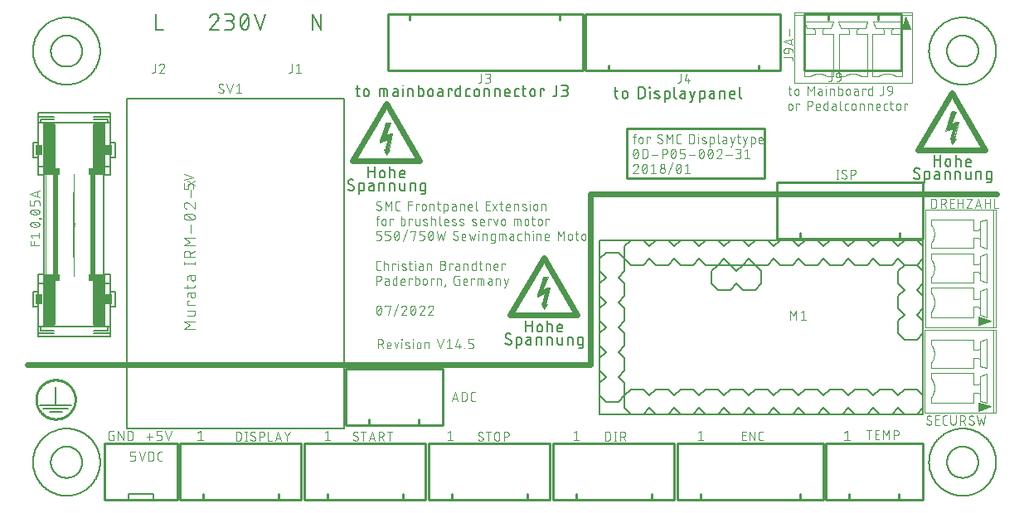
<source format=gto>
G04 EAGLE Gerber RS-274X export*
G75*
%MOMM*%
%FSLAX34Y34*%
%LPD*%
%INSilkscreen Top*%
%IPPOS*%
%AMOC8*
5,1,8,0,0,1.08239X$1,22.5*%
G01*
%ADD10C,0.076200*%
%ADD11C,0.152400*%
%ADD12C,0.609600*%
%ADD13C,0.254000*%
%ADD14C,0.101600*%
%ADD15C,0.127000*%
%ADD16C,0.203200*%
%ADD17C,0.304800*%
%ADD18C,0.050800*%
%ADD19R,0.508000X10.160000*%
%ADD20R,1.651000X0.635000*%
%ADD21R,4.064000X0.254000*%
%ADD22R,1.143000X4.826000*%
%ADD23R,0.762000X1.016000*%
%ADD24R,0.127000X1.016000*%
%ADD25R,0.127000X1.778000*%
%ADD26C,0.200000*%
%ADD27R,1.143000X0.635000*%
%ADD28R,0.508000X4.445000*%
%ADD29R,0.508000X8.128000*%
%ADD30R,0.127000X3.175000*%
%ADD31R,0.508000X4.064000*%
%ADD32C,0.025400*%

G36*
X901827Y481868D02*
X901827Y481868D01*
X901917Y481884D01*
X901924Y481888D01*
X901932Y481890D01*
X902009Y481942D01*
X902087Y481991D01*
X902091Y481998D01*
X902098Y482002D01*
X902148Y482079D01*
X902201Y482156D01*
X902203Y482164D01*
X902207Y482170D01*
X902224Y482261D01*
X902243Y482352D01*
X902241Y482360D01*
X902243Y482367D01*
X902232Y482416D01*
X902213Y482529D01*
X897633Y495229D01*
X897627Y495238D01*
X897626Y495244D01*
X897612Y495265D01*
X897600Y495302D01*
X897560Y495349D01*
X897529Y495401D01*
X897496Y495424D01*
X897470Y495455D01*
X897416Y495483D01*
X897367Y495518D01*
X897327Y495528D01*
X897291Y495546D01*
X897231Y495550D01*
X897171Y495564D01*
X897132Y495557D01*
X897092Y495560D01*
X897034Y495541D01*
X896974Y495531D01*
X896940Y495509D01*
X896902Y495496D01*
X896856Y495456D01*
X896805Y495423D01*
X896782Y495390D01*
X896751Y495364D01*
X896720Y495301D01*
X896690Y495259D01*
X896685Y495236D01*
X896678Y495225D01*
X896677Y495217D01*
X896670Y495203D01*
X892860Y482503D01*
X892852Y482425D01*
X892838Y482347D01*
X892843Y482325D01*
X892841Y482303D01*
X892865Y482228D01*
X892882Y482151D01*
X892895Y482133D01*
X892901Y482112D01*
X892952Y482052D01*
X892998Y481988D01*
X893017Y481976D01*
X893031Y481959D01*
X893101Y481924D01*
X893168Y481882D01*
X893191Y481878D01*
X893210Y481868D01*
X893265Y481864D01*
X893346Y481850D01*
X901736Y481850D01*
X901827Y481868D01*
G37*
G36*
X971510Y178959D02*
X971510Y178959D01*
X971517Y178957D01*
X971566Y178968D01*
X971679Y178987D01*
X984379Y183567D01*
X984414Y183588D01*
X984452Y183600D01*
X984499Y183640D01*
X984551Y183671D01*
X984574Y183704D01*
X984605Y183730D01*
X984633Y183784D01*
X984668Y183833D01*
X984678Y183873D01*
X984696Y183909D01*
X984700Y183969D01*
X984714Y184029D01*
X984707Y184068D01*
X984710Y184109D01*
X984691Y184166D01*
X984681Y184226D01*
X984659Y184260D01*
X984646Y184298D01*
X984606Y184344D01*
X984573Y184395D01*
X984540Y184418D01*
X984514Y184449D01*
X984451Y184480D01*
X984409Y184510D01*
X984382Y184516D01*
X984353Y184530D01*
X971653Y188340D01*
X971575Y188348D01*
X971497Y188362D01*
X971475Y188357D01*
X971453Y188359D01*
X971378Y188335D01*
X971301Y188318D01*
X971283Y188305D01*
X971262Y188299D01*
X971202Y188248D01*
X971138Y188202D01*
X971126Y188183D01*
X971109Y188169D01*
X971074Y188099D01*
X971032Y188032D01*
X971028Y188009D01*
X971018Y187990D01*
X971014Y187935D01*
X971000Y187854D01*
X971000Y179464D01*
X971018Y179374D01*
X971034Y179283D01*
X971038Y179276D01*
X971040Y179268D01*
X971092Y179191D01*
X971141Y179113D01*
X971148Y179109D01*
X971152Y179102D01*
X971229Y179052D01*
X971306Y178999D01*
X971314Y178997D01*
X971320Y178993D01*
X971411Y178976D01*
X971502Y178957D01*
X971510Y178959D01*
G37*
G36*
X971510Y91571D02*
X971510Y91571D01*
X971517Y91570D01*
X971566Y91581D01*
X971679Y91600D01*
X984379Y96180D01*
X984414Y96201D01*
X984452Y96213D01*
X984499Y96252D01*
X984551Y96284D01*
X984574Y96316D01*
X984605Y96342D01*
X984633Y96397D01*
X984668Y96446D01*
X984678Y96485D01*
X984696Y96521D01*
X984700Y96582D01*
X984714Y96641D01*
X984707Y96681D01*
X984710Y96721D01*
X984691Y96779D01*
X984681Y96839D01*
X984659Y96873D01*
X984646Y96911D01*
X984606Y96957D01*
X984573Y97008D01*
X984540Y97031D01*
X984514Y97061D01*
X984451Y97093D01*
X984409Y97122D01*
X984382Y97128D01*
X984353Y97143D01*
X971653Y100953D01*
X971575Y100960D01*
X971497Y100974D01*
X971475Y100969D01*
X971453Y100971D01*
X971378Y100948D01*
X971301Y100930D01*
X971283Y100918D01*
X971262Y100911D01*
X971202Y100860D01*
X971138Y100814D01*
X971126Y100796D01*
X971109Y100781D01*
X971074Y100711D01*
X971032Y100644D01*
X971028Y100621D01*
X971018Y100603D01*
X971014Y100547D01*
X971000Y100467D01*
X971000Y92077D01*
X971018Y91986D01*
X971034Y91895D01*
X971038Y91888D01*
X971040Y91880D01*
X971092Y91804D01*
X971141Y91726D01*
X971148Y91721D01*
X971152Y91715D01*
X971229Y91664D01*
X971306Y91611D01*
X971314Y91610D01*
X971320Y91605D01*
X971411Y91589D01*
X971502Y91570D01*
X971510Y91571D01*
G37*
D10*
X619488Y365824D02*
X619488Y373655D01*
X619490Y373732D01*
X619496Y373808D01*
X619505Y373885D01*
X619518Y373961D01*
X619535Y374036D01*
X619555Y374110D01*
X619580Y374183D01*
X619607Y374254D01*
X619638Y374325D01*
X619673Y374393D01*
X619711Y374460D01*
X619752Y374525D01*
X619796Y374588D01*
X619843Y374648D01*
X619894Y374707D01*
X619947Y374762D01*
X620002Y374815D01*
X620061Y374866D01*
X620121Y374913D01*
X620184Y374957D01*
X620249Y374998D01*
X620316Y375036D01*
X620384Y375071D01*
X620455Y375102D01*
X620526Y375129D01*
X620599Y375154D01*
X620673Y375174D01*
X620748Y375191D01*
X620824Y375204D01*
X620900Y375213D01*
X620977Y375219D01*
X621054Y375221D01*
X621054Y375222D02*
X621576Y375222D01*
X621576Y372089D02*
X618444Y372089D01*
X624165Y370000D02*
X624165Y367912D01*
X624165Y370000D02*
X624167Y370090D01*
X624173Y370179D01*
X624182Y370269D01*
X624196Y370358D01*
X624213Y370446D01*
X624234Y370533D01*
X624259Y370620D01*
X624288Y370705D01*
X624320Y370789D01*
X624355Y370871D01*
X624395Y370952D01*
X624437Y371031D01*
X624483Y371108D01*
X624533Y371183D01*
X624585Y371256D01*
X624641Y371327D01*
X624699Y371395D01*
X624761Y371460D01*
X624825Y371523D01*
X624892Y371583D01*
X624961Y371640D01*
X625033Y371694D01*
X625107Y371745D01*
X625183Y371793D01*
X625261Y371837D01*
X625341Y371878D01*
X625423Y371916D01*
X625506Y371950D01*
X625591Y371980D01*
X625677Y372007D01*
X625763Y372030D01*
X625851Y372049D01*
X625940Y372064D01*
X626029Y372076D01*
X626118Y372084D01*
X626208Y372088D01*
X626298Y372088D01*
X626388Y372084D01*
X626477Y372076D01*
X626566Y372064D01*
X626655Y372049D01*
X626743Y372030D01*
X626829Y372007D01*
X626915Y371980D01*
X627000Y371950D01*
X627083Y371916D01*
X627165Y371878D01*
X627245Y371837D01*
X627323Y371793D01*
X627399Y371745D01*
X627473Y371694D01*
X627545Y371640D01*
X627614Y371583D01*
X627681Y371523D01*
X627745Y371460D01*
X627807Y371395D01*
X627865Y371327D01*
X627921Y371256D01*
X627973Y371183D01*
X628023Y371108D01*
X628069Y371031D01*
X628111Y370952D01*
X628151Y370871D01*
X628186Y370789D01*
X628218Y370705D01*
X628247Y370620D01*
X628272Y370533D01*
X628293Y370446D01*
X628310Y370358D01*
X628324Y370269D01*
X628333Y370179D01*
X628339Y370090D01*
X628341Y370000D01*
X628342Y370000D02*
X628342Y367912D01*
X628341Y367912D02*
X628339Y367822D01*
X628333Y367733D01*
X628324Y367643D01*
X628310Y367554D01*
X628293Y367466D01*
X628272Y367379D01*
X628247Y367292D01*
X628218Y367207D01*
X628186Y367123D01*
X628151Y367041D01*
X628111Y366960D01*
X628069Y366881D01*
X628023Y366804D01*
X627973Y366729D01*
X627921Y366656D01*
X627865Y366585D01*
X627807Y366517D01*
X627745Y366452D01*
X627681Y366389D01*
X627614Y366329D01*
X627545Y366272D01*
X627473Y366218D01*
X627399Y366167D01*
X627323Y366119D01*
X627245Y366075D01*
X627165Y366034D01*
X627083Y365996D01*
X627000Y365962D01*
X626915Y365932D01*
X626829Y365905D01*
X626743Y365882D01*
X626655Y365863D01*
X626566Y365848D01*
X626477Y365836D01*
X626388Y365828D01*
X626298Y365824D01*
X626208Y365824D01*
X626118Y365828D01*
X626029Y365836D01*
X625940Y365848D01*
X625851Y365863D01*
X625763Y365882D01*
X625677Y365905D01*
X625591Y365932D01*
X625506Y365962D01*
X625423Y365996D01*
X625341Y366034D01*
X625261Y366075D01*
X625183Y366119D01*
X625107Y366167D01*
X625033Y366218D01*
X624961Y366272D01*
X624892Y366329D01*
X624825Y366389D01*
X624761Y366452D01*
X624699Y366517D01*
X624641Y366585D01*
X624585Y366656D01*
X624533Y366729D01*
X624483Y366804D01*
X624437Y366881D01*
X624395Y366960D01*
X624355Y367041D01*
X624320Y367123D01*
X624288Y367207D01*
X624259Y367292D01*
X624234Y367379D01*
X624213Y367466D01*
X624196Y367554D01*
X624182Y367643D01*
X624173Y367733D01*
X624167Y367822D01*
X624165Y367912D01*
X632446Y365824D02*
X632446Y372089D01*
X635578Y372089D01*
X635578Y371045D01*
X646282Y365824D02*
X646371Y365826D01*
X646459Y365832D01*
X646547Y365841D01*
X646635Y365854D01*
X646722Y365871D01*
X646808Y365891D01*
X646893Y365916D01*
X646978Y365943D01*
X647061Y365975D01*
X647142Y366009D01*
X647222Y366048D01*
X647300Y366089D01*
X647377Y366134D01*
X647451Y366182D01*
X647524Y366233D01*
X647594Y366287D01*
X647661Y366345D01*
X647727Y366405D01*
X647789Y366467D01*
X647849Y366533D01*
X647907Y366600D01*
X647961Y366670D01*
X648012Y366743D01*
X648060Y366817D01*
X648105Y366894D01*
X648146Y366972D01*
X648185Y367052D01*
X648219Y367133D01*
X648251Y367216D01*
X648278Y367301D01*
X648303Y367386D01*
X648323Y367472D01*
X648340Y367559D01*
X648353Y367647D01*
X648362Y367735D01*
X648368Y367823D01*
X648370Y367912D01*
X646282Y365823D02*
X646153Y365825D01*
X646024Y365831D01*
X645895Y365840D01*
X645767Y365853D01*
X645639Y365870D01*
X645512Y365891D01*
X645385Y365915D01*
X645259Y365943D01*
X645134Y365975D01*
X645010Y366010D01*
X644887Y366049D01*
X644765Y366092D01*
X644645Y366138D01*
X644526Y366188D01*
X644408Y366241D01*
X644292Y366297D01*
X644178Y366357D01*
X644065Y366420D01*
X643955Y366487D01*
X643846Y366556D01*
X643740Y366629D01*
X643635Y366705D01*
X643533Y366784D01*
X643434Y366866D01*
X643336Y366950D01*
X643241Y367038D01*
X643149Y367128D01*
X643411Y373133D02*
X643413Y373222D01*
X643419Y373310D01*
X643428Y373398D01*
X643441Y373486D01*
X643458Y373573D01*
X643478Y373659D01*
X643503Y373744D01*
X643530Y373829D01*
X643562Y373912D01*
X643596Y373993D01*
X643635Y374073D01*
X643676Y374151D01*
X643721Y374228D01*
X643769Y374302D01*
X643820Y374375D01*
X643874Y374445D01*
X643932Y374512D01*
X643992Y374578D01*
X644054Y374640D01*
X644120Y374700D01*
X644187Y374758D01*
X644257Y374812D01*
X644330Y374863D01*
X644404Y374911D01*
X644481Y374956D01*
X644559Y374997D01*
X644639Y375036D01*
X644720Y375070D01*
X644803Y375102D01*
X644888Y375129D01*
X644973Y375154D01*
X645059Y375174D01*
X645146Y375191D01*
X645234Y375204D01*
X645322Y375213D01*
X645410Y375219D01*
X645499Y375221D01*
X645499Y375222D02*
X645619Y375220D01*
X645739Y375215D01*
X645859Y375205D01*
X645978Y375193D01*
X646097Y375176D01*
X646215Y375156D01*
X646333Y375132D01*
X646449Y375105D01*
X646565Y375074D01*
X646680Y375040D01*
X646794Y375002D01*
X646907Y374960D01*
X647018Y374915D01*
X647128Y374867D01*
X647236Y374816D01*
X647343Y374761D01*
X647448Y374703D01*
X647551Y374641D01*
X647652Y374577D01*
X647752Y374509D01*
X647849Y374439D01*
X644455Y371306D02*
X644377Y371354D01*
X644301Y371406D01*
X644228Y371460D01*
X644157Y371518D01*
X644088Y371579D01*
X644022Y371643D01*
X643959Y371710D01*
X643899Y371779D01*
X643842Y371851D01*
X643788Y371925D01*
X643738Y372002D01*
X643690Y372081D01*
X643647Y372161D01*
X643606Y372244D01*
X643570Y372328D01*
X643537Y372413D01*
X643508Y372500D01*
X643482Y372589D01*
X643460Y372678D01*
X643443Y372768D01*
X643429Y372858D01*
X643419Y372950D01*
X643413Y373041D01*
X643411Y373133D01*
X647327Y369739D02*
X647405Y369691D01*
X647481Y369639D01*
X647554Y369585D01*
X647625Y369527D01*
X647694Y369466D01*
X647760Y369402D01*
X647823Y369335D01*
X647883Y369266D01*
X647940Y369194D01*
X647994Y369120D01*
X648044Y369043D01*
X648092Y368964D01*
X648135Y368884D01*
X648176Y368801D01*
X648212Y368717D01*
X648245Y368632D01*
X648274Y368545D01*
X648300Y368456D01*
X648322Y368367D01*
X648339Y368277D01*
X648353Y368187D01*
X648363Y368095D01*
X648369Y368004D01*
X648371Y367912D01*
X647327Y369739D02*
X644455Y371306D01*
X652381Y375222D02*
X652381Y365824D01*
X655514Y370000D02*
X652381Y375222D01*
X655514Y370000D02*
X658646Y375222D01*
X658646Y365824D01*
X665024Y365824D02*
X667113Y365824D01*
X665024Y365824D02*
X664935Y365826D01*
X664847Y365832D01*
X664759Y365841D01*
X664671Y365854D01*
X664584Y365871D01*
X664498Y365891D01*
X664413Y365916D01*
X664328Y365943D01*
X664245Y365975D01*
X664164Y366009D01*
X664084Y366048D01*
X664006Y366089D01*
X663929Y366134D01*
X663855Y366182D01*
X663782Y366233D01*
X663712Y366287D01*
X663645Y366345D01*
X663579Y366405D01*
X663517Y366467D01*
X663457Y366533D01*
X663399Y366600D01*
X663345Y366670D01*
X663294Y366743D01*
X663246Y366817D01*
X663201Y366894D01*
X663160Y366972D01*
X663121Y367052D01*
X663087Y367133D01*
X663055Y367216D01*
X663028Y367301D01*
X663003Y367386D01*
X662983Y367472D01*
X662966Y367559D01*
X662953Y367647D01*
X662944Y367735D01*
X662938Y367823D01*
X662936Y367912D01*
X662936Y373133D01*
X662938Y373224D01*
X662944Y373315D01*
X662954Y373406D01*
X662968Y373496D01*
X662985Y373585D01*
X663007Y373673D01*
X663033Y373761D01*
X663062Y373847D01*
X663095Y373932D01*
X663132Y374015D01*
X663172Y374097D01*
X663216Y374177D01*
X663263Y374255D01*
X663314Y374331D01*
X663367Y374404D01*
X663424Y374475D01*
X663485Y374544D01*
X663548Y374609D01*
X663613Y374672D01*
X663682Y374732D01*
X663753Y374790D01*
X663826Y374843D01*
X663902Y374894D01*
X663980Y374941D01*
X664060Y374985D01*
X664142Y375025D01*
X664225Y375062D01*
X664310Y375095D01*
X664396Y375124D01*
X664484Y375150D01*
X664572Y375172D01*
X664661Y375189D01*
X664751Y375203D01*
X664842Y375213D01*
X664933Y375219D01*
X665024Y375221D01*
X665024Y375222D02*
X667113Y375222D01*
X675763Y375222D02*
X675763Y365824D01*
X675763Y375222D02*
X678374Y375222D01*
X678474Y375220D01*
X678574Y375214D01*
X678673Y375205D01*
X678773Y375191D01*
X678871Y375174D01*
X678969Y375153D01*
X679066Y375129D01*
X679162Y375100D01*
X679257Y375068D01*
X679350Y375033D01*
X679442Y374994D01*
X679533Y374951D01*
X679621Y374905D01*
X679708Y374855D01*
X679793Y374803D01*
X679876Y374747D01*
X679957Y374688D01*
X680035Y374625D01*
X680111Y374560D01*
X680185Y374492D01*
X680255Y374422D01*
X680323Y374348D01*
X680388Y374272D01*
X680451Y374194D01*
X680510Y374113D01*
X680566Y374030D01*
X680618Y373945D01*
X680668Y373858D01*
X680714Y373770D01*
X680757Y373679D01*
X680796Y373587D01*
X680831Y373494D01*
X680863Y373399D01*
X680892Y373303D01*
X680916Y373206D01*
X680937Y373108D01*
X680954Y373010D01*
X680968Y372910D01*
X680977Y372811D01*
X680983Y372711D01*
X680985Y372611D01*
X680984Y372611D02*
X680984Y368434D01*
X680985Y368434D02*
X680983Y368334D01*
X680977Y368234D01*
X680968Y368135D01*
X680954Y368035D01*
X680937Y367937D01*
X680916Y367839D01*
X680892Y367742D01*
X680863Y367646D01*
X680831Y367551D01*
X680796Y367458D01*
X680757Y367366D01*
X680714Y367275D01*
X680668Y367187D01*
X680618Y367100D01*
X680566Y367015D01*
X680510Y366932D01*
X680451Y366851D01*
X680388Y366773D01*
X680323Y366697D01*
X680255Y366623D01*
X680185Y366553D01*
X680111Y366485D01*
X680035Y366420D01*
X679957Y366357D01*
X679876Y366298D01*
X679793Y366242D01*
X679708Y366190D01*
X679621Y366140D01*
X679533Y366094D01*
X679442Y366051D01*
X679350Y366012D01*
X679257Y365977D01*
X679162Y365945D01*
X679066Y365916D01*
X678969Y365892D01*
X678871Y365871D01*
X678773Y365854D01*
X678673Y365840D01*
X678574Y365831D01*
X678474Y365825D01*
X678374Y365823D01*
X678374Y365824D02*
X675763Y365824D01*
X685079Y365824D02*
X685079Y372089D01*
X684818Y374699D02*
X684818Y375222D01*
X685340Y375222D01*
X685340Y374699D01*
X684818Y374699D01*
X689565Y369478D02*
X692176Y368434D01*
X689565Y369478D02*
X689499Y369506D01*
X689434Y369539D01*
X689371Y369574D01*
X689310Y369613D01*
X689251Y369655D01*
X689195Y369700D01*
X689141Y369748D01*
X689090Y369799D01*
X689041Y369852D01*
X688996Y369909D01*
X688953Y369967D01*
X688914Y370027D01*
X688877Y370090D01*
X688845Y370155D01*
X688816Y370221D01*
X688790Y370288D01*
X688768Y370357D01*
X688750Y370427D01*
X688735Y370498D01*
X688724Y370569D01*
X688717Y370641D01*
X688714Y370713D01*
X688715Y370785D01*
X688720Y370858D01*
X688728Y370929D01*
X688740Y371001D01*
X688756Y371071D01*
X688776Y371140D01*
X688800Y371209D01*
X688827Y371276D01*
X688857Y371341D01*
X688891Y371405D01*
X688929Y371467D01*
X688969Y371527D01*
X689013Y371584D01*
X689060Y371639D01*
X689110Y371692D01*
X689162Y371741D01*
X689217Y371788D01*
X689274Y371832D01*
X689334Y371873D01*
X689396Y371910D01*
X689460Y371945D01*
X689525Y371975D01*
X689592Y372003D01*
X689660Y372026D01*
X689730Y372046D01*
X689800Y372062D01*
X689871Y372075D01*
X689943Y372083D01*
X690015Y372088D01*
X690087Y372089D01*
X690088Y372089D02*
X690239Y372085D01*
X690390Y372077D01*
X690541Y372066D01*
X690692Y372050D01*
X690842Y372030D01*
X690992Y372007D01*
X691141Y371980D01*
X691289Y371949D01*
X691437Y371914D01*
X691583Y371876D01*
X691729Y371833D01*
X691873Y371787D01*
X692016Y371738D01*
X692158Y371685D01*
X692298Y371628D01*
X692437Y371567D01*
X692176Y368434D02*
X692242Y368406D01*
X692307Y368373D01*
X692370Y368338D01*
X692431Y368299D01*
X692490Y368257D01*
X692546Y368212D01*
X692600Y368164D01*
X692651Y368113D01*
X692700Y368060D01*
X692745Y368003D01*
X692788Y367945D01*
X692827Y367885D01*
X692864Y367822D01*
X692896Y367757D01*
X692925Y367691D01*
X692951Y367624D01*
X692973Y367555D01*
X692991Y367485D01*
X693006Y367414D01*
X693017Y367343D01*
X693024Y367271D01*
X693027Y367199D01*
X693026Y367127D01*
X693021Y367054D01*
X693013Y366983D01*
X693001Y366911D01*
X692985Y366841D01*
X692965Y366772D01*
X692941Y366703D01*
X692914Y366636D01*
X692884Y366571D01*
X692850Y366507D01*
X692812Y366445D01*
X692772Y366385D01*
X692728Y366328D01*
X692681Y366273D01*
X692631Y366220D01*
X692579Y366171D01*
X692524Y366124D01*
X692467Y366080D01*
X692407Y366039D01*
X692345Y366002D01*
X692281Y365967D01*
X692216Y365937D01*
X692149Y365909D01*
X692081Y365886D01*
X692011Y365866D01*
X691941Y365850D01*
X691870Y365837D01*
X691798Y365829D01*
X691726Y365824D01*
X691654Y365823D01*
X691654Y365824D02*
X691444Y365829D01*
X691235Y365840D01*
X691026Y365855D01*
X690818Y365875D01*
X690610Y365901D01*
X690403Y365931D01*
X690196Y365966D01*
X689991Y366006D01*
X689786Y366050D01*
X689583Y366100D01*
X689380Y366154D01*
X689179Y366214D01*
X688980Y366277D01*
X688782Y366346D01*
X697057Y362691D02*
X697057Y372089D01*
X699668Y372089D01*
X699668Y372088D02*
X699745Y372086D01*
X699821Y372080D01*
X699898Y372071D01*
X699974Y372058D01*
X700049Y372041D01*
X700123Y372021D01*
X700196Y371996D01*
X700267Y371969D01*
X700338Y371938D01*
X700406Y371903D01*
X700473Y371865D01*
X700538Y371824D01*
X700601Y371780D01*
X700661Y371733D01*
X700720Y371682D01*
X700775Y371629D01*
X700828Y371574D01*
X700879Y371515D01*
X700926Y371455D01*
X700970Y371392D01*
X701011Y371327D01*
X701049Y371260D01*
X701084Y371192D01*
X701115Y371121D01*
X701142Y371050D01*
X701167Y370977D01*
X701187Y370903D01*
X701204Y370828D01*
X701217Y370752D01*
X701226Y370676D01*
X701232Y370599D01*
X701234Y370522D01*
X701234Y370523D02*
X701234Y367390D01*
X701232Y367313D01*
X701226Y367237D01*
X701217Y367160D01*
X701204Y367084D01*
X701187Y367009D01*
X701167Y366935D01*
X701142Y366862D01*
X701115Y366791D01*
X701084Y366720D01*
X701049Y366652D01*
X701011Y366585D01*
X700970Y366520D01*
X700926Y366457D01*
X700879Y366397D01*
X700828Y366338D01*
X700775Y366283D01*
X700720Y366230D01*
X700661Y366179D01*
X700601Y366132D01*
X700538Y366088D01*
X700473Y366047D01*
X700406Y366009D01*
X700338Y365974D01*
X700267Y365943D01*
X700196Y365916D01*
X700123Y365891D01*
X700049Y365871D01*
X699974Y365854D01*
X699898Y365841D01*
X699821Y365832D01*
X699745Y365826D01*
X699668Y365824D01*
X697057Y365824D01*
X705062Y367390D02*
X705062Y375222D01*
X705062Y367390D02*
X705064Y367313D01*
X705070Y367237D01*
X705079Y367160D01*
X705092Y367084D01*
X705109Y367009D01*
X705129Y366935D01*
X705154Y366862D01*
X705181Y366791D01*
X705212Y366720D01*
X705247Y366652D01*
X705285Y366585D01*
X705326Y366520D01*
X705370Y366457D01*
X705417Y366397D01*
X705468Y366338D01*
X705521Y366283D01*
X705576Y366230D01*
X705635Y366179D01*
X705695Y366132D01*
X705758Y366088D01*
X705823Y366047D01*
X705890Y366009D01*
X705958Y365974D01*
X706029Y365943D01*
X706100Y365916D01*
X706173Y365891D01*
X706247Y365871D01*
X706322Y365854D01*
X706398Y365841D01*
X706475Y365832D01*
X706551Y365826D01*
X706628Y365824D01*
X711595Y369478D02*
X713944Y369478D01*
X711595Y369478D02*
X711511Y369476D01*
X711426Y369470D01*
X711343Y369460D01*
X711259Y369447D01*
X711177Y369429D01*
X711095Y369408D01*
X711014Y369383D01*
X710935Y369355D01*
X710857Y369322D01*
X710781Y369286D01*
X710706Y369247D01*
X710633Y369204D01*
X710562Y369158D01*
X710494Y369109D01*
X710428Y369057D01*
X710364Y369001D01*
X710303Y368943D01*
X710245Y368882D01*
X710189Y368818D01*
X710137Y368752D01*
X710088Y368684D01*
X710042Y368613D01*
X709999Y368540D01*
X709960Y368465D01*
X709924Y368389D01*
X709891Y368311D01*
X709863Y368232D01*
X709838Y368151D01*
X709817Y368069D01*
X709799Y367987D01*
X709786Y367903D01*
X709776Y367820D01*
X709770Y367735D01*
X709768Y367651D01*
X709770Y367567D01*
X709776Y367482D01*
X709786Y367399D01*
X709799Y367315D01*
X709817Y367233D01*
X709838Y367151D01*
X709863Y367070D01*
X709891Y366991D01*
X709924Y366913D01*
X709960Y366837D01*
X709999Y366762D01*
X710042Y366689D01*
X710088Y366618D01*
X710137Y366550D01*
X710189Y366484D01*
X710245Y366420D01*
X710303Y366359D01*
X710364Y366301D01*
X710428Y366245D01*
X710494Y366193D01*
X710562Y366144D01*
X710633Y366098D01*
X710706Y366055D01*
X710781Y366016D01*
X710857Y365980D01*
X710935Y365947D01*
X711014Y365919D01*
X711095Y365894D01*
X711177Y365873D01*
X711259Y365855D01*
X711343Y365842D01*
X711426Y365832D01*
X711511Y365826D01*
X711595Y365824D01*
X713944Y365824D01*
X713944Y370523D01*
X713942Y370600D01*
X713936Y370676D01*
X713927Y370753D01*
X713914Y370829D01*
X713897Y370904D01*
X713877Y370978D01*
X713852Y371051D01*
X713825Y371122D01*
X713794Y371193D01*
X713759Y371261D01*
X713721Y371328D01*
X713680Y371393D01*
X713636Y371456D01*
X713589Y371516D01*
X713538Y371575D01*
X713485Y371630D01*
X713430Y371683D01*
X713371Y371734D01*
X713311Y371781D01*
X713248Y371825D01*
X713183Y371866D01*
X713116Y371904D01*
X713048Y371939D01*
X712977Y371970D01*
X712906Y371997D01*
X712833Y372022D01*
X712759Y372042D01*
X712684Y372059D01*
X712608Y372072D01*
X712531Y372081D01*
X712455Y372087D01*
X712378Y372089D01*
X710289Y372089D01*
X717738Y362691D02*
X718782Y362691D01*
X721915Y372089D01*
X717738Y372089D02*
X719826Y365824D01*
X724589Y372089D02*
X727722Y372089D01*
X725633Y375222D02*
X725633Y367390D01*
X725635Y367313D01*
X725641Y367237D01*
X725650Y367160D01*
X725663Y367084D01*
X725680Y367009D01*
X725700Y366935D01*
X725725Y366862D01*
X725752Y366791D01*
X725783Y366720D01*
X725818Y366652D01*
X725856Y366585D01*
X725897Y366520D01*
X725941Y366457D01*
X725988Y366397D01*
X726039Y366338D01*
X726092Y366283D01*
X726147Y366230D01*
X726206Y366179D01*
X726266Y366132D01*
X726329Y366088D01*
X726394Y366047D01*
X726461Y366009D01*
X726529Y365974D01*
X726600Y365943D01*
X726671Y365916D01*
X726744Y365891D01*
X726818Y365871D01*
X726893Y365854D01*
X726969Y365841D01*
X727046Y365832D01*
X727122Y365826D01*
X727199Y365824D01*
X727722Y365824D01*
X730844Y362691D02*
X731888Y362691D01*
X735021Y372089D01*
X730844Y372089D02*
X732932Y365824D01*
X738814Y362691D02*
X738814Y372089D01*
X741425Y372089D01*
X741425Y372088D02*
X741502Y372086D01*
X741578Y372080D01*
X741655Y372071D01*
X741731Y372058D01*
X741806Y372041D01*
X741880Y372021D01*
X741953Y371996D01*
X742024Y371969D01*
X742095Y371938D01*
X742163Y371903D01*
X742230Y371865D01*
X742295Y371824D01*
X742358Y371780D01*
X742418Y371733D01*
X742477Y371682D01*
X742532Y371629D01*
X742585Y371574D01*
X742636Y371515D01*
X742683Y371455D01*
X742727Y371392D01*
X742768Y371327D01*
X742806Y371260D01*
X742841Y371192D01*
X742872Y371121D01*
X742899Y371050D01*
X742924Y370977D01*
X742944Y370903D01*
X742961Y370828D01*
X742974Y370752D01*
X742983Y370676D01*
X742989Y370599D01*
X742991Y370522D01*
X742991Y370523D02*
X742991Y367390D01*
X742989Y367313D01*
X742983Y367237D01*
X742974Y367160D01*
X742961Y367084D01*
X742944Y367009D01*
X742924Y366935D01*
X742899Y366862D01*
X742872Y366791D01*
X742841Y366720D01*
X742806Y366652D01*
X742768Y366585D01*
X742727Y366520D01*
X742683Y366457D01*
X742636Y366397D01*
X742585Y366338D01*
X742532Y366283D01*
X742477Y366230D01*
X742418Y366179D01*
X742358Y366132D01*
X742295Y366088D01*
X742230Y366047D01*
X742163Y366009D01*
X742095Y365974D01*
X742024Y365943D01*
X741953Y365916D01*
X741880Y365891D01*
X741806Y365871D01*
X741731Y365854D01*
X741655Y365841D01*
X741578Y365832D01*
X741502Y365826D01*
X741425Y365824D01*
X738814Y365824D01*
X748260Y365824D02*
X750870Y365824D01*
X748260Y365824D02*
X748183Y365826D01*
X748107Y365832D01*
X748030Y365841D01*
X747954Y365854D01*
X747879Y365871D01*
X747805Y365891D01*
X747732Y365916D01*
X747661Y365943D01*
X747590Y365974D01*
X747522Y366009D01*
X747455Y366047D01*
X747390Y366088D01*
X747327Y366132D01*
X747267Y366179D01*
X747208Y366230D01*
X747153Y366283D01*
X747100Y366338D01*
X747049Y366397D01*
X747002Y366457D01*
X746958Y366520D01*
X746917Y366585D01*
X746879Y366652D01*
X746844Y366720D01*
X746813Y366791D01*
X746786Y366862D01*
X746761Y366935D01*
X746741Y367009D01*
X746724Y367084D01*
X746711Y367160D01*
X746702Y367237D01*
X746696Y367313D01*
X746694Y367390D01*
X746693Y367390D02*
X746693Y370000D01*
X746694Y370000D02*
X746696Y370090D01*
X746702Y370179D01*
X746711Y370269D01*
X746725Y370358D01*
X746742Y370446D01*
X746763Y370533D01*
X746788Y370620D01*
X746817Y370705D01*
X746849Y370789D01*
X746884Y370871D01*
X746924Y370952D01*
X746966Y371031D01*
X747012Y371108D01*
X747062Y371183D01*
X747114Y371256D01*
X747170Y371327D01*
X747228Y371395D01*
X747290Y371460D01*
X747354Y371523D01*
X747421Y371583D01*
X747490Y371640D01*
X747562Y371694D01*
X747636Y371745D01*
X747712Y371793D01*
X747790Y371837D01*
X747870Y371878D01*
X747952Y371916D01*
X748035Y371950D01*
X748120Y371980D01*
X748206Y372007D01*
X748292Y372030D01*
X748380Y372049D01*
X748469Y372064D01*
X748558Y372076D01*
X748647Y372084D01*
X748737Y372088D01*
X748827Y372088D01*
X748917Y372084D01*
X749006Y372076D01*
X749095Y372064D01*
X749184Y372049D01*
X749272Y372030D01*
X749358Y372007D01*
X749444Y371980D01*
X749529Y371950D01*
X749612Y371916D01*
X749694Y371878D01*
X749774Y371837D01*
X749852Y371793D01*
X749928Y371745D01*
X750002Y371694D01*
X750074Y371640D01*
X750143Y371583D01*
X750210Y371523D01*
X750274Y371460D01*
X750336Y371395D01*
X750394Y371327D01*
X750450Y371256D01*
X750502Y371183D01*
X750552Y371108D01*
X750598Y371031D01*
X750640Y370952D01*
X750680Y370871D01*
X750715Y370789D01*
X750747Y370705D01*
X750776Y370620D01*
X750801Y370533D01*
X750822Y370446D01*
X750839Y370358D01*
X750853Y370269D01*
X750862Y370179D01*
X750868Y370090D01*
X750870Y370000D01*
X750870Y368956D01*
X746693Y368956D01*
X619226Y358677D02*
X619147Y358510D01*
X619072Y358341D01*
X619001Y358170D01*
X618934Y357998D01*
X618872Y357824D01*
X618813Y357648D01*
X618759Y357472D01*
X618709Y357294D01*
X618663Y357114D01*
X618621Y356934D01*
X618584Y356753D01*
X618551Y356571D01*
X618522Y356389D01*
X618498Y356205D01*
X618478Y356021D01*
X618463Y355837D01*
X618452Y355653D01*
X618445Y355468D01*
X618443Y355283D01*
X619226Y358677D02*
X619256Y358757D01*
X619289Y358836D01*
X619326Y358913D01*
X619366Y358989D01*
X619409Y359063D01*
X619455Y359135D01*
X619505Y359204D01*
X619557Y359272D01*
X619613Y359337D01*
X619671Y359400D01*
X619733Y359459D01*
X619796Y359517D01*
X619863Y359571D01*
X619931Y359622D01*
X620002Y359670D01*
X620075Y359715D01*
X620149Y359757D01*
X620226Y359795D01*
X620304Y359830D01*
X620383Y359862D01*
X620464Y359890D01*
X620546Y359914D01*
X620630Y359935D01*
X620713Y359952D01*
X620798Y359965D01*
X620883Y359974D01*
X620968Y359980D01*
X621054Y359982D01*
X621140Y359980D01*
X621225Y359974D01*
X621310Y359965D01*
X621395Y359952D01*
X621478Y359935D01*
X621562Y359914D01*
X621644Y359890D01*
X621725Y359862D01*
X621804Y359830D01*
X621882Y359795D01*
X621959Y359757D01*
X622033Y359715D01*
X622106Y359670D01*
X622177Y359622D01*
X622245Y359571D01*
X622312Y359517D01*
X622375Y359459D01*
X622437Y359400D01*
X622495Y359337D01*
X622551Y359272D01*
X622603Y359204D01*
X622653Y359135D01*
X622699Y359063D01*
X622742Y358989D01*
X622782Y358913D01*
X622819Y358836D01*
X622852Y358757D01*
X622882Y358677D01*
X622961Y358510D01*
X623036Y358341D01*
X623107Y358170D01*
X623174Y357998D01*
X623236Y357824D01*
X623295Y357648D01*
X623349Y357472D01*
X623399Y357294D01*
X623445Y357114D01*
X623487Y356934D01*
X623524Y356753D01*
X623557Y356571D01*
X623586Y356389D01*
X623610Y356205D01*
X623630Y356021D01*
X623645Y355837D01*
X623656Y355653D01*
X623663Y355468D01*
X623665Y355283D01*
X618443Y355283D02*
X618445Y355098D01*
X618452Y354913D01*
X618463Y354729D01*
X618478Y354545D01*
X618498Y354361D01*
X618522Y354177D01*
X618551Y353995D01*
X618584Y353813D01*
X618621Y353632D01*
X618663Y353452D01*
X618709Y353272D01*
X618759Y353094D01*
X618813Y352918D01*
X618872Y352742D01*
X618934Y352568D01*
X619001Y352396D01*
X619072Y352225D01*
X619147Y352056D01*
X619226Y351889D01*
X619226Y351888D02*
X619256Y351808D01*
X619289Y351729D01*
X619326Y351652D01*
X619366Y351576D01*
X619409Y351502D01*
X619455Y351430D01*
X619505Y351361D01*
X619558Y351293D01*
X619613Y351228D01*
X619672Y351165D01*
X619733Y351106D01*
X619796Y351048D01*
X619863Y350994D01*
X619931Y350943D01*
X620002Y350895D01*
X620075Y350850D01*
X620149Y350808D01*
X620226Y350770D01*
X620304Y350735D01*
X620383Y350703D01*
X620464Y350675D01*
X620546Y350651D01*
X620630Y350630D01*
X620713Y350613D01*
X620798Y350600D01*
X620883Y350591D01*
X620968Y350585D01*
X621054Y350583D01*
X622882Y351889D02*
X622961Y352056D01*
X623036Y352225D01*
X623107Y352396D01*
X623174Y352568D01*
X623236Y352742D01*
X623295Y352918D01*
X623349Y353094D01*
X623399Y353272D01*
X623445Y353452D01*
X623487Y353632D01*
X623524Y353813D01*
X623557Y353995D01*
X623586Y354177D01*
X623610Y354361D01*
X623630Y354545D01*
X623645Y354729D01*
X623656Y354913D01*
X623663Y355098D01*
X623665Y355283D01*
X622882Y351888D02*
X622852Y351808D01*
X622819Y351729D01*
X622782Y351652D01*
X622742Y351576D01*
X622699Y351502D01*
X622653Y351430D01*
X622603Y351361D01*
X622551Y351293D01*
X622495Y351228D01*
X622437Y351165D01*
X622375Y351106D01*
X622312Y351048D01*
X622245Y350994D01*
X622177Y350943D01*
X622106Y350895D01*
X622033Y350850D01*
X621959Y350808D01*
X621882Y350770D01*
X621804Y350735D01*
X621725Y350703D01*
X621644Y350675D01*
X621562Y350651D01*
X621478Y350630D01*
X621395Y350613D01*
X621310Y350600D01*
X621225Y350591D01*
X621140Y350585D01*
X621054Y350583D01*
X618966Y352672D02*
X623143Y357893D01*
X627892Y359982D02*
X627892Y350584D01*
X627892Y359982D02*
X630503Y359982D01*
X630603Y359980D01*
X630703Y359974D01*
X630802Y359965D01*
X630902Y359951D01*
X631000Y359934D01*
X631098Y359913D01*
X631195Y359889D01*
X631291Y359860D01*
X631386Y359828D01*
X631479Y359793D01*
X631571Y359754D01*
X631662Y359711D01*
X631750Y359665D01*
X631837Y359615D01*
X631922Y359563D01*
X632005Y359507D01*
X632086Y359448D01*
X632164Y359385D01*
X632240Y359320D01*
X632314Y359252D01*
X632384Y359182D01*
X632452Y359108D01*
X632517Y359032D01*
X632580Y358954D01*
X632639Y358873D01*
X632695Y358790D01*
X632747Y358705D01*
X632797Y358618D01*
X632843Y358530D01*
X632886Y358439D01*
X632925Y358347D01*
X632960Y358254D01*
X632992Y358159D01*
X633021Y358063D01*
X633045Y357966D01*
X633066Y357868D01*
X633083Y357770D01*
X633097Y357670D01*
X633106Y357571D01*
X633112Y357471D01*
X633114Y357371D01*
X633113Y357371D02*
X633113Y353194D01*
X633114Y353194D02*
X633112Y353094D01*
X633106Y352994D01*
X633097Y352895D01*
X633083Y352795D01*
X633066Y352697D01*
X633045Y352599D01*
X633021Y352502D01*
X632992Y352406D01*
X632960Y352311D01*
X632925Y352218D01*
X632886Y352126D01*
X632843Y352035D01*
X632797Y351947D01*
X632747Y351860D01*
X632695Y351775D01*
X632639Y351692D01*
X632580Y351611D01*
X632517Y351533D01*
X632452Y351457D01*
X632384Y351383D01*
X632314Y351313D01*
X632240Y351245D01*
X632164Y351180D01*
X632086Y351117D01*
X632005Y351058D01*
X631922Y351002D01*
X631837Y350950D01*
X631750Y350900D01*
X631662Y350854D01*
X631571Y350811D01*
X631479Y350772D01*
X631386Y350737D01*
X631291Y350705D01*
X631195Y350676D01*
X631098Y350652D01*
X631000Y350631D01*
X630902Y350614D01*
X630802Y350600D01*
X630703Y350591D01*
X630603Y350585D01*
X630503Y350583D01*
X630503Y350584D02*
X627892Y350584D01*
X637429Y354238D02*
X643694Y354238D01*
X648140Y350584D02*
X648140Y359982D01*
X650751Y359982D01*
X650852Y359980D01*
X650953Y359974D01*
X651054Y359964D01*
X651154Y359951D01*
X651254Y359933D01*
X651353Y359912D01*
X651451Y359886D01*
X651548Y359857D01*
X651644Y359825D01*
X651738Y359788D01*
X651831Y359748D01*
X651923Y359704D01*
X652012Y359657D01*
X652100Y359606D01*
X652186Y359552D01*
X652269Y359495D01*
X652351Y359435D01*
X652429Y359371D01*
X652506Y359305D01*
X652579Y359235D01*
X652650Y359163D01*
X652718Y359088D01*
X652783Y359010D01*
X652845Y358930D01*
X652904Y358848D01*
X652960Y358763D01*
X653012Y358676D01*
X653061Y358588D01*
X653107Y358497D01*
X653148Y358405D01*
X653187Y358311D01*
X653221Y358216D01*
X653252Y358120D01*
X653279Y358022D01*
X653303Y357924D01*
X653322Y357824D01*
X653338Y357724D01*
X653350Y357624D01*
X653358Y357523D01*
X653362Y357422D01*
X653362Y357320D01*
X653358Y357219D01*
X653350Y357118D01*
X653338Y357018D01*
X653322Y356918D01*
X653303Y356818D01*
X653279Y356720D01*
X653252Y356622D01*
X653221Y356526D01*
X653187Y356431D01*
X653148Y356337D01*
X653107Y356245D01*
X653061Y356154D01*
X653012Y356066D01*
X652960Y355979D01*
X652904Y355894D01*
X652845Y355812D01*
X652783Y355732D01*
X652718Y355654D01*
X652650Y355579D01*
X652579Y355507D01*
X652506Y355437D01*
X652429Y355371D01*
X652351Y355307D01*
X652269Y355247D01*
X652186Y355190D01*
X652100Y355136D01*
X652012Y355085D01*
X651923Y355038D01*
X651831Y354994D01*
X651738Y354954D01*
X651644Y354917D01*
X651548Y354885D01*
X651451Y354856D01*
X651353Y354830D01*
X651254Y354809D01*
X651154Y354791D01*
X651054Y354778D01*
X650953Y354768D01*
X650852Y354762D01*
X650751Y354760D01*
X648140Y354760D01*
X656848Y355283D02*
X656850Y355468D01*
X656857Y355653D01*
X656868Y355837D01*
X656883Y356021D01*
X656903Y356205D01*
X656927Y356389D01*
X656956Y356571D01*
X656989Y356753D01*
X657026Y356934D01*
X657068Y357114D01*
X657114Y357294D01*
X657164Y357472D01*
X657218Y357648D01*
X657277Y357824D01*
X657339Y357998D01*
X657406Y358170D01*
X657477Y358341D01*
X657552Y358510D01*
X657631Y358677D01*
X657661Y358757D01*
X657694Y358836D01*
X657731Y358913D01*
X657771Y358989D01*
X657814Y359063D01*
X657860Y359135D01*
X657910Y359204D01*
X657962Y359272D01*
X658018Y359337D01*
X658076Y359400D01*
X658138Y359459D01*
X658201Y359517D01*
X658268Y359571D01*
X658336Y359622D01*
X658407Y359670D01*
X658480Y359715D01*
X658554Y359757D01*
X658631Y359795D01*
X658709Y359830D01*
X658788Y359862D01*
X658869Y359890D01*
X658951Y359914D01*
X659035Y359935D01*
X659118Y359952D01*
X659203Y359965D01*
X659288Y359974D01*
X659373Y359980D01*
X659459Y359982D01*
X659545Y359980D01*
X659630Y359974D01*
X659715Y359965D01*
X659800Y359952D01*
X659883Y359935D01*
X659967Y359914D01*
X660049Y359890D01*
X660130Y359862D01*
X660209Y359830D01*
X660287Y359795D01*
X660364Y359757D01*
X660438Y359715D01*
X660511Y359670D01*
X660582Y359622D01*
X660650Y359571D01*
X660717Y359517D01*
X660780Y359459D01*
X660842Y359400D01*
X660900Y359337D01*
X660956Y359272D01*
X661008Y359204D01*
X661058Y359135D01*
X661104Y359063D01*
X661147Y358989D01*
X661187Y358913D01*
X661224Y358836D01*
X661257Y358757D01*
X661287Y358677D01*
X661366Y358510D01*
X661441Y358341D01*
X661512Y358170D01*
X661579Y357998D01*
X661641Y357824D01*
X661700Y357648D01*
X661754Y357472D01*
X661804Y357294D01*
X661850Y357114D01*
X661892Y356934D01*
X661929Y356753D01*
X661962Y356571D01*
X661991Y356389D01*
X662015Y356205D01*
X662035Y356021D01*
X662050Y355837D01*
X662061Y355653D01*
X662068Y355468D01*
X662070Y355283D01*
X656848Y355283D02*
X656850Y355098D01*
X656857Y354913D01*
X656868Y354729D01*
X656883Y354545D01*
X656903Y354361D01*
X656927Y354177D01*
X656956Y353995D01*
X656989Y353813D01*
X657026Y353632D01*
X657068Y353452D01*
X657114Y353272D01*
X657164Y353094D01*
X657218Y352918D01*
X657277Y352742D01*
X657339Y352568D01*
X657406Y352396D01*
X657477Y352225D01*
X657552Y352056D01*
X657631Y351889D01*
X657631Y351888D02*
X657661Y351808D01*
X657694Y351729D01*
X657731Y351652D01*
X657771Y351576D01*
X657814Y351502D01*
X657860Y351430D01*
X657910Y351361D01*
X657963Y351293D01*
X658018Y351228D01*
X658077Y351165D01*
X658138Y351106D01*
X658201Y351048D01*
X658268Y350994D01*
X658336Y350943D01*
X658407Y350895D01*
X658480Y350850D01*
X658554Y350808D01*
X658631Y350770D01*
X658709Y350735D01*
X658788Y350703D01*
X658869Y350675D01*
X658951Y350651D01*
X659035Y350630D01*
X659118Y350613D01*
X659203Y350600D01*
X659288Y350591D01*
X659373Y350585D01*
X659459Y350583D01*
X661286Y351889D02*
X661365Y352056D01*
X661440Y352225D01*
X661511Y352396D01*
X661578Y352568D01*
X661640Y352742D01*
X661699Y352918D01*
X661753Y353094D01*
X661803Y353272D01*
X661849Y353452D01*
X661891Y353632D01*
X661928Y353813D01*
X661961Y353995D01*
X661990Y354177D01*
X662014Y354361D01*
X662034Y354545D01*
X662049Y354729D01*
X662060Y354913D01*
X662067Y355098D01*
X662069Y355283D01*
X661287Y351888D02*
X661257Y351808D01*
X661224Y351729D01*
X661187Y351652D01*
X661147Y351576D01*
X661104Y351502D01*
X661058Y351430D01*
X661008Y351361D01*
X660956Y351293D01*
X660900Y351228D01*
X660842Y351165D01*
X660780Y351106D01*
X660717Y351048D01*
X660650Y350994D01*
X660582Y350943D01*
X660511Y350895D01*
X660438Y350850D01*
X660364Y350808D01*
X660287Y350770D01*
X660209Y350735D01*
X660130Y350703D01*
X660049Y350675D01*
X659967Y350651D01*
X659883Y350630D01*
X659800Y350613D01*
X659715Y350600D01*
X659630Y350591D01*
X659545Y350585D01*
X659459Y350583D01*
X657370Y352672D02*
X661547Y357893D01*
X665992Y350584D02*
X669125Y350584D01*
X669214Y350586D01*
X669302Y350592D01*
X669390Y350601D01*
X669478Y350614D01*
X669565Y350631D01*
X669651Y350651D01*
X669736Y350676D01*
X669821Y350703D01*
X669904Y350735D01*
X669985Y350769D01*
X670065Y350808D01*
X670143Y350849D01*
X670220Y350894D01*
X670294Y350942D01*
X670367Y350993D01*
X670437Y351047D01*
X670504Y351105D01*
X670570Y351165D01*
X670632Y351227D01*
X670692Y351293D01*
X670750Y351360D01*
X670804Y351430D01*
X670855Y351503D01*
X670903Y351577D01*
X670948Y351654D01*
X670989Y351732D01*
X671028Y351812D01*
X671062Y351893D01*
X671094Y351976D01*
X671121Y352061D01*
X671146Y352146D01*
X671166Y352232D01*
X671183Y352319D01*
X671196Y352407D01*
X671205Y352495D01*
X671211Y352583D01*
X671213Y352672D01*
X671213Y353716D01*
X671211Y353805D01*
X671205Y353893D01*
X671196Y353981D01*
X671183Y354069D01*
X671166Y354156D01*
X671146Y354242D01*
X671121Y354327D01*
X671094Y354412D01*
X671062Y354495D01*
X671028Y354576D01*
X670989Y354656D01*
X670948Y354734D01*
X670903Y354811D01*
X670855Y354885D01*
X670804Y354958D01*
X670750Y355028D01*
X670692Y355095D01*
X670632Y355161D01*
X670570Y355223D01*
X670504Y355283D01*
X670437Y355341D01*
X670367Y355395D01*
X670294Y355446D01*
X670220Y355494D01*
X670143Y355539D01*
X670065Y355580D01*
X669985Y355619D01*
X669904Y355653D01*
X669821Y355685D01*
X669736Y355712D01*
X669651Y355737D01*
X669565Y355757D01*
X669478Y355774D01*
X669390Y355787D01*
X669302Y355796D01*
X669214Y355802D01*
X669125Y355804D01*
X669125Y355805D02*
X665992Y355805D01*
X665992Y359982D01*
X671213Y359982D01*
X675224Y354238D02*
X681489Y354238D01*
X685499Y355283D02*
X685501Y355468D01*
X685508Y355653D01*
X685519Y355837D01*
X685534Y356021D01*
X685554Y356205D01*
X685578Y356389D01*
X685607Y356571D01*
X685640Y356753D01*
X685677Y356934D01*
X685719Y357114D01*
X685765Y357294D01*
X685815Y357472D01*
X685869Y357648D01*
X685928Y357824D01*
X685990Y357998D01*
X686057Y358170D01*
X686128Y358341D01*
X686203Y358510D01*
X686282Y358677D01*
X686312Y358757D01*
X686345Y358836D01*
X686382Y358913D01*
X686422Y358989D01*
X686465Y359063D01*
X686511Y359135D01*
X686561Y359204D01*
X686613Y359272D01*
X686669Y359337D01*
X686727Y359400D01*
X686789Y359459D01*
X686852Y359517D01*
X686919Y359571D01*
X686987Y359622D01*
X687058Y359670D01*
X687131Y359715D01*
X687205Y359757D01*
X687282Y359795D01*
X687360Y359830D01*
X687439Y359862D01*
X687520Y359890D01*
X687602Y359914D01*
X687686Y359935D01*
X687769Y359952D01*
X687854Y359965D01*
X687939Y359974D01*
X688024Y359980D01*
X688110Y359982D01*
X688196Y359980D01*
X688281Y359974D01*
X688366Y359965D01*
X688451Y359952D01*
X688534Y359935D01*
X688618Y359914D01*
X688700Y359890D01*
X688781Y359862D01*
X688860Y359830D01*
X688938Y359795D01*
X689015Y359757D01*
X689089Y359715D01*
X689162Y359670D01*
X689233Y359622D01*
X689301Y359571D01*
X689368Y359517D01*
X689431Y359459D01*
X689493Y359400D01*
X689551Y359337D01*
X689607Y359272D01*
X689659Y359204D01*
X689709Y359135D01*
X689755Y359063D01*
X689798Y358989D01*
X689838Y358913D01*
X689875Y358836D01*
X689908Y358757D01*
X689938Y358677D01*
X690017Y358510D01*
X690092Y358341D01*
X690163Y358170D01*
X690230Y357998D01*
X690292Y357824D01*
X690351Y357648D01*
X690405Y357472D01*
X690455Y357294D01*
X690501Y357114D01*
X690543Y356934D01*
X690580Y356753D01*
X690613Y356571D01*
X690642Y356389D01*
X690666Y356205D01*
X690686Y356021D01*
X690701Y355837D01*
X690712Y355653D01*
X690719Y355468D01*
X690721Y355283D01*
X685499Y355283D02*
X685501Y355098D01*
X685508Y354913D01*
X685519Y354729D01*
X685534Y354545D01*
X685554Y354361D01*
X685578Y354177D01*
X685607Y353995D01*
X685640Y353813D01*
X685677Y353632D01*
X685719Y353452D01*
X685765Y353272D01*
X685815Y353094D01*
X685869Y352918D01*
X685928Y352742D01*
X685990Y352568D01*
X686057Y352396D01*
X686128Y352225D01*
X686203Y352056D01*
X686282Y351889D01*
X686282Y351888D02*
X686312Y351808D01*
X686345Y351729D01*
X686382Y351652D01*
X686422Y351576D01*
X686465Y351502D01*
X686511Y351430D01*
X686561Y351361D01*
X686614Y351293D01*
X686669Y351228D01*
X686728Y351165D01*
X686789Y351106D01*
X686852Y351048D01*
X686919Y350994D01*
X686987Y350943D01*
X687058Y350895D01*
X687131Y350850D01*
X687205Y350808D01*
X687282Y350770D01*
X687360Y350735D01*
X687439Y350703D01*
X687520Y350675D01*
X687602Y350651D01*
X687686Y350630D01*
X687769Y350613D01*
X687854Y350600D01*
X687939Y350591D01*
X688024Y350585D01*
X688110Y350583D01*
X689938Y351889D02*
X690017Y352056D01*
X690092Y352225D01*
X690163Y352396D01*
X690230Y352568D01*
X690292Y352742D01*
X690351Y352918D01*
X690405Y353094D01*
X690455Y353272D01*
X690501Y353452D01*
X690543Y353632D01*
X690580Y353813D01*
X690613Y353995D01*
X690642Y354177D01*
X690666Y354361D01*
X690686Y354545D01*
X690701Y354729D01*
X690712Y354913D01*
X690719Y355098D01*
X690721Y355283D01*
X689938Y351888D02*
X689908Y351808D01*
X689875Y351729D01*
X689838Y351652D01*
X689798Y351576D01*
X689755Y351502D01*
X689709Y351430D01*
X689659Y351361D01*
X689607Y351293D01*
X689551Y351228D01*
X689493Y351165D01*
X689431Y351106D01*
X689368Y351048D01*
X689301Y350994D01*
X689233Y350943D01*
X689162Y350895D01*
X689089Y350850D01*
X689015Y350808D01*
X688938Y350770D01*
X688860Y350735D01*
X688781Y350703D01*
X688700Y350675D01*
X688618Y350651D01*
X688534Y350630D01*
X688451Y350613D01*
X688366Y350600D01*
X688281Y350591D01*
X688196Y350585D01*
X688110Y350583D01*
X686021Y352672D02*
X690198Y357893D01*
X694643Y355283D02*
X694645Y355468D01*
X694652Y355653D01*
X694663Y355837D01*
X694678Y356021D01*
X694698Y356205D01*
X694722Y356389D01*
X694751Y356571D01*
X694784Y356753D01*
X694821Y356934D01*
X694863Y357114D01*
X694909Y357294D01*
X694959Y357472D01*
X695013Y357648D01*
X695072Y357824D01*
X695134Y357998D01*
X695201Y358170D01*
X695272Y358341D01*
X695347Y358510D01*
X695426Y358677D01*
X695456Y358757D01*
X695489Y358836D01*
X695526Y358913D01*
X695566Y358989D01*
X695609Y359063D01*
X695655Y359135D01*
X695705Y359204D01*
X695757Y359272D01*
X695813Y359337D01*
X695871Y359400D01*
X695933Y359459D01*
X695996Y359517D01*
X696063Y359571D01*
X696131Y359622D01*
X696202Y359670D01*
X696275Y359715D01*
X696349Y359757D01*
X696426Y359795D01*
X696504Y359830D01*
X696583Y359862D01*
X696664Y359890D01*
X696746Y359914D01*
X696830Y359935D01*
X696913Y359952D01*
X696998Y359965D01*
X697083Y359974D01*
X697168Y359980D01*
X697254Y359982D01*
X697340Y359980D01*
X697425Y359974D01*
X697510Y359965D01*
X697595Y359952D01*
X697678Y359935D01*
X697762Y359914D01*
X697844Y359890D01*
X697925Y359862D01*
X698004Y359830D01*
X698082Y359795D01*
X698159Y359757D01*
X698233Y359715D01*
X698306Y359670D01*
X698377Y359622D01*
X698445Y359571D01*
X698512Y359517D01*
X698575Y359459D01*
X698637Y359400D01*
X698695Y359337D01*
X698751Y359272D01*
X698803Y359204D01*
X698853Y359135D01*
X698899Y359063D01*
X698942Y358989D01*
X698982Y358913D01*
X699019Y358836D01*
X699052Y358757D01*
X699082Y358677D01*
X699161Y358510D01*
X699236Y358341D01*
X699307Y358170D01*
X699374Y357998D01*
X699436Y357824D01*
X699495Y357648D01*
X699549Y357472D01*
X699599Y357294D01*
X699645Y357114D01*
X699687Y356934D01*
X699724Y356753D01*
X699757Y356571D01*
X699786Y356389D01*
X699810Y356205D01*
X699830Y356021D01*
X699845Y355837D01*
X699856Y355653D01*
X699863Y355468D01*
X699865Y355283D01*
X694643Y355283D02*
X694645Y355098D01*
X694652Y354913D01*
X694663Y354729D01*
X694678Y354545D01*
X694698Y354361D01*
X694722Y354177D01*
X694751Y353995D01*
X694784Y353813D01*
X694821Y353632D01*
X694863Y353452D01*
X694909Y353272D01*
X694959Y353094D01*
X695013Y352918D01*
X695072Y352742D01*
X695134Y352568D01*
X695201Y352396D01*
X695272Y352225D01*
X695347Y352056D01*
X695426Y351889D01*
X695426Y351888D02*
X695456Y351808D01*
X695489Y351729D01*
X695526Y351652D01*
X695566Y351576D01*
X695609Y351502D01*
X695655Y351430D01*
X695705Y351361D01*
X695758Y351293D01*
X695813Y351228D01*
X695872Y351165D01*
X695933Y351106D01*
X695996Y351048D01*
X696063Y350994D01*
X696131Y350943D01*
X696202Y350895D01*
X696275Y350850D01*
X696349Y350808D01*
X696426Y350770D01*
X696504Y350735D01*
X696583Y350703D01*
X696664Y350675D01*
X696746Y350651D01*
X696830Y350630D01*
X696913Y350613D01*
X696998Y350600D01*
X697083Y350591D01*
X697168Y350585D01*
X697254Y350583D01*
X699082Y351889D02*
X699161Y352056D01*
X699236Y352225D01*
X699307Y352396D01*
X699374Y352568D01*
X699436Y352742D01*
X699495Y352918D01*
X699549Y353094D01*
X699599Y353272D01*
X699645Y353452D01*
X699687Y353632D01*
X699724Y353813D01*
X699757Y353995D01*
X699786Y354177D01*
X699810Y354361D01*
X699830Y354545D01*
X699845Y354729D01*
X699856Y354913D01*
X699863Y355098D01*
X699865Y355283D01*
X699082Y351888D02*
X699052Y351808D01*
X699019Y351729D01*
X698982Y351652D01*
X698942Y351576D01*
X698899Y351502D01*
X698853Y351430D01*
X698803Y351361D01*
X698751Y351293D01*
X698695Y351228D01*
X698637Y351165D01*
X698575Y351106D01*
X698512Y351048D01*
X698445Y350994D01*
X698377Y350943D01*
X698306Y350895D01*
X698233Y350850D01*
X698159Y350808D01*
X698082Y350770D01*
X698004Y350735D01*
X697925Y350703D01*
X697844Y350675D01*
X697762Y350651D01*
X697678Y350630D01*
X697595Y350613D01*
X697510Y350600D01*
X697425Y350591D01*
X697340Y350585D01*
X697254Y350583D01*
X695165Y352672D02*
X699342Y357893D01*
X706659Y359982D02*
X706754Y359980D01*
X706848Y359974D01*
X706942Y359965D01*
X707036Y359952D01*
X707129Y359935D01*
X707221Y359914D01*
X707313Y359889D01*
X707403Y359861D01*
X707492Y359829D01*
X707580Y359794D01*
X707666Y359755D01*
X707751Y359713D01*
X707834Y359667D01*
X707915Y359618D01*
X707994Y359566D01*
X708071Y359511D01*
X708145Y359452D01*
X708217Y359391D01*
X708287Y359327D01*
X708354Y359260D01*
X708418Y359190D01*
X708479Y359118D01*
X708538Y359044D01*
X708593Y358967D01*
X708645Y358888D01*
X708694Y358807D01*
X708740Y358724D01*
X708782Y358639D01*
X708821Y358553D01*
X708856Y358465D01*
X708888Y358376D01*
X708916Y358286D01*
X708941Y358194D01*
X708962Y358102D01*
X708979Y358009D01*
X708992Y357915D01*
X709001Y357821D01*
X709007Y357727D01*
X709009Y357632D01*
X706659Y359981D02*
X706551Y359979D01*
X706442Y359973D01*
X706334Y359963D01*
X706227Y359950D01*
X706120Y359932D01*
X706013Y359911D01*
X705908Y359886D01*
X705803Y359857D01*
X705700Y359825D01*
X705598Y359788D01*
X705497Y359748D01*
X705398Y359705D01*
X705300Y359658D01*
X705204Y359607D01*
X705110Y359553D01*
X705018Y359496D01*
X704928Y359435D01*
X704840Y359371D01*
X704755Y359305D01*
X704672Y359235D01*
X704592Y359162D01*
X704514Y359086D01*
X704439Y359008D01*
X704367Y358927D01*
X704298Y358843D01*
X704232Y358757D01*
X704169Y358669D01*
X704110Y358578D01*
X704053Y358486D01*
X704000Y358391D01*
X703951Y358295D01*
X703905Y358196D01*
X703862Y358097D01*
X703823Y357995D01*
X703788Y357893D01*
X708226Y355804D02*
X708295Y355873D01*
X708361Y355944D01*
X708425Y356017D01*
X708486Y356093D01*
X708544Y356172D01*
X708598Y356252D01*
X708650Y356335D01*
X708698Y356419D01*
X708744Y356505D01*
X708785Y356593D01*
X708824Y356683D01*
X708859Y356774D01*
X708890Y356866D01*
X708918Y356959D01*
X708942Y357053D01*
X708962Y357148D01*
X708979Y357244D01*
X708992Y357341D01*
X709001Y357438D01*
X709007Y357535D01*
X709009Y357632D01*
X708225Y355805D02*
X703787Y350584D01*
X709008Y350584D01*
X713019Y354238D02*
X719284Y354238D01*
X723294Y350584D02*
X725905Y350584D01*
X725905Y350583D02*
X726006Y350585D01*
X726107Y350591D01*
X726208Y350601D01*
X726308Y350614D01*
X726408Y350632D01*
X726507Y350653D01*
X726605Y350679D01*
X726702Y350708D01*
X726798Y350740D01*
X726892Y350777D01*
X726985Y350817D01*
X727077Y350861D01*
X727166Y350908D01*
X727254Y350959D01*
X727340Y351013D01*
X727423Y351070D01*
X727505Y351130D01*
X727583Y351194D01*
X727660Y351260D01*
X727733Y351330D01*
X727804Y351402D01*
X727872Y351477D01*
X727937Y351555D01*
X727999Y351635D01*
X728058Y351717D01*
X728114Y351802D01*
X728166Y351889D01*
X728215Y351977D01*
X728261Y352068D01*
X728302Y352160D01*
X728341Y352254D01*
X728375Y352349D01*
X728406Y352445D01*
X728433Y352543D01*
X728457Y352641D01*
X728476Y352741D01*
X728492Y352841D01*
X728504Y352941D01*
X728512Y353042D01*
X728516Y353143D01*
X728516Y353245D01*
X728512Y353346D01*
X728504Y353447D01*
X728492Y353547D01*
X728476Y353647D01*
X728457Y353747D01*
X728433Y353845D01*
X728406Y353943D01*
X728375Y354039D01*
X728341Y354134D01*
X728302Y354228D01*
X728261Y354320D01*
X728215Y354411D01*
X728166Y354499D01*
X728114Y354586D01*
X728058Y354671D01*
X727999Y354753D01*
X727937Y354833D01*
X727872Y354911D01*
X727804Y354986D01*
X727733Y355058D01*
X727660Y355128D01*
X727583Y355194D01*
X727505Y355258D01*
X727423Y355318D01*
X727340Y355375D01*
X727254Y355429D01*
X727166Y355480D01*
X727077Y355527D01*
X726985Y355571D01*
X726892Y355611D01*
X726798Y355648D01*
X726702Y355680D01*
X726605Y355709D01*
X726507Y355735D01*
X726408Y355756D01*
X726308Y355774D01*
X726208Y355787D01*
X726107Y355797D01*
X726006Y355803D01*
X725905Y355805D01*
X726427Y359982D02*
X723294Y359982D01*
X726427Y359981D02*
X726517Y359979D01*
X726606Y359973D01*
X726696Y359964D01*
X726785Y359950D01*
X726873Y359933D01*
X726960Y359912D01*
X727047Y359887D01*
X727132Y359858D01*
X727216Y359826D01*
X727298Y359791D01*
X727379Y359751D01*
X727458Y359709D01*
X727535Y359663D01*
X727610Y359613D01*
X727683Y359561D01*
X727754Y359505D01*
X727822Y359447D01*
X727887Y359385D01*
X727950Y359321D01*
X728010Y359254D01*
X728067Y359185D01*
X728121Y359113D01*
X728172Y359039D01*
X728220Y358963D01*
X728264Y358885D01*
X728305Y358805D01*
X728343Y358723D01*
X728377Y358640D01*
X728407Y358555D01*
X728434Y358469D01*
X728457Y358383D01*
X728476Y358295D01*
X728491Y358206D01*
X728503Y358117D01*
X728511Y358028D01*
X728515Y357938D01*
X728515Y357848D01*
X728511Y357758D01*
X728503Y357669D01*
X728491Y357580D01*
X728476Y357491D01*
X728457Y357403D01*
X728434Y357317D01*
X728407Y357231D01*
X728377Y357146D01*
X728343Y357063D01*
X728305Y356981D01*
X728264Y356901D01*
X728220Y356823D01*
X728172Y356747D01*
X728121Y356673D01*
X728067Y356601D01*
X728010Y356532D01*
X727950Y356465D01*
X727887Y356401D01*
X727822Y356339D01*
X727754Y356281D01*
X727683Y356225D01*
X727610Y356173D01*
X727535Y356123D01*
X727458Y356077D01*
X727379Y356035D01*
X727298Y355995D01*
X727216Y355960D01*
X727132Y355928D01*
X727047Y355899D01*
X726960Y355874D01*
X726873Y355853D01*
X726785Y355836D01*
X726696Y355822D01*
X726606Y355813D01*
X726517Y355807D01*
X726427Y355805D01*
X724339Y355805D01*
X732438Y357893D02*
X735049Y359982D01*
X735049Y350584D01*
X732438Y350584D02*
X737660Y350584D01*
X623665Y342392D02*
X623663Y342487D01*
X623657Y342581D01*
X623648Y342675D01*
X623635Y342769D01*
X623618Y342862D01*
X623597Y342954D01*
X623572Y343046D01*
X623544Y343136D01*
X623512Y343225D01*
X623477Y343313D01*
X623438Y343399D01*
X623396Y343484D01*
X623350Y343567D01*
X623301Y343648D01*
X623249Y343727D01*
X623194Y343804D01*
X623135Y343878D01*
X623074Y343950D01*
X623010Y344020D01*
X622943Y344087D01*
X622873Y344151D01*
X622801Y344212D01*
X622727Y344271D01*
X622650Y344326D01*
X622571Y344378D01*
X622490Y344427D01*
X622407Y344473D01*
X622322Y344515D01*
X622236Y344554D01*
X622148Y344589D01*
X622059Y344621D01*
X621969Y344649D01*
X621877Y344674D01*
X621785Y344695D01*
X621692Y344712D01*
X621598Y344725D01*
X621504Y344734D01*
X621410Y344740D01*
X621315Y344742D01*
X621315Y344741D02*
X621207Y344739D01*
X621098Y344733D01*
X620990Y344723D01*
X620883Y344710D01*
X620776Y344692D01*
X620669Y344671D01*
X620564Y344646D01*
X620459Y344617D01*
X620356Y344585D01*
X620254Y344548D01*
X620153Y344508D01*
X620054Y344465D01*
X619956Y344418D01*
X619860Y344367D01*
X619766Y344313D01*
X619674Y344256D01*
X619584Y344195D01*
X619496Y344131D01*
X619411Y344065D01*
X619328Y343995D01*
X619248Y343922D01*
X619170Y343846D01*
X619095Y343768D01*
X619023Y343687D01*
X618954Y343603D01*
X618888Y343517D01*
X618825Y343429D01*
X618766Y343338D01*
X618709Y343246D01*
X618656Y343151D01*
X618607Y343055D01*
X618561Y342956D01*
X618518Y342857D01*
X618479Y342755D01*
X618444Y342653D01*
X622882Y340564D02*
X622951Y340633D01*
X623017Y340704D01*
X623081Y340777D01*
X623142Y340853D01*
X623200Y340932D01*
X623254Y341012D01*
X623306Y341095D01*
X623354Y341179D01*
X623400Y341265D01*
X623441Y341353D01*
X623480Y341443D01*
X623515Y341534D01*
X623546Y341626D01*
X623574Y341719D01*
X623598Y341813D01*
X623618Y341908D01*
X623635Y342004D01*
X623648Y342101D01*
X623657Y342198D01*
X623663Y342295D01*
X623665Y342392D01*
X622881Y340565D02*
X618444Y335344D01*
X623665Y335344D01*
X627587Y340043D02*
X627589Y340228D01*
X627596Y340413D01*
X627607Y340597D01*
X627622Y340781D01*
X627642Y340965D01*
X627666Y341149D01*
X627695Y341331D01*
X627728Y341513D01*
X627765Y341694D01*
X627807Y341874D01*
X627853Y342054D01*
X627903Y342232D01*
X627957Y342408D01*
X628016Y342584D01*
X628078Y342758D01*
X628145Y342930D01*
X628216Y343101D01*
X628291Y343270D01*
X628370Y343437D01*
X628400Y343517D01*
X628433Y343596D01*
X628470Y343673D01*
X628510Y343749D01*
X628553Y343823D01*
X628599Y343895D01*
X628649Y343964D01*
X628701Y344032D01*
X628757Y344097D01*
X628815Y344160D01*
X628877Y344219D01*
X628940Y344277D01*
X629007Y344331D01*
X629075Y344382D01*
X629146Y344430D01*
X629219Y344475D01*
X629293Y344517D01*
X629370Y344555D01*
X629448Y344590D01*
X629527Y344622D01*
X629608Y344650D01*
X629690Y344674D01*
X629774Y344695D01*
X629857Y344712D01*
X629942Y344725D01*
X630027Y344734D01*
X630112Y344740D01*
X630198Y344742D01*
X630284Y344740D01*
X630369Y344734D01*
X630454Y344725D01*
X630539Y344712D01*
X630622Y344695D01*
X630706Y344674D01*
X630788Y344650D01*
X630869Y344622D01*
X630948Y344590D01*
X631026Y344555D01*
X631103Y344517D01*
X631177Y344475D01*
X631250Y344430D01*
X631321Y344382D01*
X631389Y344331D01*
X631456Y344277D01*
X631519Y344219D01*
X631581Y344160D01*
X631639Y344097D01*
X631695Y344032D01*
X631747Y343964D01*
X631797Y343895D01*
X631843Y343823D01*
X631886Y343749D01*
X631926Y343673D01*
X631963Y343596D01*
X631996Y343517D01*
X632026Y343437D01*
X632105Y343270D01*
X632180Y343101D01*
X632251Y342930D01*
X632318Y342758D01*
X632380Y342584D01*
X632439Y342408D01*
X632493Y342232D01*
X632543Y342054D01*
X632589Y341874D01*
X632631Y341694D01*
X632668Y341513D01*
X632701Y341331D01*
X632730Y341149D01*
X632754Y340965D01*
X632774Y340781D01*
X632789Y340597D01*
X632800Y340413D01*
X632807Y340228D01*
X632809Y340043D01*
X627587Y340043D02*
X627589Y339858D01*
X627596Y339673D01*
X627607Y339489D01*
X627622Y339305D01*
X627642Y339121D01*
X627666Y338937D01*
X627695Y338755D01*
X627728Y338573D01*
X627765Y338392D01*
X627807Y338212D01*
X627853Y338032D01*
X627903Y337854D01*
X627957Y337678D01*
X628016Y337502D01*
X628078Y337328D01*
X628145Y337156D01*
X628216Y336985D01*
X628291Y336816D01*
X628370Y336649D01*
X628370Y336648D02*
X628400Y336568D01*
X628433Y336489D01*
X628470Y336412D01*
X628510Y336336D01*
X628553Y336262D01*
X628599Y336190D01*
X628649Y336121D01*
X628702Y336053D01*
X628757Y335988D01*
X628816Y335925D01*
X628877Y335866D01*
X628940Y335808D01*
X629007Y335754D01*
X629075Y335703D01*
X629146Y335655D01*
X629219Y335610D01*
X629293Y335568D01*
X629370Y335530D01*
X629448Y335495D01*
X629527Y335463D01*
X629608Y335435D01*
X629690Y335411D01*
X629774Y335390D01*
X629857Y335373D01*
X629942Y335360D01*
X630027Y335351D01*
X630112Y335345D01*
X630198Y335343D01*
X632026Y336649D02*
X632105Y336816D01*
X632180Y336985D01*
X632251Y337156D01*
X632318Y337328D01*
X632380Y337502D01*
X632439Y337678D01*
X632493Y337854D01*
X632543Y338032D01*
X632589Y338212D01*
X632631Y338392D01*
X632668Y338573D01*
X632701Y338755D01*
X632730Y338937D01*
X632754Y339121D01*
X632774Y339305D01*
X632789Y339489D01*
X632800Y339673D01*
X632807Y339858D01*
X632809Y340043D01*
X632026Y336648D02*
X631996Y336568D01*
X631963Y336489D01*
X631926Y336412D01*
X631886Y336336D01*
X631843Y336262D01*
X631797Y336190D01*
X631747Y336121D01*
X631695Y336053D01*
X631639Y335988D01*
X631581Y335925D01*
X631519Y335866D01*
X631456Y335808D01*
X631389Y335754D01*
X631321Y335703D01*
X631250Y335655D01*
X631177Y335610D01*
X631103Y335568D01*
X631026Y335530D01*
X630948Y335495D01*
X630869Y335463D01*
X630788Y335435D01*
X630706Y335411D01*
X630622Y335390D01*
X630539Y335373D01*
X630454Y335360D01*
X630369Y335351D01*
X630284Y335345D01*
X630198Y335343D01*
X628110Y337432D02*
X632286Y342653D01*
X636731Y342653D02*
X639342Y344742D01*
X639342Y335344D01*
X636731Y335344D02*
X641953Y335344D01*
X645875Y337954D02*
X645877Y338055D01*
X645883Y338156D01*
X645893Y338257D01*
X645906Y338357D01*
X645924Y338457D01*
X645945Y338556D01*
X645971Y338654D01*
X646000Y338751D01*
X646032Y338847D01*
X646069Y338941D01*
X646109Y339034D01*
X646153Y339126D01*
X646200Y339215D01*
X646251Y339303D01*
X646305Y339389D01*
X646362Y339472D01*
X646422Y339554D01*
X646486Y339632D01*
X646552Y339709D01*
X646622Y339782D01*
X646694Y339853D01*
X646769Y339921D01*
X646847Y339986D01*
X646927Y340048D01*
X647009Y340107D01*
X647094Y340163D01*
X647181Y340215D01*
X647269Y340264D01*
X647360Y340310D01*
X647452Y340351D01*
X647546Y340390D01*
X647641Y340424D01*
X647737Y340455D01*
X647835Y340482D01*
X647933Y340506D01*
X648033Y340525D01*
X648133Y340541D01*
X648233Y340553D01*
X648334Y340561D01*
X648435Y340565D01*
X648537Y340565D01*
X648638Y340561D01*
X648739Y340553D01*
X648839Y340541D01*
X648939Y340525D01*
X649039Y340506D01*
X649137Y340482D01*
X649235Y340455D01*
X649331Y340424D01*
X649426Y340390D01*
X649520Y340351D01*
X649612Y340310D01*
X649703Y340264D01*
X649792Y340215D01*
X649878Y340163D01*
X649963Y340107D01*
X650045Y340048D01*
X650125Y339986D01*
X650203Y339921D01*
X650278Y339853D01*
X650350Y339782D01*
X650420Y339709D01*
X650486Y339632D01*
X650550Y339554D01*
X650610Y339472D01*
X650667Y339389D01*
X650721Y339303D01*
X650772Y339215D01*
X650819Y339126D01*
X650863Y339034D01*
X650903Y338941D01*
X650940Y338847D01*
X650972Y338751D01*
X651001Y338654D01*
X651027Y338556D01*
X651048Y338457D01*
X651066Y338357D01*
X651079Y338257D01*
X651089Y338156D01*
X651095Y338055D01*
X651097Y337954D01*
X651095Y337853D01*
X651089Y337752D01*
X651079Y337651D01*
X651066Y337551D01*
X651048Y337451D01*
X651027Y337352D01*
X651001Y337254D01*
X650972Y337157D01*
X650940Y337061D01*
X650903Y336967D01*
X650863Y336874D01*
X650819Y336782D01*
X650772Y336693D01*
X650721Y336605D01*
X650667Y336519D01*
X650610Y336436D01*
X650550Y336354D01*
X650486Y336276D01*
X650420Y336199D01*
X650350Y336126D01*
X650278Y336055D01*
X650203Y335987D01*
X650125Y335922D01*
X650045Y335860D01*
X649963Y335801D01*
X649878Y335745D01*
X649792Y335693D01*
X649703Y335644D01*
X649612Y335598D01*
X649520Y335557D01*
X649426Y335518D01*
X649331Y335484D01*
X649235Y335453D01*
X649137Y335426D01*
X649039Y335402D01*
X648939Y335383D01*
X648839Y335367D01*
X648739Y335355D01*
X648638Y335347D01*
X648537Y335343D01*
X648435Y335343D01*
X648334Y335347D01*
X648233Y335355D01*
X648133Y335367D01*
X648033Y335383D01*
X647933Y335402D01*
X647835Y335426D01*
X647737Y335453D01*
X647641Y335484D01*
X647546Y335518D01*
X647452Y335557D01*
X647360Y335598D01*
X647269Y335644D01*
X647181Y335693D01*
X647094Y335745D01*
X647009Y335801D01*
X646927Y335860D01*
X646847Y335922D01*
X646769Y335987D01*
X646694Y336055D01*
X646622Y336126D01*
X646552Y336199D01*
X646486Y336276D01*
X646422Y336354D01*
X646362Y336436D01*
X646305Y336519D01*
X646251Y336605D01*
X646200Y336693D01*
X646153Y336782D01*
X646109Y336874D01*
X646069Y336967D01*
X646032Y337061D01*
X646000Y337157D01*
X645971Y337254D01*
X645945Y337352D01*
X645924Y337451D01*
X645906Y337551D01*
X645893Y337651D01*
X645883Y337752D01*
X645877Y337853D01*
X645875Y337954D01*
X646398Y342653D02*
X646400Y342743D01*
X646406Y342832D01*
X646415Y342922D01*
X646429Y343011D01*
X646446Y343099D01*
X646467Y343186D01*
X646492Y343273D01*
X646521Y343358D01*
X646553Y343442D01*
X646588Y343524D01*
X646628Y343605D01*
X646670Y343684D01*
X646716Y343761D01*
X646766Y343836D01*
X646818Y343909D01*
X646874Y343980D01*
X646932Y344048D01*
X646994Y344113D01*
X647058Y344176D01*
X647125Y344236D01*
X647194Y344293D01*
X647266Y344347D01*
X647340Y344398D01*
X647416Y344446D01*
X647494Y344490D01*
X647574Y344531D01*
X647656Y344569D01*
X647739Y344603D01*
X647824Y344633D01*
X647910Y344660D01*
X647996Y344683D01*
X648084Y344702D01*
X648173Y344717D01*
X648262Y344729D01*
X648351Y344737D01*
X648441Y344741D01*
X648531Y344741D01*
X648621Y344737D01*
X648710Y344729D01*
X648799Y344717D01*
X648888Y344702D01*
X648976Y344683D01*
X649062Y344660D01*
X649148Y344633D01*
X649233Y344603D01*
X649316Y344569D01*
X649398Y344531D01*
X649478Y344490D01*
X649556Y344446D01*
X649632Y344398D01*
X649706Y344347D01*
X649778Y344293D01*
X649847Y344236D01*
X649914Y344176D01*
X649978Y344113D01*
X650040Y344048D01*
X650098Y343980D01*
X650154Y343909D01*
X650206Y343836D01*
X650256Y343761D01*
X650302Y343684D01*
X650344Y343605D01*
X650384Y343524D01*
X650419Y343442D01*
X650451Y343358D01*
X650480Y343273D01*
X650505Y343186D01*
X650526Y343099D01*
X650543Y343011D01*
X650557Y342922D01*
X650566Y342832D01*
X650572Y342743D01*
X650574Y342653D01*
X650572Y342563D01*
X650566Y342474D01*
X650557Y342384D01*
X650543Y342295D01*
X650526Y342207D01*
X650505Y342120D01*
X650480Y342033D01*
X650451Y341948D01*
X650419Y341864D01*
X650384Y341782D01*
X650344Y341701D01*
X650302Y341622D01*
X650256Y341545D01*
X650206Y341470D01*
X650154Y341397D01*
X650098Y341326D01*
X650040Y341258D01*
X649978Y341193D01*
X649914Y341130D01*
X649847Y341070D01*
X649778Y341013D01*
X649706Y340959D01*
X649632Y340908D01*
X649556Y340860D01*
X649478Y340816D01*
X649398Y340775D01*
X649316Y340737D01*
X649233Y340703D01*
X649148Y340673D01*
X649062Y340646D01*
X648976Y340623D01*
X648888Y340604D01*
X648799Y340589D01*
X648710Y340577D01*
X648621Y340569D01*
X648531Y340565D01*
X648441Y340565D01*
X648351Y340569D01*
X648262Y340577D01*
X648173Y340589D01*
X648084Y340604D01*
X647996Y340623D01*
X647910Y340646D01*
X647824Y340673D01*
X647739Y340703D01*
X647656Y340737D01*
X647574Y340775D01*
X647494Y340816D01*
X647416Y340860D01*
X647340Y340908D01*
X647266Y340959D01*
X647194Y341013D01*
X647125Y341070D01*
X647058Y341130D01*
X646994Y341193D01*
X646932Y341258D01*
X646874Y341326D01*
X646818Y341397D01*
X646766Y341470D01*
X646716Y341545D01*
X646670Y341622D01*
X646628Y341701D01*
X646588Y341782D01*
X646553Y341864D01*
X646521Y341948D01*
X646492Y342033D01*
X646467Y342120D01*
X646446Y342207D01*
X646429Y342295D01*
X646415Y342384D01*
X646406Y342474D01*
X646400Y342563D01*
X646398Y342653D01*
X654627Y334299D02*
X658804Y345786D01*
X663117Y343437D02*
X663038Y343270D01*
X662963Y343101D01*
X662892Y342930D01*
X662825Y342758D01*
X662763Y342584D01*
X662704Y342408D01*
X662650Y342232D01*
X662600Y342054D01*
X662554Y341874D01*
X662512Y341694D01*
X662475Y341513D01*
X662442Y341331D01*
X662413Y341149D01*
X662389Y340965D01*
X662369Y340781D01*
X662354Y340597D01*
X662343Y340413D01*
X662336Y340228D01*
X662334Y340043D01*
X663117Y343437D02*
X663147Y343517D01*
X663180Y343596D01*
X663217Y343673D01*
X663257Y343749D01*
X663300Y343823D01*
X663346Y343895D01*
X663396Y343964D01*
X663448Y344032D01*
X663504Y344097D01*
X663562Y344160D01*
X663624Y344219D01*
X663687Y344277D01*
X663754Y344331D01*
X663822Y344382D01*
X663893Y344430D01*
X663966Y344475D01*
X664040Y344517D01*
X664117Y344555D01*
X664195Y344590D01*
X664274Y344622D01*
X664355Y344650D01*
X664437Y344674D01*
X664521Y344695D01*
X664604Y344712D01*
X664689Y344725D01*
X664774Y344734D01*
X664859Y344740D01*
X664945Y344742D01*
X665031Y344740D01*
X665116Y344734D01*
X665201Y344725D01*
X665286Y344712D01*
X665369Y344695D01*
X665453Y344674D01*
X665535Y344650D01*
X665616Y344622D01*
X665695Y344590D01*
X665773Y344555D01*
X665850Y344517D01*
X665924Y344475D01*
X665997Y344430D01*
X666068Y344382D01*
X666136Y344331D01*
X666203Y344277D01*
X666266Y344219D01*
X666328Y344160D01*
X666386Y344097D01*
X666442Y344032D01*
X666494Y343964D01*
X666544Y343895D01*
X666590Y343823D01*
X666633Y343749D01*
X666673Y343673D01*
X666710Y343596D01*
X666743Y343517D01*
X666773Y343437D01*
X666852Y343270D01*
X666927Y343101D01*
X666998Y342930D01*
X667065Y342758D01*
X667127Y342584D01*
X667186Y342408D01*
X667240Y342232D01*
X667290Y342054D01*
X667336Y341874D01*
X667378Y341694D01*
X667415Y341513D01*
X667448Y341331D01*
X667477Y341149D01*
X667501Y340965D01*
X667521Y340781D01*
X667536Y340597D01*
X667547Y340413D01*
X667554Y340228D01*
X667556Y340043D01*
X662334Y340043D02*
X662336Y339858D01*
X662343Y339673D01*
X662354Y339489D01*
X662369Y339305D01*
X662389Y339121D01*
X662413Y338937D01*
X662442Y338755D01*
X662475Y338573D01*
X662512Y338392D01*
X662554Y338212D01*
X662600Y338032D01*
X662650Y337854D01*
X662704Y337678D01*
X662763Y337502D01*
X662825Y337328D01*
X662892Y337156D01*
X662963Y336985D01*
X663038Y336816D01*
X663117Y336649D01*
X663117Y336648D02*
X663147Y336568D01*
X663180Y336489D01*
X663217Y336412D01*
X663257Y336336D01*
X663300Y336262D01*
X663346Y336190D01*
X663396Y336121D01*
X663449Y336053D01*
X663504Y335988D01*
X663563Y335925D01*
X663624Y335866D01*
X663687Y335808D01*
X663754Y335754D01*
X663822Y335703D01*
X663893Y335655D01*
X663966Y335610D01*
X664040Y335568D01*
X664117Y335530D01*
X664195Y335495D01*
X664274Y335463D01*
X664355Y335435D01*
X664437Y335411D01*
X664521Y335390D01*
X664604Y335373D01*
X664689Y335360D01*
X664774Y335351D01*
X664859Y335345D01*
X664945Y335343D01*
X666773Y336649D02*
X666852Y336816D01*
X666927Y336985D01*
X666998Y337156D01*
X667065Y337328D01*
X667127Y337502D01*
X667186Y337678D01*
X667240Y337854D01*
X667290Y338032D01*
X667336Y338212D01*
X667378Y338392D01*
X667415Y338573D01*
X667448Y338755D01*
X667477Y338937D01*
X667501Y339121D01*
X667521Y339305D01*
X667536Y339489D01*
X667547Y339673D01*
X667554Y339858D01*
X667556Y340043D01*
X666773Y336648D02*
X666743Y336568D01*
X666710Y336489D01*
X666673Y336412D01*
X666633Y336336D01*
X666590Y336262D01*
X666544Y336190D01*
X666494Y336121D01*
X666442Y336053D01*
X666386Y335988D01*
X666328Y335925D01*
X666266Y335866D01*
X666203Y335808D01*
X666136Y335754D01*
X666068Y335703D01*
X665997Y335655D01*
X665924Y335610D01*
X665850Y335568D01*
X665773Y335530D01*
X665695Y335495D01*
X665616Y335463D01*
X665535Y335435D01*
X665453Y335411D01*
X665369Y335390D01*
X665286Y335373D01*
X665201Y335360D01*
X665116Y335351D01*
X665031Y335345D01*
X664945Y335343D01*
X662857Y337432D02*
X667034Y342653D01*
X671478Y342653D02*
X674089Y344742D01*
X674089Y335344D01*
X671478Y335344D02*
X676700Y335344D01*
X361377Y299474D02*
X361375Y299385D01*
X361369Y299297D01*
X361360Y299209D01*
X361347Y299121D01*
X361330Y299034D01*
X361310Y298948D01*
X361285Y298863D01*
X361258Y298778D01*
X361226Y298695D01*
X361192Y298614D01*
X361153Y298534D01*
X361112Y298456D01*
X361067Y298379D01*
X361019Y298305D01*
X360968Y298232D01*
X360914Y298162D01*
X360856Y298095D01*
X360796Y298029D01*
X360734Y297967D01*
X360668Y297907D01*
X360601Y297849D01*
X360531Y297795D01*
X360458Y297744D01*
X360384Y297696D01*
X360307Y297651D01*
X360229Y297610D01*
X360149Y297571D01*
X360068Y297537D01*
X359985Y297505D01*
X359900Y297478D01*
X359815Y297453D01*
X359729Y297433D01*
X359642Y297416D01*
X359554Y297403D01*
X359466Y297394D01*
X359378Y297388D01*
X359289Y297386D01*
X359160Y297388D01*
X359031Y297394D01*
X358902Y297403D01*
X358774Y297416D01*
X358646Y297433D01*
X358519Y297454D01*
X358392Y297478D01*
X358266Y297506D01*
X358141Y297538D01*
X358017Y297573D01*
X357894Y297612D01*
X357772Y297655D01*
X357652Y297701D01*
X357533Y297751D01*
X357415Y297804D01*
X357299Y297860D01*
X357185Y297920D01*
X357072Y297983D01*
X356962Y298050D01*
X356853Y298119D01*
X356747Y298192D01*
X356642Y298268D01*
X356540Y298347D01*
X356441Y298429D01*
X356343Y298513D01*
X356248Y298601D01*
X356156Y298691D01*
X356417Y304696D02*
X356419Y304785D01*
X356425Y304873D01*
X356434Y304961D01*
X356447Y305049D01*
X356464Y305136D01*
X356484Y305222D01*
X356509Y305307D01*
X356536Y305392D01*
X356568Y305475D01*
X356602Y305556D01*
X356641Y305636D01*
X356682Y305714D01*
X356727Y305791D01*
X356775Y305865D01*
X356826Y305938D01*
X356880Y306008D01*
X356938Y306075D01*
X356998Y306141D01*
X357060Y306203D01*
X357126Y306263D01*
X357193Y306321D01*
X357263Y306375D01*
X357336Y306426D01*
X357410Y306474D01*
X357487Y306519D01*
X357565Y306560D01*
X357645Y306599D01*
X357726Y306633D01*
X357809Y306665D01*
X357894Y306692D01*
X357979Y306717D01*
X358065Y306737D01*
X358152Y306754D01*
X358240Y306767D01*
X358328Y306776D01*
X358416Y306782D01*
X358505Y306784D01*
X358625Y306782D01*
X358745Y306777D01*
X358865Y306767D01*
X358984Y306755D01*
X359103Y306738D01*
X359221Y306718D01*
X359339Y306694D01*
X359455Y306667D01*
X359571Y306636D01*
X359686Y306602D01*
X359800Y306564D01*
X359913Y306522D01*
X360024Y306477D01*
X360134Y306429D01*
X360242Y306378D01*
X360349Y306323D01*
X360454Y306265D01*
X360557Y306203D01*
X360658Y306139D01*
X360758Y306071D01*
X360855Y306001D01*
X357461Y302869D02*
X357383Y302917D01*
X357307Y302969D01*
X357234Y303023D01*
X357163Y303081D01*
X357094Y303142D01*
X357028Y303206D01*
X356965Y303273D01*
X356905Y303342D01*
X356848Y303414D01*
X356794Y303488D01*
X356744Y303565D01*
X356696Y303644D01*
X356653Y303724D01*
X356612Y303807D01*
X356576Y303891D01*
X356543Y303976D01*
X356514Y304063D01*
X356488Y304152D01*
X356466Y304241D01*
X356449Y304331D01*
X356435Y304421D01*
X356425Y304513D01*
X356419Y304604D01*
X356417Y304696D01*
X360333Y301301D02*
X360411Y301253D01*
X360487Y301201D01*
X360560Y301147D01*
X360631Y301089D01*
X360700Y301028D01*
X360766Y300964D01*
X360829Y300897D01*
X360889Y300828D01*
X360946Y300756D01*
X361000Y300682D01*
X361050Y300605D01*
X361098Y300526D01*
X361141Y300446D01*
X361182Y300363D01*
X361218Y300279D01*
X361251Y300194D01*
X361280Y300107D01*
X361306Y300018D01*
X361328Y299929D01*
X361345Y299839D01*
X361359Y299749D01*
X361369Y299657D01*
X361375Y299566D01*
X361377Y299474D01*
X360333Y301302D02*
X357461Y302868D01*
X365387Y306784D02*
X365387Y297386D01*
X368520Y301563D02*
X365387Y306784D01*
X368520Y301563D02*
X371653Y306784D01*
X371653Y297386D01*
X378031Y297386D02*
X380119Y297386D01*
X378031Y297386D02*
X377942Y297388D01*
X377854Y297394D01*
X377766Y297403D01*
X377678Y297416D01*
X377591Y297433D01*
X377505Y297453D01*
X377420Y297478D01*
X377335Y297505D01*
X377252Y297537D01*
X377171Y297571D01*
X377091Y297610D01*
X377013Y297651D01*
X376936Y297696D01*
X376862Y297744D01*
X376789Y297795D01*
X376719Y297849D01*
X376652Y297907D01*
X376586Y297967D01*
X376524Y298029D01*
X376464Y298095D01*
X376406Y298162D01*
X376352Y298232D01*
X376301Y298305D01*
X376253Y298379D01*
X376208Y298456D01*
X376167Y298534D01*
X376128Y298614D01*
X376094Y298695D01*
X376062Y298778D01*
X376035Y298863D01*
X376010Y298948D01*
X375990Y299034D01*
X375973Y299121D01*
X375960Y299209D01*
X375951Y299297D01*
X375945Y299385D01*
X375943Y299474D01*
X375942Y299474D02*
X375942Y304696D01*
X375943Y304696D02*
X375945Y304787D01*
X375951Y304878D01*
X375961Y304969D01*
X375975Y305059D01*
X375992Y305148D01*
X376014Y305236D01*
X376040Y305324D01*
X376069Y305410D01*
X376102Y305495D01*
X376139Y305578D01*
X376179Y305660D01*
X376223Y305740D01*
X376270Y305818D01*
X376321Y305894D01*
X376374Y305967D01*
X376431Y306038D01*
X376492Y306107D01*
X376555Y306172D01*
X376620Y306235D01*
X376689Y306295D01*
X376760Y306353D01*
X376833Y306406D01*
X376909Y306457D01*
X376987Y306504D01*
X377067Y306548D01*
X377149Y306588D01*
X377232Y306625D01*
X377317Y306658D01*
X377403Y306687D01*
X377491Y306713D01*
X377579Y306735D01*
X377668Y306752D01*
X377758Y306766D01*
X377849Y306776D01*
X377940Y306782D01*
X378031Y306784D01*
X380119Y306784D01*
X388787Y306784D02*
X388787Y297386D01*
X388787Y306784D02*
X392964Y306784D01*
X392964Y302607D02*
X388787Y302607D01*
X396658Y303651D02*
X396658Y297386D01*
X396658Y303651D02*
X399791Y303651D01*
X399791Y302607D01*
X402703Y301563D02*
X402703Y299474D01*
X402703Y301563D02*
X402705Y301653D01*
X402711Y301742D01*
X402720Y301832D01*
X402734Y301921D01*
X402751Y302009D01*
X402772Y302096D01*
X402797Y302183D01*
X402826Y302268D01*
X402858Y302352D01*
X402893Y302434D01*
X402933Y302515D01*
X402975Y302594D01*
X403021Y302671D01*
X403071Y302746D01*
X403123Y302819D01*
X403179Y302890D01*
X403237Y302958D01*
X403299Y303023D01*
X403363Y303086D01*
X403430Y303146D01*
X403499Y303203D01*
X403571Y303257D01*
X403645Y303308D01*
X403721Y303356D01*
X403799Y303400D01*
X403879Y303441D01*
X403961Y303479D01*
X404044Y303513D01*
X404129Y303543D01*
X404215Y303570D01*
X404301Y303593D01*
X404389Y303612D01*
X404478Y303627D01*
X404567Y303639D01*
X404656Y303647D01*
X404746Y303651D01*
X404836Y303651D01*
X404926Y303647D01*
X405015Y303639D01*
X405104Y303627D01*
X405193Y303612D01*
X405281Y303593D01*
X405367Y303570D01*
X405453Y303543D01*
X405538Y303513D01*
X405621Y303479D01*
X405703Y303441D01*
X405783Y303400D01*
X405861Y303356D01*
X405937Y303308D01*
X406011Y303257D01*
X406083Y303203D01*
X406152Y303146D01*
X406219Y303086D01*
X406283Y303023D01*
X406345Y302958D01*
X406403Y302890D01*
X406459Y302819D01*
X406511Y302746D01*
X406561Y302671D01*
X406607Y302594D01*
X406649Y302515D01*
X406689Y302434D01*
X406724Y302352D01*
X406756Y302268D01*
X406785Y302183D01*
X406810Y302096D01*
X406831Y302009D01*
X406848Y301921D01*
X406862Y301832D01*
X406871Y301742D01*
X406877Y301653D01*
X406879Y301563D01*
X406880Y301563D02*
X406880Y299474D01*
X406879Y299474D02*
X406877Y299384D01*
X406871Y299295D01*
X406862Y299205D01*
X406848Y299116D01*
X406831Y299028D01*
X406810Y298941D01*
X406785Y298854D01*
X406756Y298769D01*
X406724Y298685D01*
X406689Y298603D01*
X406649Y298522D01*
X406607Y298443D01*
X406561Y298366D01*
X406511Y298291D01*
X406459Y298218D01*
X406403Y298147D01*
X406345Y298079D01*
X406283Y298014D01*
X406219Y297951D01*
X406152Y297891D01*
X406083Y297834D01*
X406011Y297780D01*
X405937Y297729D01*
X405861Y297681D01*
X405783Y297637D01*
X405703Y297596D01*
X405621Y297558D01*
X405538Y297524D01*
X405453Y297494D01*
X405367Y297467D01*
X405281Y297444D01*
X405193Y297425D01*
X405104Y297410D01*
X405015Y297398D01*
X404926Y297390D01*
X404836Y297386D01*
X404746Y297386D01*
X404656Y297390D01*
X404567Y297398D01*
X404478Y297410D01*
X404389Y297425D01*
X404301Y297444D01*
X404215Y297467D01*
X404129Y297494D01*
X404044Y297524D01*
X403961Y297558D01*
X403879Y297596D01*
X403799Y297637D01*
X403721Y297681D01*
X403645Y297729D01*
X403571Y297780D01*
X403499Y297834D01*
X403430Y297891D01*
X403363Y297951D01*
X403299Y298014D01*
X403237Y298079D01*
X403179Y298147D01*
X403123Y298218D01*
X403071Y298291D01*
X403021Y298366D01*
X402975Y298443D01*
X402933Y298522D01*
X402893Y298603D01*
X402858Y298685D01*
X402826Y298769D01*
X402797Y298854D01*
X402772Y298941D01*
X402751Y299028D01*
X402734Y299116D01*
X402720Y299205D01*
X402711Y299295D01*
X402705Y299384D01*
X402703Y299474D01*
X410932Y297386D02*
X410932Y303651D01*
X413543Y303651D01*
X413620Y303649D01*
X413696Y303643D01*
X413773Y303634D01*
X413849Y303621D01*
X413924Y303604D01*
X413998Y303584D01*
X414071Y303559D01*
X414142Y303532D01*
X414213Y303501D01*
X414281Y303466D01*
X414348Y303428D01*
X414413Y303387D01*
X414476Y303343D01*
X414536Y303296D01*
X414595Y303245D01*
X414650Y303192D01*
X414703Y303137D01*
X414754Y303078D01*
X414801Y303018D01*
X414845Y302955D01*
X414886Y302890D01*
X414924Y302823D01*
X414959Y302755D01*
X414990Y302684D01*
X415017Y302613D01*
X415042Y302540D01*
X415062Y302466D01*
X415079Y302391D01*
X415092Y302315D01*
X415101Y302239D01*
X415107Y302162D01*
X415109Y302085D01*
X415109Y297386D01*
X418393Y303651D02*
X421526Y303651D01*
X419437Y306784D02*
X419437Y298952D01*
X419438Y298952D02*
X419440Y298875D01*
X419446Y298799D01*
X419455Y298722D01*
X419468Y298646D01*
X419485Y298571D01*
X419505Y298497D01*
X419530Y298424D01*
X419557Y298353D01*
X419588Y298282D01*
X419623Y298214D01*
X419661Y298147D01*
X419702Y298082D01*
X419746Y298019D01*
X419793Y297959D01*
X419844Y297900D01*
X419897Y297845D01*
X419952Y297792D01*
X420011Y297741D01*
X420071Y297694D01*
X420134Y297650D01*
X420199Y297609D01*
X420266Y297571D01*
X420334Y297536D01*
X420405Y297505D01*
X420476Y297478D01*
X420549Y297453D01*
X420623Y297433D01*
X420698Y297416D01*
X420774Y297403D01*
X420851Y297394D01*
X420927Y297388D01*
X421004Y297386D01*
X421526Y297386D01*
X425303Y294253D02*
X425303Y303651D01*
X427914Y303651D01*
X427991Y303649D01*
X428067Y303643D01*
X428144Y303634D01*
X428220Y303621D01*
X428295Y303604D01*
X428369Y303584D01*
X428442Y303559D01*
X428513Y303532D01*
X428584Y303501D01*
X428652Y303466D01*
X428719Y303428D01*
X428784Y303387D01*
X428847Y303343D01*
X428907Y303296D01*
X428966Y303245D01*
X429021Y303192D01*
X429074Y303137D01*
X429125Y303078D01*
X429172Y303018D01*
X429216Y302955D01*
X429257Y302890D01*
X429295Y302823D01*
X429330Y302755D01*
X429361Y302684D01*
X429388Y302613D01*
X429413Y302540D01*
X429433Y302466D01*
X429450Y302391D01*
X429463Y302315D01*
X429472Y302239D01*
X429478Y302162D01*
X429480Y302085D01*
X429480Y298952D01*
X429478Y298875D01*
X429472Y298799D01*
X429463Y298722D01*
X429450Y298646D01*
X429433Y298571D01*
X429413Y298497D01*
X429388Y298424D01*
X429361Y298353D01*
X429330Y298282D01*
X429295Y298214D01*
X429257Y298147D01*
X429216Y298082D01*
X429172Y298019D01*
X429125Y297959D01*
X429074Y297900D01*
X429021Y297845D01*
X428966Y297792D01*
X428907Y297741D01*
X428847Y297694D01*
X428784Y297650D01*
X428719Y297609D01*
X428652Y297571D01*
X428584Y297536D01*
X428513Y297505D01*
X428442Y297478D01*
X428369Y297453D01*
X428295Y297433D01*
X428220Y297416D01*
X428144Y297403D01*
X428067Y297394D01*
X427991Y297388D01*
X427914Y297386D01*
X425303Y297386D01*
X434964Y301041D02*
X437314Y301041D01*
X434964Y301040D02*
X434880Y301038D01*
X434795Y301032D01*
X434712Y301022D01*
X434628Y301009D01*
X434546Y300991D01*
X434464Y300970D01*
X434383Y300945D01*
X434304Y300917D01*
X434226Y300884D01*
X434150Y300848D01*
X434075Y300809D01*
X434002Y300766D01*
X433931Y300720D01*
X433863Y300671D01*
X433797Y300619D01*
X433733Y300563D01*
X433672Y300505D01*
X433614Y300444D01*
X433558Y300380D01*
X433506Y300314D01*
X433457Y300246D01*
X433411Y300175D01*
X433368Y300102D01*
X433329Y300027D01*
X433293Y299951D01*
X433260Y299873D01*
X433232Y299794D01*
X433207Y299713D01*
X433186Y299631D01*
X433168Y299549D01*
X433155Y299465D01*
X433145Y299382D01*
X433139Y299297D01*
X433137Y299213D01*
X433139Y299129D01*
X433145Y299044D01*
X433155Y298961D01*
X433168Y298877D01*
X433186Y298795D01*
X433207Y298713D01*
X433232Y298632D01*
X433260Y298553D01*
X433293Y298475D01*
X433329Y298399D01*
X433368Y298324D01*
X433411Y298251D01*
X433457Y298180D01*
X433506Y298112D01*
X433558Y298046D01*
X433614Y297982D01*
X433672Y297921D01*
X433733Y297863D01*
X433797Y297807D01*
X433863Y297755D01*
X433931Y297706D01*
X434002Y297660D01*
X434075Y297617D01*
X434150Y297578D01*
X434226Y297542D01*
X434304Y297509D01*
X434383Y297481D01*
X434464Y297456D01*
X434546Y297435D01*
X434628Y297417D01*
X434712Y297404D01*
X434795Y297394D01*
X434880Y297388D01*
X434964Y297386D01*
X437314Y297386D01*
X437314Y302085D01*
X437313Y302085D02*
X437311Y302162D01*
X437305Y302238D01*
X437296Y302315D01*
X437283Y302391D01*
X437266Y302466D01*
X437246Y302540D01*
X437221Y302613D01*
X437194Y302684D01*
X437163Y302755D01*
X437128Y302823D01*
X437090Y302890D01*
X437049Y302955D01*
X437005Y303018D01*
X436958Y303078D01*
X436907Y303137D01*
X436854Y303192D01*
X436799Y303245D01*
X436740Y303296D01*
X436680Y303343D01*
X436617Y303387D01*
X436552Y303428D01*
X436485Y303466D01*
X436417Y303501D01*
X436346Y303532D01*
X436275Y303559D01*
X436202Y303584D01*
X436128Y303604D01*
X436053Y303621D01*
X435977Y303634D01*
X435900Y303643D01*
X435824Y303649D01*
X435747Y303651D01*
X433659Y303651D01*
X441717Y303651D02*
X441717Y297386D01*
X441717Y303651D02*
X444327Y303651D01*
X444404Y303649D01*
X444480Y303643D01*
X444557Y303634D01*
X444633Y303621D01*
X444708Y303604D01*
X444782Y303584D01*
X444855Y303559D01*
X444926Y303532D01*
X444997Y303501D01*
X445065Y303466D01*
X445132Y303428D01*
X445197Y303387D01*
X445260Y303343D01*
X445320Y303296D01*
X445379Y303245D01*
X445434Y303192D01*
X445487Y303137D01*
X445538Y303078D01*
X445585Y303018D01*
X445629Y302955D01*
X445670Y302890D01*
X445708Y302823D01*
X445743Y302755D01*
X445774Y302684D01*
X445801Y302613D01*
X445826Y302540D01*
X445846Y302466D01*
X445863Y302391D01*
X445876Y302315D01*
X445885Y302239D01*
X445891Y302162D01*
X445893Y302085D01*
X445894Y302085D02*
X445894Y297386D01*
X451513Y297386D02*
X454123Y297386D01*
X451513Y297386D02*
X451436Y297388D01*
X451360Y297394D01*
X451283Y297403D01*
X451207Y297416D01*
X451132Y297433D01*
X451058Y297453D01*
X450985Y297478D01*
X450914Y297505D01*
X450843Y297536D01*
X450775Y297571D01*
X450708Y297609D01*
X450643Y297650D01*
X450580Y297694D01*
X450520Y297741D01*
X450461Y297792D01*
X450406Y297845D01*
X450353Y297900D01*
X450302Y297959D01*
X450255Y298019D01*
X450211Y298082D01*
X450170Y298147D01*
X450132Y298214D01*
X450097Y298282D01*
X450066Y298353D01*
X450039Y298424D01*
X450014Y298497D01*
X449994Y298571D01*
X449977Y298646D01*
X449964Y298722D01*
X449955Y298799D01*
X449949Y298875D01*
X449947Y298952D01*
X449946Y298952D02*
X449946Y301563D01*
X449947Y301563D02*
X449949Y301653D01*
X449955Y301742D01*
X449964Y301832D01*
X449978Y301921D01*
X449995Y302009D01*
X450016Y302096D01*
X450041Y302183D01*
X450070Y302268D01*
X450102Y302352D01*
X450137Y302434D01*
X450177Y302515D01*
X450219Y302594D01*
X450265Y302671D01*
X450315Y302746D01*
X450367Y302819D01*
X450423Y302890D01*
X450481Y302958D01*
X450543Y303023D01*
X450607Y303086D01*
X450674Y303146D01*
X450743Y303203D01*
X450815Y303257D01*
X450889Y303308D01*
X450965Y303356D01*
X451043Y303400D01*
X451123Y303441D01*
X451205Y303479D01*
X451288Y303513D01*
X451373Y303543D01*
X451459Y303570D01*
X451545Y303593D01*
X451633Y303612D01*
X451722Y303627D01*
X451811Y303639D01*
X451900Y303647D01*
X451990Y303651D01*
X452080Y303651D01*
X452170Y303647D01*
X452259Y303639D01*
X452348Y303627D01*
X452437Y303612D01*
X452525Y303593D01*
X452611Y303570D01*
X452697Y303543D01*
X452782Y303513D01*
X452865Y303479D01*
X452947Y303441D01*
X453027Y303400D01*
X453105Y303356D01*
X453181Y303308D01*
X453255Y303257D01*
X453327Y303203D01*
X453396Y303146D01*
X453463Y303086D01*
X453527Y303023D01*
X453589Y302958D01*
X453647Y302890D01*
X453703Y302819D01*
X453755Y302746D01*
X453805Y302671D01*
X453851Y302594D01*
X453893Y302515D01*
X453933Y302434D01*
X453968Y302352D01*
X454000Y302268D01*
X454029Y302183D01*
X454054Y302096D01*
X454075Y302009D01*
X454092Y301921D01*
X454106Y301832D01*
X454115Y301742D01*
X454121Y301653D01*
X454123Y301563D01*
X454123Y300519D01*
X449946Y300519D01*
X457997Y298952D02*
X457997Y306784D01*
X457997Y298952D02*
X457999Y298875D01*
X458005Y298799D01*
X458014Y298722D01*
X458027Y298646D01*
X458044Y298571D01*
X458064Y298497D01*
X458089Y298424D01*
X458116Y298353D01*
X458147Y298282D01*
X458182Y298214D01*
X458220Y298147D01*
X458261Y298082D01*
X458305Y298019D01*
X458352Y297959D01*
X458403Y297900D01*
X458456Y297845D01*
X458511Y297792D01*
X458570Y297741D01*
X458630Y297694D01*
X458693Y297650D01*
X458758Y297609D01*
X458825Y297571D01*
X458893Y297536D01*
X458964Y297505D01*
X459035Y297478D01*
X459108Y297453D01*
X459182Y297433D01*
X459257Y297416D01*
X459333Y297403D01*
X459410Y297394D01*
X459486Y297388D01*
X459563Y297386D01*
X468034Y297386D02*
X472211Y297386D01*
X468034Y297386D02*
X468034Y306784D01*
X472211Y306784D01*
X471167Y302607D02*
X468034Y302607D01*
X475245Y297386D02*
X479421Y303651D01*
X475245Y303651D02*
X479421Y297386D01*
X482096Y303651D02*
X485228Y303651D01*
X483140Y306784D02*
X483140Y298952D01*
X483142Y298875D01*
X483148Y298799D01*
X483157Y298722D01*
X483170Y298646D01*
X483187Y298571D01*
X483207Y298497D01*
X483232Y298424D01*
X483259Y298353D01*
X483290Y298282D01*
X483325Y298214D01*
X483363Y298147D01*
X483404Y298082D01*
X483448Y298019D01*
X483495Y297959D01*
X483546Y297900D01*
X483599Y297845D01*
X483654Y297792D01*
X483713Y297741D01*
X483773Y297694D01*
X483836Y297650D01*
X483901Y297609D01*
X483968Y297571D01*
X484036Y297536D01*
X484107Y297505D01*
X484178Y297478D01*
X484251Y297453D01*
X484325Y297433D01*
X484400Y297416D01*
X484476Y297403D01*
X484553Y297394D01*
X484629Y297388D01*
X484706Y297386D01*
X485228Y297386D01*
X490222Y297386D02*
X492833Y297386D01*
X490222Y297386D02*
X490145Y297388D01*
X490069Y297394D01*
X489992Y297403D01*
X489916Y297416D01*
X489841Y297433D01*
X489767Y297453D01*
X489694Y297478D01*
X489623Y297505D01*
X489552Y297536D01*
X489484Y297571D01*
X489417Y297609D01*
X489352Y297650D01*
X489289Y297694D01*
X489229Y297741D01*
X489170Y297792D01*
X489115Y297845D01*
X489062Y297900D01*
X489011Y297959D01*
X488964Y298019D01*
X488920Y298082D01*
X488879Y298147D01*
X488841Y298214D01*
X488806Y298282D01*
X488775Y298353D01*
X488748Y298424D01*
X488723Y298497D01*
X488703Y298571D01*
X488686Y298646D01*
X488673Y298722D01*
X488664Y298799D01*
X488658Y298875D01*
X488656Y298952D01*
X488656Y301563D01*
X488658Y301653D01*
X488664Y301742D01*
X488673Y301832D01*
X488687Y301921D01*
X488704Y302009D01*
X488725Y302096D01*
X488750Y302183D01*
X488779Y302268D01*
X488811Y302352D01*
X488846Y302434D01*
X488886Y302515D01*
X488928Y302594D01*
X488974Y302671D01*
X489024Y302746D01*
X489076Y302819D01*
X489132Y302890D01*
X489190Y302958D01*
X489252Y303023D01*
X489316Y303086D01*
X489383Y303146D01*
X489452Y303203D01*
X489524Y303257D01*
X489598Y303308D01*
X489674Y303356D01*
X489752Y303400D01*
X489832Y303441D01*
X489914Y303479D01*
X489997Y303513D01*
X490082Y303543D01*
X490168Y303570D01*
X490254Y303593D01*
X490342Y303612D01*
X490431Y303627D01*
X490520Y303639D01*
X490609Y303647D01*
X490699Y303651D01*
X490789Y303651D01*
X490879Y303647D01*
X490968Y303639D01*
X491057Y303627D01*
X491146Y303612D01*
X491234Y303593D01*
X491320Y303570D01*
X491406Y303543D01*
X491491Y303513D01*
X491574Y303479D01*
X491656Y303441D01*
X491736Y303400D01*
X491814Y303356D01*
X491890Y303308D01*
X491964Y303257D01*
X492036Y303203D01*
X492105Y303146D01*
X492172Y303086D01*
X492236Y303023D01*
X492298Y302958D01*
X492356Y302890D01*
X492412Y302819D01*
X492464Y302746D01*
X492514Y302671D01*
X492560Y302594D01*
X492602Y302515D01*
X492642Y302434D01*
X492677Y302352D01*
X492709Y302268D01*
X492738Y302183D01*
X492763Y302096D01*
X492784Y302009D01*
X492801Y301921D01*
X492815Y301832D01*
X492824Y301742D01*
X492830Y301653D01*
X492832Y301563D01*
X492833Y301563D02*
X492833Y300519D01*
X488656Y300519D01*
X496885Y303651D02*
X496885Y297386D01*
X496885Y303651D02*
X499496Y303651D01*
X499573Y303649D01*
X499649Y303643D01*
X499726Y303634D01*
X499802Y303621D01*
X499877Y303604D01*
X499951Y303584D01*
X500024Y303559D01*
X500095Y303532D01*
X500166Y303501D01*
X500234Y303466D01*
X500301Y303428D01*
X500366Y303387D01*
X500429Y303343D01*
X500489Y303296D01*
X500548Y303245D01*
X500603Y303192D01*
X500656Y303137D01*
X500707Y303078D01*
X500754Y303018D01*
X500798Y302955D01*
X500839Y302890D01*
X500877Y302823D01*
X500912Y302755D01*
X500943Y302684D01*
X500970Y302613D01*
X500995Y302540D01*
X501015Y302466D01*
X501032Y302391D01*
X501045Y302315D01*
X501054Y302239D01*
X501060Y302162D01*
X501062Y302085D01*
X501062Y297386D01*
X505898Y301041D02*
X508508Y299997D01*
X505898Y301041D02*
X505832Y301069D01*
X505767Y301102D01*
X505704Y301137D01*
X505643Y301176D01*
X505584Y301218D01*
X505528Y301263D01*
X505474Y301311D01*
X505423Y301362D01*
X505374Y301415D01*
X505329Y301472D01*
X505286Y301530D01*
X505247Y301590D01*
X505210Y301653D01*
X505178Y301718D01*
X505149Y301784D01*
X505123Y301851D01*
X505101Y301920D01*
X505083Y301990D01*
X505068Y302061D01*
X505057Y302132D01*
X505050Y302204D01*
X505047Y302276D01*
X505048Y302348D01*
X505053Y302421D01*
X505061Y302492D01*
X505073Y302564D01*
X505089Y302634D01*
X505109Y302703D01*
X505133Y302772D01*
X505160Y302839D01*
X505190Y302904D01*
X505224Y302968D01*
X505262Y303030D01*
X505302Y303090D01*
X505346Y303147D01*
X505393Y303202D01*
X505443Y303255D01*
X505495Y303304D01*
X505550Y303351D01*
X505607Y303395D01*
X505667Y303436D01*
X505729Y303473D01*
X505793Y303508D01*
X505858Y303538D01*
X505925Y303566D01*
X505993Y303589D01*
X506063Y303609D01*
X506133Y303625D01*
X506204Y303638D01*
X506276Y303646D01*
X506348Y303651D01*
X506420Y303652D01*
X506420Y303651D02*
X506571Y303647D01*
X506722Y303639D01*
X506873Y303628D01*
X507024Y303612D01*
X507174Y303592D01*
X507324Y303569D01*
X507473Y303542D01*
X507621Y303511D01*
X507769Y303476D01*
X507915Y303438D01*
X508061Y303395D01*
X508205Y303349D01*
X508348Y303300D01*
X508490Y303247D01*
X508630Y303190D01*
X508769Y303129D01*
X508509Y299997D02*
X508575Y299969D01*
X508640Y299936D01*
X508703Y299901D01*
X508764Y299862D01*
X508823Y299820D01*
X508879Y299775D01*
X508933Y299727D01*
X508984Y299676D01*
X509033Y299623D01*
X509078Y299566D01*
X509121Y299508D01*
X509160Y299448D01*
X509197Y299385D01*
X509229Y299320D01*
X509258Y299254D01*
X509284Y299187D01*
X509306Y299118D01*
X509324Y299048D01*
X509339Y298977D01*
X509350Y298906D01*
X509357Y298834D01*
X509360Y298762D01*
X509359Y298690D01*
X509354Y298617D01*
X509346Y298546D01*
X509334Y298474D01*
X509318Y298404D01*
X509298Y298335D01*
X509274Y298266D01*
X509247Y298199D01*
X509217Y298134D01*
X509183Y298070D01*
X509145Y298008D01*
X509105Y297948D01*
X509061Y297891D01*
X509014Y297836D01*
X508964Y297783D01*
X508912Y297734D01*
X508857Y297687D01*
X508800Y297643D01*
X508740Y297602D01*
X508678Y297565D01*
X508614Y297530D01*
X508549Y297500D01*
X508482Y297472D01*
X508414Y297449D01*
X508344Y297429D01*
X508274Y297413D01*
X508203Y297400D01*
X508131Y297392D01*
X508059Y297387D01*
X507987Y297386D01*
X507777Y297391D01*
X507568Y297402D01*
X507359Y297417D01*
X507151Y297437D01*
X506943Y297463D01*
X506736Y297493D01*
X506529Y297528D01*
X506324Y297568D01*
X506119Y297612D01*
X505916Y297662D01*
X505713Y297716D01*
X505512Y297776D01*
X505313Y297839D01*
X505115Y297908D01*
X512994Y297386D02*
X512994Y303651D01*
X512733Y306262D02*
X512733Y306784D01*
X513255Y306784D01*
X513255Y306262D01*
X512733Y306262D01*
X516697Y301563D02*
X516697Y299474D01*
X516698Y301563D02*
X516700Y301653D01*
X516706Y301742D01*
X516715Y301832D01*
X516729Y301921D01*
X516746Y302009D01*
X516767Y302096D01*
X516792Y302183D01*
X516821Y302268D01*
X516853Y302352D01*
X516888Y302434D01*
X516928Y302515D01*
X516970Y302594D01*
X517016Y302671D01*
X517066Y302746D01*
X517118Y302819D01*
X517174Y302890D01*
X517232Y302958D01*
X517294Y303023D01*
X517358Y303086D01*
X517425Y303146D01*
X517494Y303203D01*
X517566Y303257D01*
X517640Y303308D01*
X517716Y303356D01*
X517794Y303400D01*
X517874Y303441D01*
X517956Y303479D01*
X518039Y303513D01*
X518124Y303543D01*
X518210Y303570D01*
X518296Y303593D01*
X518384Y303612D01*
X518473Y303627D01*
X518562Y303639D01*
X518651Y303647D01*
X518741Y303651D01*
X518831Y303651D01*
X518921Y303647D01*
X519010Y303639D01*
X519099Y303627D01*
X519188Y303612D01*
X519276Y303593D01*
X519362Y303570D01*
X519448Y303543D01*
X519533Y303513D01*
X519616Y303479D01*
X519698Y303441D01*
X519778Y303400D01*
X519856Y303356D01*
X519932Y303308D01*
X520006Y303257D01*
X520078Y303203D01*
X520147Y303146D01*
X520214Y303086D01*
X520278Y303023D01*
X520340Y302958D01*
X520398Y302890D01*
X520454Y302819D01*
X520506Y302746D01*
X520556Y302671D01*
X520602Y302594D01*
X520644Y302515D01*
X520684Y302434D01*
X520719Y302352D01*
X520751Y302268D01*
X520780Y302183D01*
X520805Y302096D01*
X520826Y302009D01*
X520843Y301921D01*
X520857Y301832D01*
X520866Y301742D01*
X520872Y301653D01*
X520874Y301563D01*
X520874Y299474D01*
X520872Y299384D01*
X520866Y299295D01*
X520857Y299205D01*
X520843Y299116D01*
X520826Y299028D01*
X520805Y298941D01*
X520780Y298854D01*
X520751Y298769D01*
X520719Y298685D01*
X520684Y298603D01*
X520644Y298522D01*
X520602Y298443D01*
X520556Y298366D01*
X520506Y298291D01*
X520454Y298218D01*
X520398Y298147D01*
X520340Y298079D01*
X520278Y298014D01*
X520214Y297951D01*
X520147Y297891D01*
X520078Y297834D01*
X520006Y297780D01*
X519932Y297729D01*
X519856Y297681D01*
X519778Y297637D01*
X519698Y297596D01*
X519616Y297558D01*
X519533Y297524D01*
X519448Y297494D01*
X519362Y297467D01*
X519276Y297444D01*
X519188Y297425D01*
X519099Y297410D01*
X519010Y297398D01*
X518921Y297390D01*
X518831Y297386D01*
X518741Y297386D01*
X518651Y297390D01*
X518562Y297398D01*
X518473Y297410D01*
X518384Y297425D01*
X518296Y297444D01*
X518210Y297467D01*
X518124Y297494D01*
X518039Y297524D01*
X517956Y297558D01*
X517874Y297596D01*
X517794Y297637D01*
X517716Y297681D01*
X517640Y297729D01*
X517566Y297780D01*
X517494Y297834D01*
X517425Y297891D01*
X517358Y297951D01*
X517294Y298014D01*
X517232Y298079D01*
X517174Y298147D01*
X517118Y298218D01*
X517066Y298291D01*
X517016Y298366D01*
X516970Y298443D01*
X516928Y298522D01*
X516888Y298603D01*
X516853Y298685D01*
X516821Y298769D01*
X516792Y298854D01*
X516767Y298941D01*
X516746Y299028D01*
X516729Y299116D01*
X516715Y299205D01*
X516706Y299295D01*
X516700Y299384D01*
X516698Y299474D01*
X524927Y297386D02*
X524927Y303651D01*
X527537Y303651D01*
X527614Y303649D01*
X527690Y303643D01*
X527767Y303634D01*
X527843Y303621D01*
X527918Y303604D01*
X527992Y303584D01*
X528065Y303559D01*
X528136Y303532D01*
X528207Y303501D01*
X528275Y303466D01*
X528342Y303428D01*
X528407Y303387D01*
X528470Y303343D01*
X528530Y303296D01*
X528589Y303245D01*
X528644Y303192D01*
X528697Y303137D01*
X528748Y303078D01*
X528795Y303018D01*
X528839Y302955D01*
X528880Y302890D01*
X528918Y302823D01*
X528953Y302755D01*
X528984Y302684D01*
X529011Y302613D01*
X529036Y302540D01*
X529056Y302466D01*
X529073Y302391D01*
X529086Y302315D01*
X529095Y302239D01*
X529101Y302162D01*
X529103Y302085D01*
X529104Y302085D02*
X529104Y297386D01*
X357200Y289978D02*
X357200Y282146D01*
X357201Y289978D02*
X357203Y290055D01*
X357209Y290131D01*
X357218Y290208D01*
X357231Y290284D01*
X357248Y290359D01*
X357268Y290433D01*
X357293Y290506D01*
X357320Y290577D01*
X357351Y290648D01*
X357386Y290716D01*
X357424Y290783D01*
X357465Y290848D01*
X357509Y290911D01*
X357556Y290971D01*
X357607Y291030D01*
X357660Y291085D01*
X357715Y291138D01*
X357774Y291189D01*
X357834Y291236D01*
X357897Y291280D01*
X357962Y291321D01*
X358029Y291359D01*
X358097Y291394D01*
X358168Y291425D01*
X358239Y291452D01*
X358312Y291477D01*
X358386Y291497D01*
X358461Y291514D01*
X358537Y291527D01*
X358613Y291536D01*
X358690Y291542D01*
X358767Y291544D01*
X359289Y291544D01*
X359289Y288411D02*
X356156Y288411D01*
X361877Y286323D02*
X361877Y284234D01*
X361878Y286323D02*
X361880Y286413D01*
X361886Y286502D01*
X361895Y286592D01*
X361909Y286681D01*
X361926Y286769D01*
X361947Y286856D01*
X361972Y286943D01*
X362001Y287028D01*
X362033Y287112D01*
X362068Y287194D01*
X362108Y287275D01*
X362150Y287354D01*
X362196Y287431D01*
X362246Y287506D01*
X362298Y287579D01*
X362354Y287650D01*
X362412Y287718D01*
X362474Y287783D01*
X362538Y287846D01*
X362605Y287906D01*
X362674Y287963D01*
X362746Y288017D01*
X362820Y288068D01*
X362896Y288116D01*
X362974Y288160D01*
X363054Y288201D01*
X363136Y288239D01*
X363219Y288273D01*
X363304Y288303D01*
X363390Y288330D01*
X363476Y288353D01*
X363564Y288372D01*
X363653Y288387D01*
X363742Y288399D01*
X363831Y288407D01*
X363921Y288411D01*
X364011Y288411D01*
X364101Y288407D01*
X364190Y288399D01*
X364279Y288387D01*
X364368Y288372D01*
X364456Y288353D01*
X364542Y288330D01*
X364628Y288303D01*
X364713Y288273D01*
X364796Y288239D01*
X364878Y288201D01*
X364958Y288160D01*
X365036Y288116D01*
X365112Y288068D01*
X365186Y288017D01*
X365258Y287963D01*
X365327Y287906D01*
X365394Y287846D01*
X365458Y287783D01*
X365520Y287718D01*
X365578Y287650D01*
X365634Y287579D01*
X365686Y287506D01*
X365736Y287431D01*
X365782Y287354D01*
X365824Y287275D01*
X365864Y287194D01*
X365899Y287112D01*
X365931Y287028D01*
X365960Y286943D01*
X365985Y286856D01*
X366006Y286769D01*
X366023Y286681D01*
X366037Y286592D01*
X366046Y286502D01*
X366052Y286413D01*
X366054Y286323D01*
X366054Y284234D01*
X366052Y284144D01*
X366046Y284055D01*
X366037Y283965D01*
X366023Y283876D01*
X366006Y283788D01*
X365985Y283701D01*
X365960Y283614D01*
X365931Y283529D01*
X365899Y283445D01*
X365864Y283363D01*
X365824Y283282D01*
X365782Y283203D01*
X365736Y283126D01*
X365686Y283051D01*
X365634Y282978D01*
X365578Y282907D01*
X365520Y282839D01*
X365458Y282774D01*
X365394Y282711D01*
X365327Y282651D01*
X365258Y282594D01*
X365186Y282540D01*
X365112Y282489D01*
X365036Y282441D01*
X364958Y282397D01*
X364878Y282356D01*
X364796Y282318D01*
X364713Y282284D01*
X364628Y282254D01*
X364542Y282227D01*
X364456Y282204D01*
X364368Y282185D01*
X364279Y282170D01*
X364190Y282158D01*
X364101Y282150D01*
X364011Y282146D01*
X363921Y282146D01*
X363831Y282150D01*
X363742Y282158D01*
X363653Y282170D01*
X363564Y282185D01*
X363476Y282204D01*
X363390Y282227D01*
X363304Y282254D01*
X363219Y282284D01*
X363136Y282318D01*
X363054Y282356D01*
X362974Y282397D01*
X362896Y282441D01*
X362820Y282489D01*
X362746Y282540D01*
X362674Y282594D01*
X362605Y282651D01*
X362538Y282711D01*
X362474Y282774D01*
X362412Y282839D01*
X362354Y282907D01*
X362298Y282978D01*
X362246Y283051D01*
X362196Y283126D01*
X362150Y283203D01*
X362108Y283282D01*
X362068Y283363D01*
X362033Y283445D01*
X362001Y283529D01*
X361972Y283614D01*
X361947Y283701D01*
X361926Y283788D01*
X361909Y283876D01*
X361895Y283965D01*
X361886Y284055D01*
X361880Y284144D01*
X361878Y284234D01*
X370158Y282146D02*
X370158Y288411D01*
X373291Y288411D01*
X373291Y287367D01*
X381430Y291544D02*
X381430Y282146D01*
X384040Y282146D01*
X384117Y282148D01*
X384193Y282154D01*
X384270Y282163D01*
X384346Y282176D01*
X384421Y282193D01*
X384495Y282213D01*
X384568Y282238D01*
X384639Y282265D01*
X384710Y282296D01*
X384778Y282331D01*
X384845Y282369D01*
X384910Y282410D01*
X384973Y282454D01*
X385033Y282501D01*
X385092Y282552D01*
X385147Y282605D01*
X385200Y282660D01*
X385251Y282719D01*
X385298Y282779D01*
X385342Y282842D01*
X385383Y282907D01*
X385421Y282974D01*
X385456Y283042D01*
X385487Y283113D01*
X385514Y283184D01*
X385539Y283257D01*
X385559Y283331D01*
X385576Y283406D01*
X385589Y283482D01*
X385598Y283558D01*
X385604Y283635D01*
X385606Y283712D01*
X385607Y283712D02*
X385607Y286845D01*
X385606Y286845D02*
X385604Y286922D01*
X385598Y286998D01*
X385589Y287075D01*
X385576Y287151D01*
X385559Y287226D01*
X385539Y287300D01*
X385514Y287373D01*
X385487Y287444D01*
X385456Y287515D01*
X385421Y287583D01*
X385383Y287650D01*
X385342Y287715D01*
X385298Y287778D01*
X385251Y287838D01*
X385200Y287897D01*
X385147Y287952D01*
X385092Y288005D01*
X385033Y288056D01*
X384973Y288103D01*
X384910Y288147D01*
X384845Y288188D01*
X384778Y288226D01*
X384710Y288261D01*
X384639Y288292D01*
X384568Y288319D01*
X384495Y288344D01*
X384421Y288364D01*
X384346Y288381D01*
X384270Y288394D01*
X384193Y288403D01*
X384117Y288409D01*
X384040Y288411D01*
X381430Y288411D01*
X389665Y288411D02*
X389665Y282146D01*
X389665Y288411D02*
X392798Y288411D01*
X392798Y287367D01*
X396015Y288411D02*
X396015Y283712D01*
X396017Y283635D01*
X396023Y283559D01*
X396032Y283482D01*
X396045Y283406D01*
X396062Y283331D01*
X396082Y283257D01*
X396107Y283184D01*
X396134Y283113D01*
X396165Y283042D01*
X396200Y282974D01*
X396238Y282907D01*
X396279Y282842D01*
X396323Y282779D01*
X396370Y282719D01*
X396421Y282660D01*
X396474Y282605D01*
X396529Y282552D01*
X396588Y282501D01*
X396648Y282454D01*
X396711Y282410D01*
X396776Y282369D01*
X396843Y282331D01*
X396911Y282296D01*
X396982Y282265D01*
X397053Y282238D01*
X397126Y282213D01*
X397200Y282193D01*
X397275Y282176D01*
X397351Y282163D01*
X397428Y282154D01*
X397504Y282148D01*
X397581Y282146D01*
X400191Y282146D01*
X400191Y288411D01*
X405027Y285801D02*
X407638Y284757D01*
X405027Y285801D02*
X404961Y285829D01*
X404896Y285862D01*
X404833Y285897D01*
X404772Y285936D01*
X404713Y285978D01*
X404657Y286023D01*
X404603Y286071D01*
X404552Y286122D01*
X404503Y286175D01*
X404458Y286232D01*
X404415Y286290D01*
X404376Y286350D01*
X404339Y286413D01*
X404307Y286478D01*
X404278Y286544D01*
X404252Y286611D01*
X404230Y286680D01*
X404212Y286750D01*
X404197Y286821D01*
X404186Y286892D01*
X404179Y286964D01*
X404176Y287036D01*
X404177Y287108D01*
X404182Y287181D01*
X404190Y287252D01*
X404202Y287324D01*
X404218Y287394D01*
X404238Y287463D01*
X404262Y287532D01*
X404289Y287599D01*
X404319Y287664D01*
X404353Y287728D01*
X404391Y287790D01*
X404431Y287850D01*
X404475Y287907D01*
X404522Y287962D01*
X404572Y288015D01*
X404624Y288064D01*
X404679Y288111D01*
X404736Y288155D01*
X404796Y288196D01*
X404858Y288233D01*
X404922Y288268D01*
X404987Y288298D01*
X405054Y288326D01*
X405122Y288349D01*
X405192Y288369D01*
X405262Y288385D01*
X405333Y288398D01*
X405405Y288406D01*
X405477Y288411D01*
X405549Y288412D01*
X405550Y288411D02*
X405701Y288407D01*
X405852Y288399D01*
X406003Y288388D01*
X406154Y288372D01*
X406304Y288352D01*
X406454Y288329D01*
X406603Y288302D01*
X406751Y288271D01*
X406899Y288236D01*
X407045Y288198D01*
X407191Y288155D01*
X407335Y288109D01*
X407478Y288060D01*
X407620Y288007D01*
X407760Y287950D01*
X407899Y287889D01*
X407638Y284757D02*
X407704Y284729D01*
X407769Y284696D01*
X407832Y284661D01*
X407893Y284622D01*
X407952Y284580D01*
X408008Y284535D01*
X408062Y284487D01*
X408113Y284436D01*
X408162Y284383D01*
X408207Y284326D01*
X408250Y284268D01*
X408289Y284208D01*
X408326Y284145D01*
X408358Y284080D01*
X408387Y284014D01*
X408413Y283947D01*
X408435Y283878D01*
X408453Y283808D01*
X408468Y283737D01*
X408479Y283666D01*
X408486Y283594D01*
X408489Y283522D01*
X408488Y283450D01*
X408483Y283377D01*
X408475Y283306D01*
X408463Y283234D01*
X408447Y283164D01*
X408427Y283095D01*
X408403Y283026D01*
X408376Y282959D01*
X408346Y282894D01*
X408312Y282830D01*
X408274Y282768D01*
X408234Y282708D01*
X408190Y282651D01*
X408143Y282596D01*
X408093Y282543D01*
X408041Y282494D01*
X407986Y282447D01*
X407929Y282403D01*
X407869Y282362D01*
X407807Y282325D01*
X407743Y282290D01*
X407678Y282260D01*
X407611Y282232D01*
X407543Y282209D01*
X407473Y282189D01*
X407403Y282173D01*
X407332Y282160D01*
X407260Y282152D01*
X407188Y282147D01*
X407116Y282146D01*
X406906Y282151D01*
X406697Y282162D01*
X406488Y282177D01*
X406280Y282197D01*
X406072Y282223D01*
X405865Y282253D01*
X405658Y282288D01*
X405453Y282328D01*
X405248Y282372D01*
X405045Y282422D01*
X404842Y282476D01*
X404641Y282536D01*
X404442Y282599D01*
X404244Y282668D01*
X412474Y282146D02*
X412474Y291544D01*
X412474Y288411D02*
X415084Y288411D01*
X415161Y288409D01*
X415237Y288403D01*
X415314Y288394D01*
X415390Y288381D01*
X415465Y288364D01*
X415539Y288344D01*
X415612Y288319D01*
X415683Y288292D01*
X415754Y288261D01*
X415822Y288226D01*
X415889Y288188D01*
X415954Y288147D01*
X416017Y288103D01*
X416077Y288056D01*
X416136Y288005D01*
X416191Y287952D01*
X416244Y287897D01*
X416295Y287838D01*
X416342Y287778D01*
X416386Y287715D01*
X416427Y287650D01*
X416465Y287583D01*
X416500Y287515D01*
X416531Y287444D01*
X416558Y287373D01*
X416583Y287300D01*
X416603Y287226D01*
X416620Y287151D01*
X416633Y287075D01*
X416642Y286999D01*
X416648Y286922D01*
X416650Y286845D01*
X416651Y286845D02*
X416651Y282146D01*
X420829Y283712D02*
X420829Y291544D01*
X420829Y283712D02*
X420831Y283635D01*
X420837Y283559D01*
X420846Y283482D01*
X420859Y283406D01*
X420876Y283331D01*
X420896Y283257D01*
X420921Y283184D01*
X420948Y283113D01*
X420979Y283042D01*
X421014Y282974D01*
X421052Y282907D01*
X421093Y282842D01*
X421137Y282779D01*
X421184Y282719D01*
X421235Y282660D01*
X421288Y282605D01*
X421343Y282552D01*
X421402Y282501D01*
X421462Y282454D01*
X421525Y282410D01*
X421590Y282369D01*
X421657Y282331D01*
X421725Y282296D01*
X421796Y282265D01*
X421867Y282238D01*
X421940Y282213D01*
X422014Y282193D01*
X422089Y282176D01*
X422165Y282163D01*
X422242Y282154D01*
X422318Y282148D01*
X422395Y282146D01*
X427146Y282146D02*
X429757Y282146D01*
X427146Y282146D02*
X427069Y282148D01*
X426993Y282154D01*
X426916Y282163D01*
X426840Y282176D01*
X426765Y282193D01*
X426691Y282213D01*
X426618Y282238D01*
X426547Y282265D01*
X426476Y282296D01*
X426408Y282331D01*
X426341Y282369D01*
X426276Y282410D01*
X426213Y282454D01*
X426153Y282501D01*
X426094Y282552D01*
X426039Y282605D01*
X425986Y282660D01*
X425935Y282719D01*
X425888Y282779D01*
X425844Y282842D01*
X425803Y282907D01*
X425765Y282974D01*
X425730Y283042D01*
X425699Y283113D01*
X425672Y283184D01*
X425647Y283257D01*
X425627Y283331D01*
X425610Y283406D01*
X425597Y283482D01*
X425588Y283559D01*
X425582Y283635D01*
X425580Y283712D01*
X425580Y286323D01*
X425582Y286413D01*
X425588Y286502D01*
X425597Y286592D01*
X425611Y286681D01*
X425628Y286769D01*
X425649Y286856D01*
X425674Y286943D01*
X425703Y287028D01*
X425735Y287112D01*
X425770Y287194D01*
X425810Y287275D01*
X425852Y287354D01*
X425898Y287431D01*
X425948Y287506D01*
X426000Y287579D01*
X426056Y287650D01*
X426114Y287718D01*
X426176Y287783D01*
X426240Y287846D01*
X426307Y287906D01*
X426376Y287963D01*
X426448Y288017D01*
X426522Y288068D01*
X426598Y288116D01*
X426676Y288160D01*
X426756Y288201D01*
X426838Y288239D01*
X426921Y288273D01*
X427006Y288303D01*
X427092Y288330D01*
X427178Y288353D01*
X427266Y288372D01*
X427355Y288387D01*
X427444Y288399D01*
X427533Y288407D01*
X427623Y288411D01*
X427713Y288411D01*
X427803Y288407D01*
X427892Y288399D01*
X427981Y288387D01*
X428070Y288372D01*
X428158Y288353D01*
X428244Y288330D01*
X428330Y288303D01*
X428415Y288273D01*
X428498Y288239D01*
X428580Y288201D01*
X428660Y288160D01*
X428738Y288116D01*
X428814Y288068D01*
X428888Y288017D01*
X428960Y287963D01*
X429029Y287906D01*
X429096Y287846D01*
X429160Y287783D01*
X429222Y287718D01*
X429280Y287650D01*
X429336Y287579D01*
X429388Y287506D01*
X429438Y287431D01*
X429484Y287354D01*
X429526Y287275D01*
X429566Y287194D01*
X429601Y287112D01*
X429633Y287028D01*
X429662Y286943D01*
X429687Y286856D01*
X429708Y286769D01*
X429725Y286681D01*
X429739Y286592D01*
X429748Y286502D01*
X429754Y286413D01*
X429756Y286323D01*
X429757Y286323D02*
X429757Y285279D01*
X425580Y285279D01*
X434288Y285801D02*
X436898Y284757D01*
X434288Y285801D02*
X434222Y285829D01*
X434157Y285862D01*
X434094Y285897D01*
X434033Y285936D01*
X433974Y285978D01*
X433918Y286023D01*
X433864Y286071D01*
X433813Y286122D01*
X433764Y286175D01*
X433719Y286232D01*
X433676Y286290D01*
X433637Y286350D01*
X433600Y286413D01*
X433568Y286478D01*
X433539Y286544D01*
X433513Y286611D01*
X433491Y286680D01*
X433473Y286750D01*
X433458Y286821D01*
X433447Y286892D01*
X433440Y286964D01*
X433437Y287036D01*
X433438Y287108D01*
X433443Y287181D01*
X433451Y287252D01*
X433463Y287324D01*
X433479Y287394D01*
X433499Y287463D01*
X433523Y287532D01*
X433550Y287599D01*
X433580Y287664D01*
X433614Y287728D01*
X433652Y287790D01*
X433692Y287850D01*
X433736Y287907D01*
X433783Y287962D01*
X433833Y288015D01*
X433885Y288064D01*
X433940Y288111D01*
X433997Y288155D01*
X434057Y288196D01*
X434119Y288233D01*
X434183Y288268D01*
X434248Y288298D01*
X434315Y288326D01*
X434383Y288349D01*
X434453Y288369D01*
X434523Y288385D01*
X434594Y288398D01*
X434666Y288406D01*
X434738Y288411D01*
X434810Y288412D01*
X434810Y288411D02*
X434961Y288407D01*
X435112Y288399D01*
X435263Y288388D01*
X435414Y288372D01*
X435564Y288352D01*
X435714Y288329D01*
X435863Y288302D01*
X436011Y288271D01*
X436159Y288236D01*
X436305Y288198D01*
X436451Y288155D01*
X436595Y288109D01*
X436738Y288060D01*
X436880Y288007D01*
X437020Y287950D01*
X437159Y287889D01*
X436899Y284757D02*
X436965Y284729D01*
X437030Y284696D01*
X437093Y284661D01*
X437154Y284622D01*
X437213Y284580D01*
X437269Y284535D01*
X437323Y284487D01*
X437374Y284436D01*
X437423Y284383D01*
X437468Y284326D01*
X437511Y284268D01*
X437550Y284208D01*
X437587Y284145D01*
X437619Y284080D01*
X437648Y284014D01*
X437674Y283947D01*
X437696Y283878D01*
X437714Y283808D01*
X437729Y283737D01*
X437740Y283666D01*
X437747Y283594D01*
X437750Y283522D01*
X437749Y283450D01*
X437744Y283377D01*
X437736Y283306D01*
X437724Y283234D01*
X437708Y283164D01*
X437688Y283095D01*
X437664Y283026D01*
X437637Y282959D01*
X437607Y282894D01*
X437573Y282830D01*
X437535Y282768D01*
X437495Y282708D01*
X437451Y282651D01*
X437404Y282596D01*
X437354Y282543D01*
X437302Y282494D01*
X437247Y282447D01*
X437190Y282403D01*
X437130Y282362D01*
X437068Y282325D01*
X437004Y282290D01*
X436939Y282260D01*
X436872Y282232D01*
X436804Y282209D01*
X436734Y282189D01*
X436664Y282173D01*
X436593Y282160D01*
X436521Y282152D01*
X436449Y282147D01*
X436377Y282146D01*
X436167Y282151D01*
X435958Y282162D01*
X435749Y282177D01*
X435541Y282197D01*
X435333Y282223D01*
X435126Y282253D01*
X434919Y282288D01*
X434714Y282328D01*
X434509Y282372D01*
X434306Y282422D01*
X434103Y282476D01*
X433902Y282536D01*
X433703Y282599D01*
X433505Y282668D01*
X442213Y285801D02*
X444823Y284757D01*
X442212Y285801D02*
X442146Y285829D01*
X442081Y285862D01*
X442018Y285897D01*
X441957Y285936D01*
X441898Y285978D01*
X441842Y286023D01*
X441788Y286071D01*
X441737Y286122D01*
X441688Y286175D01*
X441643Y286232D01*
X441600Y286290D01*
X441561Y286350D01*
X441524Y286413D01*
X441492Y286478D01*
X441463Y286544D01*
X441437Y286611D01*
X441415Y286680D01*
X441397Y286750D01*
X441382Y286821D01*
X441371Y286892D01*
X441364Y286964D01*
X441361Y287036D01*
X441362Y287108D01*
X441367Y287181D01*
X441375Y287252D01*
X441387Y287324D01*
X441403Y287394D01*
X441423Y287463D01*
X441447Y287532D01*
X441474Y287599D01*
X441504Y287664D01*
X441538Y287728D01*
X441576Y287790D01*
X441616Y287850D01*
X441660Y287907D01*
X441707Y287962D01*
X441757Y288015D01*
X441809Y288064D01*
X441864Y288111D01*
X441921Y288155D01*
X441981Y288196D01*
X442043Y288233D01*
X442107Y288268D01*
X442172Y288298D01*
X442239Y288326D01*
X442307Y288349D01*
X442377Y288369D01*
X442447Y288385D01*
X442518Y288398D01*
X442590Y288406D01*
X442662Y288411D01*
X442734Y288412D01*
X442735Y288411D02*
X442886Y288407D01*
X443037Y288399D01*
X443188Y288388D01*
X443339Y288372D01*
X443489Y288352D01*
X443639Y288329D01*
X443788Y288302D01*
X443936Y288271D01*
X444084Y288236D01*
X444230Y288198D01*
X444376Y288155D01*
X444520Y288109D01*
X444663Y288060D01*
X444805Y288007D01*
X444945Y287950D01*
X445084Y287889D01*
X444823Y284757D02*
X444889Y284729D01*
X444954Y284696D01*
X445017Y284661D01*
X445078Y284622D01*
X445137Y284580D01*
X445193Y284535D01*
X445247Y284487D01*
X445298Y284436D01*
X445347Y284383D01*
X445392Y284326D01*
X445435Y284268D01*
X445474Y284208D01*
X445511Y284145D01*
X445543Y284080D01*
X445572Y284014D01*
X445598Y283947D01*
X445620Y283878D01*
X445638Y283808D01*
X445653Y283737D01*
X445664Y283666D01*
X445671Y283594D01*
X445674Y283522D01*
X445673Y283450D01*
X445668Y283377D01*
X445660Y283306D01*
X445648Y283234D01*
X445632Y283164D01*
X445612Y283095D01*
X445588Y283026D01*
X445561Y282959D01*
X445531Y282894D01*
X445497Y282830D01*
X445459Y282768D01*
X445419Y282708D01*
X445375Y282651D01*
X445328Y282596D01*
X445278Y282543D01*
X445226Y282494D01*
X445171Y282447D01*
X445114Y282403D01*
X445054Y282362D01*
X444992Y282325D01*
X444928Y282290D01*
X444863Y282260D01*
X444796Y282232D01*
X444728Y282209D01*
X444658Y282189D01*
X444588Y282173D01*
X444517Y282160D01*
X444445Y282152D01*
X444373Y282147D01*
X444301Y282146D01*
X444091Y282151D01*
X443882Y282162D01*
X443673Y282177D01*
X443465Y282197D01*
X443257Y282223D01*
X443050Y282253D01*
X442843Y282288D01*
X442638Y282328D01*
X442433Y282372D01*
X442230Y282422D01*
X442027Y282476D01*
X441826Y282536D01*
X441627Y282599D01*
X441429Y282668D01*
X455014Y285801D02*
X457625Y284757D01*
X455014Y285801D02*
X454948Y285829D01*
X454883Y285862D01*
X454820Y285897D01*
X454759Y285936D01*
X454700Y285978D01*
X454644Y286023D01*
X454590Y286071D01*
X454539Y286122D01*
X454490Y286175D01*
X454445Y286232D01*
X454402Y286290D01*
X454363Y286350D01*
X454326Y286413D01*
X454294Y286478D01*
X454265Y286544D01*
X454239Y286611D01*
X454217Y286680D01*
X454199Y286750D01*
X454184Y286821D01*
X454173Y286892D01*
X454166Y286964D01*
X454163Y287036D01*
X454164Y287108D01*
X454169Y287181D01*
X454177Y287252D01*
X454189Y287324D01*
X454205Y287394D01*
X454225Y287463D01*
X454249Y287532D01*
X454276Y287599D01*
X454306Y287664D01*
X454340Y287728D01*
X454378Y287790D01*
X454418Y287850D01*
X454462Y287907D01*
X454509Y287962D01*
X454559Y288015D01*
X454611Y288064D01*
X454666Y288111D01*
X454723Y288155D01*
X454783Y288196D01*
X454845Y288233D01*
X454909Y288268D01*
X454974Y288298D01*
X455041Y288326D01*
X455109Y288349D01*
X455179Y288369D01*
X455249Y288385D01*
X455320Y288398D01*
X455392Y288406D01*
X455464Y288411D01*
X455536Y288412D01*
X455537Y288411D02*
X455688Y288407D01*
X455839Y288399D01*
X455990Y288388D01*
X456141Y288372D01*
X456291Y288352D01*
X456441Y288329D01*
X456590Y288302D01*
X456738Y288271D01*
X456886Y288236D01*
X457032Y288198D01*
X457178Y288155D01*
X457322Y288109D01*
X457465Y288060D01*
X457607Y288007D01*
X457747Y287950D01*
X457886Y287889D01*
X457625Y284757D02*
X457691Y284729D01*
X457756Y284696D01*
X457819Y284661D01*
X457880Y284622D01*
X457939Y284580D01*
X457995Y284535D01*
X458049Y284487D01*
X458100Y284436D01*
X458149Y284383D01*
X458194Y284326D01*
X458237Y284268D01*
X458276Y284208D01*
X458313Y284145D01*
X458345Y284080D01*
X458374Y284014D01*
X458400Y283947D01*
X458422Y283878D01*
X458440Y283808D01*
X458455Y283737D01*
X458466Y283666D01*
X458473Y283594D01*
X458476Y283522D01*
X458475Y283450D01*
X458470Y283377D01*
X458462Y283306D01*
X458450Y283234D01*
X458434Y283164D01*
X458414Y283095D01*
X458390Y283026D01*
X458363Y282959D01*
X458333Y282894D01*
X458299Y282830D01*
X458261Y282768D01*
X458221Y282708D01*
X458177Y282651D01*
X458130Y282596D01*
X458080Y282543D01*
X458028Y282494D01*
X457973Y282447D01*
X457916Y282403D01*
X457856Y282362D01*
X457794Y282325D01*
X457730Y282290D01*
X457665Y282260D01*
X457598Y282232D01*
X457530Y282209D01*
X457460Y282189D01*
X457390Y282173D01*
X457319Y282160D01*
X457247Y282152D01*
X457175Y282147D01*
X457103Y282146D01*
X456893Y282151D01*
X456684Y282162D01*
X456475Y282177D01*
X456267Y282197D01*
X456059Y282223D01*
X455852Y282253D01*
X455645Y282288D01*
X455440Y282328D01*
X455235Y282372D01*
X455032Y282422D01*
X454829Y282476D01*
X454628Y282536D01*
X454429Y282599D01*
X454231Y282668D01*
X463722Y282146D02*
X466333Y282146D01*
X463722Y282146D02*
X463645Y282148D01*
X463569Y282154D01*
X463492Y282163D01*
X463416Y282176D01*
X463341Y282193D01*
X463267Y282213D01*
X463194Y282238D01*
X463123Y282265D01*
X463052Y282296D01*
X462984Y282331D01*
X462917Y282369D01*
X462852Y282410D01*
X462789Y282454D01*
X462729Y282501D01*
X462670Y282552D01*
X462615Y282605D01*
X462562Y282660D01*
X462511Y282719D01*
X462464Y282779D01*
X462420Y282842D01*
X462379Y282907D01*
X462341Y282974D01*
X462306Y283042D01*
X462275Y283113D01*
X462248Y283184D01*
X462223Y283257D01*
X462203Y283331D01*
X462186Y283406D01*
X462173Y283482D01*
X462164Y283559D01*
X462158Y283635D01*
X462156Y283712D01*
X462156Y286323D01*
X462158Y286413D01*
X462164Y286502D01*
X462173Y286592D01*
X462187Y286681D01*
X462204Y286769D01*
X462225Y286856D01*
X462250Y286943D01*
X462279Y287028D01*
X462311Y287112D01*
X462346Y287194D01*
X462386Y287275D01*
X462428Y287354D01*
X462474Y287431D01*
X462524Y287506D01*
X462576Y287579D01*
X462632Y287650D01*
X462690Y287718D01*
X462752Y287783D01*
X462816Y287846D01*
X462883Y287906D01*
X462952Y287963D01*
X463024Y288017D01*
X463098Y288068D01*
X463174Y288116D01*
X463252Y288160D01*
X463332Y288201D01*
X463414Y288239D01*
X463497Y288273D01*
X463582Y288303D01*
X463668Y288330D01*
X463754Y288353D01*
X463842Y288372D01*
X463931Y288387D01*
X464020Y288399D01*
X464109Y288407D01*
X464199Y288411D01*
X464289Y288411D01*
X464379Y288407D01*
X464468Y288399D01*
X464557Y288387D01*
X464646Y288372D01*
X464734Y288353D01*
X464820Y288330D01*
X464906Y288303D01*
X464991Y288273D01*
X465074Y288239D01*
X465156Y288201D01*
X465236Y288160D01*
X465314Y288116D01*
X465390Y288068D01*
X465464Y288017D01*
X465536Y287963D01*
X465605Y287906D01*
X465672Y287846D01*
X465736Y287783D01*
X465798Y287718D01*
X465856Y287650D01*
X465912Y287579D01*
X465964Y287506D01*
X466014Y287431D01*
X466060Y287354D01*
X466102Y287275D01*
X466142Y287194D01*
X466177Y287112D01*
X466209Y287028D01*
X466238Y286943D01*
X466263Y286856D01*
X466284Y286769D01*
X466301Y286681D01*
X466315Y286592D01*
X466324Y286502D01*
X466330Y286413D01*
X466332Y286323D01*
X466333Y286323D02*
X466333Y285279D01*
X462156Y285279D01*
X470437Y282146D02*
X470437Y288411D01*
X473569Y288411D01*
X473569Y287367D01*
X476176Y288411D02*
X478265Y282146D01*
X480353Y288411D01*
X483796Y286323D02*
X483796Y284234D01*
X483797Y286323D02*
X483799Y286413D01*
X483805Y286502D01*
X483814Y286592D01*
X483828Y286681D01*
X483845Y286769D01*
X483866Y286856D01*
X483891Y286943D01*
X483920Y287028D01*
X483952Y287112D01*
X483987Y287194D01*
X484027Y287275D01*
X484069Y287354D01*
X484115Y287431D01*
X484165Y287506D01*
X484217Y287579D01*
X484273Y287650D01*
X484331Y287718D01*
X484393Y287783D01*
X484457Y287846D01*
X484524Y287906D01*
X484593Y287963D01*
X484665Y288017D01*
X484739Y288068D01*
X484815Y288116D01*
X484893Y288160D01*
X484973Y288201D01*
X485055Y288239D01*
X485138Y288273D01*
X485223Y288303D01*
X485309Y288330D01*
X485395Y288353D01*
X485483Y288372D01*
X485572Y288387D01*
X485661Y288399D01*
X485750Y288407D01*
X485840Y288411D01*
X485930Y288411D01*
X486020Y288407D01*
X486109Y288399D01*
X486198Y288387D01*
X486287Y288372D01*
X486375Y288353D01*
X486461Y288330D01*
X486547Y288303D01*
X486632Y288273D01*
X486715Y288239D01*
X486797Y288201D01*
X486877Y288160D01*
X486955Y288116D01*
X487031Y288068D01*
X487105Y288017D01*
X487177Y287963D01*
X487246Y287906D01*
X487313Y287846D01*
X487377Y287783D01*
X487439Y287718D01*
X487497Y287650D01*
X487553Y287579D01*
X487605Y287506D01*
X487655Y287431D01*
X487701Y287354D01*
X487743Y287275D01*
X487783Y287194D01*
X487818Y287112D01*
X487850Y287028D01*
X487879Y286943D01*
X487904Y286856D01*
X487925Y286769D01*
X487942Y286681D01*
X487956Y286592D01*
X487965Y286502D01*
X487971Y286413D01*
X487973Y286323D01*
X487973Y284234D01*
X487971Y284144D01*
X487965Y284055D01*
X487956Y283965D01*
X487942Y283876D01*
X487925Y283788D01*
X487904Y283701D01*
X487879Y283614D01*
X487850Y283529D01*
X487818Y283445D01*
X487783Y283363D01*
X487743Y283282D01*
X487701Y283203D01*
X487655Y283126D01*
X487605Y283051D01*
X487553Y282978D01*
X487497Y282907D01*
X487439Y282839D01*
X487377Y282774D01*
X487313Y282711D01*
X487246Y282651D01*
X487177Y282594D01*
X487105Y282540D01*
X487031Y282489D01*
X486955Y282441D01*
X486877Y282397D01*
X486797Y282356D01*
X486715Y282318D01*
X486632Y282284D01*
X486547Y282254D01*
X486461Y282227D01*
X486375Y282204D01*
X486287Y282185D01*
X486198Y282170D01*
X486109Y282158D01*
X486020Y282150D01*
X485930Y282146D01*
X485840Y282146D01*
X485750Y282150D01*
X485661Y282158D01*
X485572Y282170D01*
X485483Y282185D01*
X485395Y282204D01*
X485309Y282227D01*
X485223Y282254D01*
X485138Y282284D01*
X485055Y282318D01*
X484973Y282356D01*
X484893Y282397D01*
X484815Y282441D01*
X484739Y282489D01*
X484665Y282540D01*
X484593Y282594D01*
X484524Y282651D01*
X484457Y282711D01*
X484393Y282774D01*
X484331Y282839D01*
X484273Y282907D01*
X484217Y282978D01*
X484165Y283051D01*
X484115Y283126D01*
X484069Y283203D01*
X484027Y283282D01*
X483987Y283363D01*
X483952Y283445D01*
X483920Y283529D01*
X483891Y283614D01*
X483866Y283701D01*
X483845Y283788D01*
X483828Y283876D01*
X483814Y283965D01*
X483805Y284055D01*
X483799Y284144D01*
X483797Y284234D01*
X497078Y282146D02*
X497078Y288411D01*
X501777Y288411D01*
X501854Y288409D01*
X501930Y288403D01*
X502007Y288394D01*
X502083Y288381D01*
X502158Y288364D01*
X502232Y288344D01*
X502305Y288319D01*
X502376Y288292D01*
X502447Y288261D01*
X502515Y288226D01*
X502582Y288188D01*
X502647Y288147D01*
X502710Y288103D01*
X502770Y288056D01*
X502829Y288005D01*
X502884Y287952D01*
X502937Y287897D01*
X502988Y287838D01*
X503035Y287778D01*
X503079Y287715D01*
X503120Y287650D01*
X503158Y287583D01*
X503193Y287515D01*
X503224Y287444D01*
X503251Y287373D01*
X503276Y287300D01*
X503296Y287226D01*
X503313Y287151D01*
X503326Y287075D01*
X503335Y286998D01*
X503341Y286922D01*
X503343Y286845D01*
X503343Y282146D01*
X500210Y282146D02*
X500210Y288411D01*
X507571Y286323D02*
X507571Y284234D01*
X507571Y286323D02*
X507573Y286413D01*
X507579Y286502D01*
X507588Y286592D01*
X507602Y286681D01*
X507619Y286769D01*
X507640Y286856D01*
X507665Y286943D01*
X507694Y287028D01*
X507726Y287112D01*
X507761Y287194D01*
X507801Y287275D01*
X507843Y287354D01*
X507889Y287431D01*
X507939Y287506D01*
X507991Y287579D01*
X508047Y287650D01*
X508105Y287718D01*
X508167Y287783D01*
X508231Y287846D01*
X508298Y287906D01*
X508367Y287963D01*
X508439Y288017D01*
X508513Y288068D01*
X508589Y288116D01*
X508667Y288160D01*
X508747Y288201D01*
X508829Y288239D01*
X508912Y288273D01*
X508997Y288303D01*
X509083Y288330D01*
X509169Y288353D01*
X509257Y288372D01*
X509346Y288387D01*
X509435Y288399D01*
X509524Y288407D01*
X509614Y288411D01*
X509704Y288411D01*
X509794Y288407D01*
X509883Y288399D01*
X509972Y288387D01*
X510061Y288372D01*
X510149Y288353D01*
X510235Y288330D01*
X510321Y288303D01*
X510406Y288273D01*
X510489Y288239D01*
X510571Y288201D01*
X510651Y288160D01*
X510729Y288116D01*
X510805Y288068D01*
X510879Y288017D01*
X510951Y287963D01*
X511020Y287906D01*
X511087Y287846D01*
X511151Y287783D01*
X511213Y287718D01*
X511271Y287650D01*
X511327Y287579D01*
X511379Y287506D01*
X511429Y287431D01*
X511475Y287354D01*
X511517Y287275D01*
X511557Y287194D01*
X511592Y287112D01*
X511624Y287028D01*
X511653Y286943D01*
X511678Y286856D01*
X511699Y286769D01*
X511716Y286681D01*
X511730Y286592D01*
X511739Y286502D01*
X511745Y286413D01*
X511747Y286323D01*
X511748Y286323D02*
X511748Y284234D01*
X511747Y284234D02*
X511745Y284144D01*
X511739Y284055D01*
X511730Y283965D01*
X511716Y283876D01*
X511699Y283788D01*
X511678Y283701D01*
X511653Y283614D01*
X511624Y283529D01*
X511592Y283445D01*
X511557Y283363D01*
X511517Y283282D01*
X511475Y283203D01*
X511429Y283126D01*
X511379Y283051D01*
X511327Y282978D01*
X511271Y282907D01*
X511213Y282839D01*
X511151Y282774D01*
X511087Y282711D01*
X511020Y282651D01*
X510951Y282594D01*
X510879Y282540D01*
X510805Y282489D01*
X510729Y282441D01*
X510651Y282397D01*
X510571Y282356D01*
X510489Y282318D01*
X510406Y282284D01*
X510321Y282254D01*
X510235Y282227D01*
X510149Y282204D01*
X510061Y282185D01*
X509972Y282170D01*
X509883Y282158D01*
X509794Y282150D01*
X509704Y282146D01*
X509614Y282146D01*
X509524Y282150D01*
X509435Y282158D01*
X509346Y282170D01*
X509257Y282185D01*
X509169Y282204D01*
X509083Y282227D01*
X508997Y282254D01*
X508912Y282284D01*
X508829Y282318D01*
X508747Y282356D01*
X508667Y282397D01*
X508589Y282441D01*
X508513Y282489D01*
X508439Y282540D01*
X508367Y282594D01*
X508298Y282651D01*
X508231Y282711D01*
X508167Y282774D01*
X508105Y282839D01*
X508047Y282907D01*
X507991Y282978D01*
X507939Y283051D01*
X507889Y283126D01*
X507843Y283203D01*
X507801Y283282D01*
X507761Y283363D01*
X507726Y283445D01*
X507694Y283529D01*
X507665Y283614D01*
X507640Y283701D01*
X507619Y283788D01*
X507602Y283876D01*
X507588Y283965D01*
X507579Y284055D01*
X507573Y284144D01*
X507571Y284234D01*
X514727Y288411D02*
X517859Y288411D01*
X515771Y291544D02*
X515771Y283712D01*
X515773Y283635D01*
X515779Y283559D01*
X515788Y283482D01*
X515801Y283406D01*
X515818Y283331D01*
X515838Y283257D01*
X515863Y283184D01*
X515890Y283113D01*
X515921Y283042D01*
X515956Y282974D01*
X515994Y282907D01*
X516035Y282842D01*
X516079Y282779D01*
X516126Y282719D01*
X516177Y282660D01*
X516230Y282605D01*
X516285Y282552D01*
X516344Y282501D01*
X516404Y282454D01*
X516467Y282410D01*
X516532Y282369D01*
X516599Y282331D01*
X516667Y282296D01*
X516738Y282265D01*
X516809Y282238D01*
X516882Y282213D01*
X516956Y282193D01*
X517031Y282176D01*
X517107Y282163D01*
X517184Y282154D01*
X517260Y282148D01*
X517337Y282146D01*
X517859Y282146D01*
X521287Y284234D02*
X521287Y286323D01*
X521289Y286413D01*
X521295Y286502D01*
X521304Y286592D01*
X521318Y286681D01*
X521335Y286769D01*
X521356Y286856D01*
X521381Y286943D01*
X521410Y287028D01*
X521442Y287112D01*
X521477Y287194D01*
X521517Y287275D01*
X521559Y287354D01*
X521605Y287431D01*
X521655Y287506D01*
X521707Y287579D01*
X521763Y287650D01*
X521821Y287718D01*
X521883Y287783D01*
X521947Y287846D01*
X522014Y287906D01*
X522083Y287963D01*
X522155Y288017D01*
X522229Y288068D01*
X522305Y288116D01*
X522383Y288160D01*
X522463Y288201D01*
X522545Y288239D01*
X522628Y288273D01*
X522713Y288303D01*
X522799Y288330D01*
X522885Y288353D01*
X522973Y288372D01*
X523062Y288387D01*
X523151Y288399D01*
X523240Y288407D01*
X523330Y288411D01*
X523420Y288411D01*
X523510Y288407D01*
X523599Y288399D01*
X523688Y288387D01*
X523777Y288372D01*
X523865Y288353D01*
X523951Y288330D01*
X524037Y288303D01*
X524122Y288273D01*
X524205Y288239D01*
X524287Y288201D01*
X524367Y288160D01*
X524445Y288116D01*
X524521Y288068D01*
X524595Y288017D01*
X524667Y287963D01*
X524736Y287906D01*
X524803Y287846D01*
X524867Y287783D01*
X524929Y287718D01*
X524987Y287650D01*
X525043Y287579D01*
X525095Y287506D01*
X525145Y287431D01*
X525191Y287354D01*
X525233Y287275D01*
X525273Y287194D01*
X525308Y287112D01*
X525340Y287028D01*
X525369Y286943D01*
X525394Y286856D01*
X525415Y286769D01*
X525432Y286681D01*
X525446Y286592D01*
X525455Y286502D01*
X525461Y286413D01*
X525463Y286323D01*
X525463Y284234D01*
X525461Y284144D01*
X525455Y284055D01*
X525446Y283965D01*
X525432Y283876D01*
X525415Y283788D01*
X525394Y283701D01*
X525369Y283614D01*
X525340Y283529D01*
X525308Y283445D01*
X525273Y283363D01*
X525233Y283282D01*
X525191Y283203D01*
X525145Y283126D01*
X525095Y283051D01*
X525043Y282978D01*
X524987Y282907D01*
X524929Y282839D01*
X524867Y282774D01*
X524803Y282711D01*
X524736Y282651D01*
X524667Y282594D01*
X524595Y282540D01*
X524521Y282489D01*
X524445Y282441D01*
X524367Y282397D01*
X524287Y282356D01*
X524205Y282318D01*
X524122Y282284D01*
X524037Y282254D01*
X523951Y282227D01*
X523865Y282204D01*
X523777Y282185D01*
X523688Y282170D01*
X523599Y282158D01*
X523510Y282150D01*
X523420Y282146D01*
X523330Y282146D01*
X523240Y282150D01*
X523151Y282158D01*
X523062Y282170D01*
X522973Y282185D01*
X522885Y282204D01*
X522799Y282227D01*
X522713Y282254D01*
X522628Y282284D01*
X522545Y282318D01*
X522463Y282356D01*
X522383Y282397D01*
X522305Y282441D01*
X522229Y282489D01*
X522155Y282540D01*
X522083Y282594D01*
X522014Y282651D01*
X521947Y282711D01*
X521883Y282774D01*
X521821Y282839D01*
X521763Y282907D01*
X521707Y282978D01*
X521655Y283051D01*
X521605Y283126D01*
X521559Y283203D01*
X521517Y283282D01*
X521477Y283363D01*
X521442Y283445D01*
X521410Y283529D01*
X521381Y283614D01*
X521356Y283701D01*
X521335Y283788D01*
X521318Y283876D01*
X521304Y283965D01*
X521295Y284055D01*
X521289Y284144D01*
X521287Y284234D01*
X529568Y282146D02*
X529568Y288411D01*
X532700Y288411D01*
X532700Y287367D01*
X359289Y266906D02*
X356156Y266906D01*
X359289Y266906D02*
X359378Y266908D01*
X359466Y266914D01*
X359554Y266923D01*
X359642Y266936D01*
X359729Y266953D01*
X359815Y266973D01*
X359900Y266998D01*
X359985Y267025D01*
X360068Y267057D01*
X360149Y267091D01*
X360229Y267130D01*
X360307Y267171D01*
X360384Y267216D01*
X360458Y267264D01*
X360531Y267315D01*
X360601Y267369D01*
X360668Y267427D01*
X360734Y267487D01*
X360796Y267549D01*
X360856Y267615D01*
X360914Y267682D01*
X360968Y267752D01*
X361019Y267825D01*
X361067Y267899D01*
X361112Y267976D01*
X361153Y268054D01*
X361192Y268134D01*
X361226Y268215D01*
X361258Y268298D01*
X361285Y268383D01*
X361310Y268468D01*
X361330Y268554D01*
X361347Y268641D01*
X361360Y268729D01*
X361369Y268817D01*
X361375Y268905D01*
X361377Y268994D01*
X361377Y270039D01*
X361375Y270128D01*
X361369Y270216D01*
X361360Y270304D01*
X361347Y270392D01*
X361330Y270479D01*
X361310Y270565D01*
X361285Y270650D01*
X361258Y270735D01*
X361226Y270818D01*
X361192Y270899D01*
X361153Y270979D01*
X361112Y271057D01*
X361067Y271134D01*
X361019Y271208D01*
X360968Y271281D01*
X360914Y271351D01*
X360856Y271418D01*
X360796Y271484D01*
X360734Y271546D01*
X360668Y271606D01*
X360601Y271664D01*
X360531Y271718D01*
X360458Y271769D01*
X360384Y271817D01*
X360307Y271862D01*
X360229Y271903D01*
X360149Y271942D01*
X360068Y271976D01*
X359985Y272008D01*
X359900Y272035D01*
X359815Y272060D01*
X359729Y272080D01*
X359642Y272097D01*
X359554Y272110D01*
X359466Y272119D01*
X359378Y272125D01*
X359289Y272127D01*
X356156Y272127D01*
X356156Y276304D01*
X361377Y276304D01*
X365300Y266906D02*
X368433Y266906D01*
X368522Y266908D01*
X368610Y266914D01*
X368698Y266923D01*
X368786Y266936D01*
X368873Y266953D01*
X368959Y266973D01*
X369044Y266998D01*
X369129Y267025D01*
X369212Y267057D01*
X369293Y267091D01*
X369373Y267130D01*
X369451Y267171D01*
X369528Y267216D01*
X369602Y267264D01*
X369675Y267315D01*
X369745Y267369D01*
X369812Y267427D01*
X369878Y267487D01*
X369940Y267549D01*
X370000Y267615D01*
X370058Y267682D01*
X370112Y267752D01*
X370163Y267825D01*
X370211Y267899D01*
X370256Y267976D01*
X370297Y268054D01*
X370336Y268134D01*
X370370Y268215D01*
X370402Y268298D01*
X370429Y268383D01*
X370454Y268468D01*
X370474Y268554D01*
X370491Y268641D01*
X370504Y268729D01*
X370513Y268817D01*
X370519Y268905D01*
X370521Y268994D01*
X370521Y270039D01*
X370519Y270128D01*
X370513Y270216D01*
X370504Y270304D01*
X370491Y270392D01*
X370474Y270479D01*
X370454Y270565D01*
X370429Y270650D01*
X370402Y270735D01*
X370370Y270818D01*
X370336Y270899D01*
X370297Y270979D01*
X370256Y271057D01*
X370211Y271134D01*
X370163Y271208D01*
X370112Y271281D01*
X370058Y271351D01*
X370000Y271418D01*
X369940Y271484D01*
X369878Y271546D01*
X369812Y271606D01*
X369745Y271664D01*
X369675Y271718D01*
X369602Y271769D01*
X369528Y271817D01*
X369451Y271862D01*
X369373Y271903D01*
X369293Y271942D01*
X369212Y271976D01*
X369129Y272008D01*
X369044Y272035D01*
X368959Y272060D01*
X368873Y272080D01*
X368786Y272097D01*
X368698Y272110D01*
X368610Y272119D01*
X368522Y272125D01*
X368433Y272127D01*
X365300Y272127D01*
X365300Y276304D01*
X370521Y276304D01*
X375227Y274999D02*
X375148Y274832D01*
X375073Y274663D01*
X375002Y274492D01*
X374935Y274320D01*
X374873Y274146D01*
X374814Y273970D01*
X374760Y273794D01*
X374710Y273616D01*
X374664Y273436D01*
X374622Y273256D01*
X374585Y273075D01*
X374552Y272893D01*
X374523Y272711D01*
X374499Y272527D01*
X374479Y272343D01*
X374464Y272159D01*
X374453Y271975D01*
X374446Y271790D01*
X374444Y271605D01*
X375226Y274999D02*
X375256Y275079D01*
X375289Y275158D01*
X375326Y275235D01*
X375366Y275311D01*
X375409Y275385D01*
X375455Y275457D01*
X375505Y275526D01*
X375557Y275594D01*
X375613Y275659D01*
X375671Y275722D01*
X375733Y275781D01*
X375796Y275839D01*
X375863Y275893D01*
X375931Y275944D01*
X376002Y275992D01*
X376075Y276037D01*
X376149Y276079D01*
X376226Y276117D01*
X376304Y276152D01*
X376383Y276184D01*
X376464Y276212D01*
X376546Y276236D01*
X376630Y276257D01*
X376713Y276274D01*
X376798Y276287D01*
X376883Y276296D01*
X376968Y276302D01*
X377054Y276304D01*
X377140Y276302D01*
X377225Y276296D01*
X377310Y276287D01*
X377395Y276274D01*
X377478Y276257D01*
X377562Y276236D01*
X377644Y276212D01*
X377725Y276184D01*
X377804Y276152D01*
X377882Y276117D01*
X377959Y276079D01*
X378033Y276037D01*
X378106Y275992D01*
X378177Y275944D01*
X378245Y275893D01*
X378312Y275839D01*
X378375Y275781D01*
X378437Y275722D01*
X378495Y275659D01*
X378551Y275594D01*
X378603Y275526D01*
X378653Y275457D01*
X378699Y275385D01*
X378742Y275311D01*
X378782Y275235D01*
X378819Y275158D01*
X378852Y275079D01*
X378882Y274999D01*
X378961Y274832D01*
X379036Y274663D01*
X379107Y274492D01*
X379174Y274320D01*
X379236Y274146D01*
X379295Y273970D01*
X379349Y273794D01*
X379399Y273616D01*
X379445Y273436D01*
X379487Y273256D01*
X379524Y273075D01*
X379557Y272893D01*
X379586Y272711D01*
X379610Y272527D01*
X379630Y272343D01*
X379645Y272159D01*
X379656Y271975D01*
X379663Y271790D01*
X379665Y271605D01*
X374444Y271605D02*
X374446Y271420D01*
X374453Y271235D01*
X374464Y271051D01*
X374479Y270867D01*
X374499Y270683D01*
X374523Y270499D01*
X374552Y270317D01*
X374585Y270135D01*
X374622Y269954D01*
X374664Y269774D01*
X374710Y269594D01*
X374760Y269416D01*
X374814Y269240D01*
X374873Y269064D01*
X374935Y268890D01*
X375002Y268718D01*
X375073Y268547D01*
X375148Y268378D01*
X375227Y268211D01*
X375226Y268211D02*
X375256Y268131D01*
X375289Y268052D01*
X375326Y267975D01*
X375366Y267899D01*
X375409Y267825D01*
X375455Y267753D01*
X375505Y267684D01*
X375558Y267616D01*
X375613Y267551D01*
X375672Y267488D01*
X375733Y267429D01*
X375796Y267371D01*
X375863Y267317D01*
X375931Y267266D01*
X376002Y267218D01*
X376075Y267173D01*
X376149Y267131D01*
X376226Y267093D01*
X376304Y267058D01*
X376383Y267026D01*
X376464Y266998D01*
X376546Y266974D01*
X376630Y266953D01*
X376713Y266936D01*
X376798Y266923D01*
X376883Y266914D01*
X376968Y266908D01*
X377054Y266906D01*
X378882Y268211D02*
X378961Y268378D01*
X379036Y268547D01*
X379107Y268718D01*
X379174Y268890D01*
X379236Y269064D01*
X379295Y269240D01*
X379349Y269416D01*
X379399Y269594D01*
X379445Y269774D01*
X379487Y269954D01*
X379524Y270135D01*
X379557Y270317D01*
X379586Y270499D01*
X379610Y270683D01*
X379630Y270867D01*
X379645Y271051D01*
X379656Y271235D01*
X379663Y271420D01*
X379665Y271605D01*
X378882Y268211D02*
X378852Y268131D01*
X378819Y268052D01*
X378782Y267975D01*
X378742Y267899D01*
X378699Y267825D01*
X378653Y267753D01*
X378603Y267684D01*
X378551Y267616D01*
X378495Y267551D01*
X378437Y267488D01*
X378375Y267429D01*
X378312Y267371D01*
X378245Y267317D01*
X378177Y267266D01*
X378106Y267218D01*
X378033Y267173D01*
X377959Y267131D01*
X377882Y267093D01*
X377804Y267058D01*
X377725Y267026D01*
X377644Y266998D01*
X377562Y266974D01*
X377478Y266953D01*
X377395Y266936D01*
X377310Y266923D01*
X377225Y266914D01*
X377140Y266908D01*
X377054Y266906D01*
X374966Y268994D02*
X379143Y274216D01*
X387372Y277348D02*
X383196Y265862D01*
X390903Y275260D02*
X390903Y276304D01*
X396124Y276304D01*
X393514Y266906D01*
X400047Y266906D02*
X403180Y266906D01*
X403269Y266908D01*
X403357Y266914D01*
X403445Y266923D01*
X403533Y266936D01*
X403620Y266953D01*
X403706Y266973D01*
X403791Y266998D01*
X403876Y267025D01*
X403959Y267057D01*
X404040Y267091D01*
X404120Y267130D01*
X404198Y267171D01*
X404275Y267216D01*
X404349Y267264D01*
X404422Y267315D01*
X404492Y267369D01*
X404559Y267427D01*
X404625Y267487D01*
X404687Y267549D01*
X404747Y267615D01*
X404805Y267682D01*
X404859Y267752D01*
X404910Y267825D01*
X404958Y267899D01*
X405003Y267976D01*
X405044Y268054D01*
X405083Y268134D01*
X405117Y268215D01*
X405149Y268298D01*
X405176Y268383D01*
X405201Y268468D01*
X405221Y268554D01*
X405238Y268641D01*
X405251Y268729D01*
X405260Y268817D01*
X405266Y268905D01*
X405268Y268994D01*
X405268Y270039D01*
X405266Y270128D01*
X405260Y270216D01*
X405251Y270304D01*
X405238Y270392D01*
X405221Y270479D01*
X405201Y270565D01*
X405176Y270650D01*
X405149Y270735D01*
X405117Y270818D01*
X405083Y270899D01*
X405044Y270979D01*
X405003Y271057D01*
X404958Y271134D01*
X404910Y271208D01*
X404859Y271281D01*
X404805Y271351D01*
X404747Y271418D01*
X404687Y271484D01*
X404625Y271546D01*
X404559Y271606D01*
X404492Y271664D01*
X404422Y271718D01*
X404349Y271769D01*
X404275Y271817D01*
X404198Y271862D01*
X404120Y271903D01*
X404040Y271942D01*
X403959Y271976D01*
X403876Y272008D01*
X403791Y272035D01*
X403706Y272060D01*
X403620Y272080D01*
X403533Y272097D01*
X403445Y272110D01*
X403357Y272119D01*
X403269Y272125D01*
X403180Y272127D01*
X400047Y272127D01*
X400047Y276304D01*
X405268Y276304D01*
X409974Y274999D02*
X409895Y274832D01*
X409820Y274663D01*
X409749Y274492D01*
X409682Y274320D01*
X409620Y274146D01*
X409561Y273970D01*
X409507Y273794D01*
X409457Y273616D01*
X409411Y273436D01*
X409369Y273256D01*
X409332Y273075D01*
X409299Y272893D01*
X409270Y272711D01*
X409246Y272527D01*
X409226Y272343D01*
X409211Y272159D01*
X409200Y271975D01*
X409193Y271790D01*
X409191Y271605D01*
X409974Y274999D02*
X410004Y275079D01*
X410037Y275158D01*
X410074Y275235D01*
X410114Y275311D01*
X410157Y275385D01*
X410203Y275457D01*
X410253Y275526D01*
X410305Y275594D01*
X410361Y275659D01*
X410419Y275722D01*
X410481Y275781D01*
X410544Y275839D01*
X410611Y275893D01*
X410679Y275944D01*
X410750Y275992D01*
X410823Y276037D01*
X410897Y276079D01*
X410974Y276117D01*
X411052Y276152D01*
X411131Y276184D01*
X411212Y276212D01*
X411294Y276236D01*
X411378Y276257D01*
X411461Y276274D01*
X411546Y276287D01*
X411631Y276296D01*
X411716Y276302D01*
X411802Y276304D01*
X411888Y276302D01*
X411973Y276296D01*
X412058Y276287D01*
X412143Y276274D01*
X412226Y276257D01*
X412310Y276236D01*
X412392Y276212D01*
X412473Y276184D01*
X412552Y276152D01*
X412630Y276117D01*
X412707Y276079D01*
X412781Y276037D01*
X412854Y275992D01*
X412925Y275944D01*
X412993Y275893D01*
X413060Y275839D01*
X413123Y275781D01*
X413185Y275722D01*
X413243Y275659D01*
X413299Y275594D01*
X413351Y275526D01*
X413401Y275457D01*
X413447Y275385D01*
X413490Y275311D01*
X413530Y275235D01*
X413567Y275158D01*
X413600Y275079D01*
X413630Y274999D01*
X413629Y274999D02*
X413708Y274832D01*
X413783Y274663D01*
X413854Y274492D01*
X413921Y274320D01*
X413983Y274146D01*
X414042Y273970D01*
X414096Y273794D01*
X414146Y273616D01*
X414192Y273436D01*
X414234Y273256D01*
X414271Y273075D01*
X414304Y272893D01*
X414333Y272711D01*
X414357Y272527D01*
X414377Y272343D01*
X414392Y272159D01*
X414403Y271975D01*
X414410Y271790D01*
X414412Y271605D01*
X409191Y271605D02*
X409193Y271420D01*
X409200Y271235D01*
X409211Y271051D01*
X409226Y270867D01*
X409246Y270683D01*
X409270Y270499D01*
X409299Y270317D01*
X409332Y270135D01*
X409369Y269954D01*
X409411Y269774D01*
X409457Y269594D01*
X409507Y269416D01*
X409561Y269240D01*
X409620Y269064D01*
X409682Y268890D01*
X409749Y268718D01*
X409820Y268547D01*
X409895Y268378D01*
X409974Y268211D01*
X410004Y268131D01*
X410037Y268052D01*
X410074Y267975D01*
X410114Y267899D01*
X410157Y267825D01*
X410203Y267753D01*
X410253Y267684D01*
X410306Y267616D01*
X410361Y267551D01*
X410420Y267488D01*
X410481Y267429D01*
X410544Y267371D01*
X410611Y267317D01*
X410679Y267266D01*
X410750Y267218D01*
X410823Y267173D01*
X410897Y267131D01*
X410974Y267093D01*
X411052Y267058D01*
X411131Y267026D01*
X411212Y266998D01*
X411294Y266974D01*
X411378Y266953D01*
X411461Y266936D01*
X411546Y266923D01*
X411631Y266914D01*
X411716Y266908D01*
X411802Y266906D01*
X413629Y268211D02*
X413708Y268378D01*
X413783Y268547D01*
X413854Y268718D01*
X413921Y268890D01*
X413983Y269064D01*
X414042Y269240D01*
X414096Y269416D01*
X414146Y269594D01*
X414192Y269774D01*
X414234Y269954D01*
X414271Y270135D01*
X414304Y270317D01*
X414333Y270499D01*
X414357Y270683D01*
X414377Y270867D01*
X414392Y271051D01*
X414403Y271235D01*
X414410Y271420D01*
X414412Y271605D01*
X413630Y268211D02*
X413600Y268131D01*
X413567Y268052D01*
X413530Y267975D01*
X413490Y267899D01*
X413447Y267825D01*
X413401Y267753D01*
X413351Y267684D01*
X413299Y267616D01*
X413243Y267551D01*
X413185Y267488D01*
X413123Y267429D01*
X413060Y267371D01*
X412993Y267317D01*
X412925Y267266D01*
X412854Y267218D01*
X412781Y267173D01*
X412707Y267131D01*
X412630Y267093D01*
X412552Y267058D01*
X412473Y267026D01*
X412392Y266998D01*
X412310Y266974D01*
X412226Y266953D01*
X412143Y266936D01*
X412058Y266923D01*
X411973Y266914D01*
X411888Y266908D01*
X411802Y266906D01*
X409713Y268994D02*
X413890Y274216D01*
X417988Y276304D02*
X420076Y266906D01*
X422165Y273171D01*
X424253Y266906D01*
X426342Y276304D01*
X437622Y266906D02*
X437711Y266908D01*
X437799Y266914D01*
X437887Y266923D01*
X437975Y266936D01*
X438062Y266953D01*
X438148Y266973D01*
X438233Y266998D01*
X438318Y267025D01*
X438401Y267057D01*
X438482Y267091D01*
X438562Y267130D01*
X438640Y267171D01*
X438717Y267216D01*
X438791Y267264D01*
X438864Y267315D01*
X438934Y267369D01*
X439001Y267427D01*
X439067Y267487D01*
X439129Y267549D01*
X439189Y267615D01*
X439247Y267682D01*
X439301Y267752D01*
X439352Y267825D01*
X439400Y267899D01*
X439445Y267976D01*
X439486Y268054D01*
X439525Y268134D01*
X439559Y268215D01*
X439591Y268298D01*
X439618Y268383D01*
X439643Y268468D01*
X439663Y268554D01*
X439680Y268641D01*
X439693Y268729D01*
X439702Y268817D01*
X439708Y268905D01*
X439710Y268994D01*
X437622Y266906D02*
X437493Y266908D01*
X437364Y266914D01*
X437235Y266923D01*
X437107Y266936D01*
X436979Y266953D01*
X436852Y266974D01*
X436725Y266998D01*
X436599Y267026D01*
X436474Y267058D01*
X436350Y267093D01*
X436227Y267132D01*
X436105Y267175D01*
X435985Y267221D01*
X435866Y267271D01*
X435748Y267324D01*
X435632Y267380D01*
X435518Y267440D01*
X435405Y267503D01*
X435295Y267570D01*
X435186Y267639D01*
X435080Y267712D01*
X434975Y267788D01*
X434873Y267867D01*
X434774Y267949D01*
X434676Y268033D01*
X434581Y268121D01*
X434489Y268211D01*
X434751Y274216D02*
X434753Y274305D01*
X434759Y274393D01*
X434768Y274481D01*
X434781Y274569D01*
X434798Y274656D01*
X434818Y274742D01*
X434843Y274827D01*
X434870Y274912D01*
X434902Y274995D01*
X434936Y275076D01*
X434975Y275156D01*
X435016Y275234D01*
X435061Y275311D01*
X435109Y275385D01*
X435160Y275458D01*
X435214Y275528D01*
X435272Y275595D01*
X435332Y275661D01*
X435394Y275723D01*
X435460Y275783D01*
X435527Y275841D01*
X435597Y275895D01*
X435670Y275946D01*
X435744Y275994D01*
X435821Y276039D01*
X435899Y276080D01*
X435979Y276119D01*
X436060Y276153D01*
X436143Y276185D01*
X436228Y276212D01*
X436313Y276237D01*
X436399Y276257D01*
X436486Y276274D01*
X436574Y276287D01*
X436662Y276296D01*
X436750Y276302D01*
X436839Y276304D01*
X436959Y276302D01*
X437079Y276297D01*
X437199Y276287D01*
X437318Y276275D01*
X437437Y276258D01*
X437555Y276238D01*
X437673Y276214D01*
X437789Y276187D01*
X437905Y276156D01*
X438020Y276122D01*
X438134Y276084D01*
X438247Y276042D01*
X438358Y275997D01*
X438468Y275949D01*
X438576Y275898D01*
X438683Y275843D01*
X438788Y275785D01*
X438891Y275723D01*
X438992Y275659D01*
X439092Y275591D01*
X439189Y275521D01*
X435794Y272389D02*
X435716Y272437D01*
X435640Y272489D01*
X435567Y272543D01*
X435496Y272601D01*
X435427Y272662D01*
X435361Y272726D01*
X435298Y272793D01*
X435238Y272862D01*
X435181Y272934D01*
X435127Y273008D01*
X435077Y273085D01*
X435029Y273164D01*
X434986Y273244D01*
X434945Y273327D01*
X434909Y273411D01*
X434876Y273496D01*
X434847Y273583D01*
X434821Y273672D01*
X434799Y273761D01*
X434782Y273851D01*
X434768Y273941D01*
X434758Y274033D01*
X434752Y274124D01*
X434750Y274216D01*
X438666Y270821D02*
X438744Y270773D01*
X438820Y270721D01*
X438893Y270667D01*
X438964Y270609D01*
X439033Y270548D01*
X439099Y270484D01*
X439162Y270417D01*
X439222Y270348D01*
X439279Y270276D01*
X439333Y270202D01*
X439383Y270125D01*
X439431Y270046D01*
X439474Y269966D01*
X439515Y269883D01*
X439551Y269799D01*
X439584Y269714D01*
X439613Y269627D01*
X439639Y269538D01*
X439661Y269449D01*
X439678Y269359D01*
X439692Y269269D01*
X439702Y269177D01*
X439708Y269086D01*
X439710Y268994D01*
X438666Y270822D02*
X435795Y272388D01*
X444807Y266906D02*
X447418Y266906D01*
X444807Y266906D02*
X444730Y266908D01*
X444654Y266914D01*
X444577Y266923D01*
X444501Y266936D01*
X444426Y266953D01*
X444352Y266973D01*
X444279Y266998D01*
X444208Y267025D01*
X444137Y267056D01*
X444069Y267091D01*
X444002Y267129D01*
X443937Y267170D01*
X443874Y267214D01*
X443814Y267261D01*
X443755Y267312D01*
X443700Y267365D01*
X443647Y267420D01*
X443596Y267479D01*
X443549Y267539D01*
X443505Y267602D01*
X443464Y267667D01*
X443426Y267734D01*
X443391Y267802D01*
X443360Y267873D01*
X443333Y267944D01*
X443308Y268017D01*
X443288Y268091D01*
X443271Y268166D01*
X443258Y268242D01*
X443249Y268319D01*
X443243Y268395D01*
X443241Y268472D01*
X443241Y271083D01*
X443243Y271173D01*
X443249Y271262D01*
X443258Y271352D01*
X443272Y271441D01*
X443289Y271529D01*
X443310Y271616D01*
X443335Y271703D01*
X443364Y271788D01*
X443396Y271872D01*
X443431Y271954D01*
X443471Y272035D01*
X443513Y272114D01*
X443559Y272191D01*
X443609Y272266D01*
X443661Y272339D01*
X443717Y272410D01*
X443775Y272478D01*
X443837Y272543D01*
X443901Y272606D01*
X443968Y272666D01*
X444037Y272723D01*
X444109Y272777D01*
X444183Y272828D01*
X444259Y272876D01*
X444337Y272920D01*
X444417Y272961D01*
X444499Y272999D01*
X444582Y273033D01*
X444667Y273063D01*
X444753Y273090D01*
X444839Y273113D01*
X444927Y273132D01*
X445016Y273147D01*
X445105Y273159D01*
X445194Y273167D01*
X445284Y273171D01*
X445374Y273171D01*
X445464Y273167D01*
X445553Y273159D01*
X445642Y273147D01*
X445731Y273132D01*
X445819Y273113D01*
X445905Y273090D01*
X445991Y273063D01*
X446076Y273033D01*
X446159Y272999D01*
X446241Y272961D01*
X446321Y272920D01*
X446399Y272876D01*
X446475Y272828D01*
X446549Y272777D01*
X446621Y272723D01*
X446690Y272666D01*
X446757Y272606D01*
X446821Y272543D01*
X446883Y272478D01*
X446941Y272410D01*
X446997Y272339D01*
X447049Y272266D01*
X447099Y272191D01*
X447145Y272114D01*
X447187Y272035D01*
X447227Y271954D01*
X447262Y271872D01*
X447294Y271788D01*
X447323Y271703D01*
X447348Y271616D01*
X447369Y271529D01*
X447386Y271441D01*
X447400Y271352D01*
X447409Y271262D01*
X447415Y271173D01*
X447417Y271083D01*
X447418Y271083D02*
X447418Y270039D01*
X443241Y270039D01*
X451036Y273171D02*
X452602Y266906D01*
X454169Y271083D01*
X455735Y266906D01*
X457301Y273171D01*
X460874Y273171D02*
X460874Y266906D01*
X460613Y275782D02*
X460613Y276304D01*
X461135Y276304D01*
X461135Y275782D01*
X460613Y275782D01*
X464882Y273171D02*
X464882Y266906D01*
X464882Y273171D02*
X467492Y273171D01*
X467569Y273169D01*
X467645Y273163D01*
X467722Y273154D01*
X467798Y273141D01*
X467873Y273124D01*
X467947Y273104D01*
X468020Y273079D01*
X468091Y273052D01*
X468162Y273021D01*
X468230Y272986D01*
X468297Y272948D01*
X468362Y272907D01*
X468425Y272863D01*
X468485Y272816D01*
X468544Y272765D01*
X468599Y272712D01*
X468652Y272657D01*
X468703Y272598D01*
X468750Y272538D01*
X468794Y272475D01*
X468835Y272410D01*
X468873Y272343D01*
X468908Y272275D01*
X468939Y272204D01*
X468966Y272133D01*
X468991Y272060D01*
X469011Y271986D01*
X469028Y271911D01*
X469041Y271835D01*
X469050Y271759D01*
X469056Y271682D01*
X469058Y271605D01*
X469059Y271605D02*
X469059Y266906D01*
X474632Y266906D02*
X477242Y266906D01*
X474632Y266906D02*
X474555Y266908D01*
X474479Y266914D01*
X474402Y266923D01*
X474326Y266936D01*
X474251Y266953D01*
X474177Y266973D01*
X474104Y266998D01*
X474033Y267025D01*
X473962Y267056D01*
X473894Y267091D01*
X473827Y267129D01*
X473762Y267170D01*
X473699Y267214D01*
X473639Y267261D01*
X473580Y267312D01*
X473525Y267365D01*
X473472Y267420D01*
X473421Y267479D01*
X473374Y267539D01*
X473330Y267602D01*
X473289Y267667D01*
X473251Y267734D01*
X473216Y267802D01*
X473185Y267873D01*
X473158Y267944D01*
X473133Y268017D01*
X473113Y268091D01*
X473096Y268166D01*
X473083Y268242D01*
X473074Y268319D01*
X473068Y268395D01*
X473066Y268472D01*
X473066Y271605D01*
X473068Y271682D01*
X473074Y271758D01*
X473083Y271835D01*
X473096Y271911D01*
X473113Y271986D01*
X473133Y272060D01*
X473158Y272133D01*
X473185Y272204D01*
X473216Y272275D01*
X473251Y272343D01*
X473289Y272410D01*
X473330Y272475D01*
X473374Y272538D01*
X473421Y272598D01*
X473472Y272657D01*
X473525Y272712D01*
X473580Y272765D01*
X473639Y272816D01*
X473699Y272863D01*
X473762Y272907D01*
X473827Y272948D01*
X473894Y272986D01*
X473962Y273021D01*
X474033Y273052D01*
X474104Y273079D01*
X474177Y273104D01*
X474251Y273124D01*
X474326Y273141D01*
X474402Y273154D01*
X474479Y273163D01*
X474555Y273169D01*
X474632Y273171D01*
X477242Y273171D01*
X477242Y265340D01*
X477240Y265263D01*
X477234Y265187D01*
X477225Y265110D01*
X477212Y265034D01*
X477195Y264959D01*
X477175Y264885D01*
X477150Y264812D01*
X477123Y264741D01*
X477092Y264670D01*
X477057Y264602D01*
X477019Y264535D01*
X476978Y264470D01*
X476934Y264407D01*
X476887Y264347D01*
X476836Y264288D01*
X476783Y264233D01*
X476728Y264180D01*
X476669Y264129D01*
X476609Y264082D01*
X476546Y264038D01*
X476481Y263997D01*
X476414Y263959D01*
X476346Y263924D01*
X476275Y263893D01*
X476204Y263866D01*
X476131Y263841D01*
X476057Y263821D01*
X475982Y263804D01*
X475906Y263791D01*
X475830Y263782D01*
X475753Y263776D01*
X475676Y263774D01*
X475676Y263773D02*
X473588Y263773D01*
X481821Y266906D02*
X481821Y273171D01*
X486520Y273171D01*
X486597Y273169D01*
X486673Y273163D01*
X486750Y273154D01*
X486826Y273141D01*
X486901Y273124D01*
X486975Y273104D01*
X487048Y273079D01*
X487119Y273052D01*
X487190Y273021D01*
X487258Y272986D01*
X487325Y272948D01*
X487390Y272907D01*
X487453Y272863D01*
X487513Y272816D01*
X487572Y272765D01*
X487627Y272712D01*
X487680Y272657D01*
X487731Y272598D01*
X487778Y272538D01*
X487822Y272475D01*
X487863Y272410D01*
X487901Y272343D01*
X487936Y272275D01*
X487967Y272204D01*
X487994Y272133D01*
X488019Y272060D01*
X488039Y271986D01*
X488056Y271911D01*
X488069Y271835D01*
X488078Y271758D01*
X488084Y271682D01*
X488086Y271605D01*
X488086Y266906D01*
X484953Y266906D02*
X484953Y273171D01*
X494095Y270561D02*
X496445Y270561D01*
X494095Y270560D02*
X494011Y270558D01*
X493926Y270552D01*
X493843Y270542D01*
X493759Y270529D01*
X493677Y270511D01*
X493595Y270490D01*
X493514Y270465D01*
X493435Y270437D01*
X493357Y270404D01*
X493281Y270368D01*
X493206Y270329D01*
X493133Y270286D01*
X493062Y270240D01*
X492994Y270191D01*
X492928Y270139D01*
X492864Y270083D01*
X492803Y270025D01*
X492745Y269964D01*
X492689Y269900D01*
X492637Y269834D01*
X492588Y269766D01*
X492542Y269695D01*
X492499Y269622D01*
X492460Y269547D01*
X492424Y269471D01*
X492391Y269393D01*
X492363Y269314D01*
X492338Y269233D01*
X492317Y269151D01*
X492299Y269069D01*
X492286Y268985D01*
X492276Y268902D01*
X492270Y268817D01*
X492268Y268733D01*
X492270Y268649D01*
X492276Y268564D01*
X492286Y268481D01*
X492299Y268397D01*
X492317Y268315D01*
X492338Y268233D01*
X492363Y268152D01*
X492391Y268073D01*
X492424Y267995D01*
X492460Y267919D01*
X492499Y267844D01*
X492542Y267771D01*
X492588Y267700D01*
X492637Y267632D01*
X492689Y267566D01*
X492745Y267502D01*
X492803Y267441D01*
X492864Y267383D01*
X492928Y267327D01*
X492994Y267275D01*
X493062Y267226D01*
X493133Y267180D01*
X493206Y267137D01*
X493281Y267098D01*
X493357Y267062D01*
X493435Y267029D01*
X493514Y267001D01*
X493595Y266976D01*
X493677Y266955D01*
X493759Y266937D01*
X493843Y266924D01*
X493926Y266914D01*
X494011Y266908D01*
X494095Y266906D01*
X496445Y266906D01*
X496445Y271605D01*
X496444Y271605D02*
X496442Y271682D01*
X496436Y271758D01*
X496427Y271835D01*
X496414Y271911D01*
X496397Y271986D01*
X496377Y272060D01*
X496352Y272133D01*
X496325Y272204D01*
X496294Y272275D01*
X496259Y272343D01*
X496221Y272410D01*
X496180Y272475D01*
X496136Y272538D01*
X496089Y272598D01*
X496038Y272657D01*
X495985Y272712D01*
X495930Y272765D01*
X495871Y272816D01*
X495811Y272863D01*
X495748Y272907D01*
X495683Y272948D01*
X495616Y272986D01*
X495548Y273021D01*
X495477Y273052D01*
X495406Y273079D01*
X495333Y273104D01*
X495259Y273124D01*
X495184Y273141D01*
X495108Y273154D01*
X495031Y273163D01*
X494955Y273169D01*
X494878Y273171D01*
X492790Y273171D01*
X502120Y266906D02*
X504208Y266906D01*
X502120Y266906D02*
X502043Y266908D01*
X501967Y266914D01*
X501890Y266923D01*
X501814Y266936D01*
X501739Y266953D01*
X501665Y266973D01*
X501592Y266998D01*
X501521Y267025D01*
X501450Y267056D01*
X501382Y267091D01*
X501315Y267129D01*
X501250Y267170D01*
X501187Y267214D01*
X501127Y267261D01*
X501068Y267312D01*
X501013Y267365D01*
X500960Y267420D01*
X500909Y267479D01*
X500862Y267539D01*
X500818Y267602D01*
X500777Y267667D01*
X500739Y267734D01*
X500704Y267802D01*
X500673Y267873D01*
X500646Y267944D01*
X500621Y268017D01*
X500601Y268091D01*
X500584Y268166D01*
X500571Y268242D01*
X500562Y268319D01*
X500556Y268395D01*
X500554Y268472D01*
X500553Y268472D02*
X500553Y271605D01*
X500554Y271605D02*
X500556Y271682D01*
X500562Y271758D01*
X500571Y271835D01*
X500584Y271911D01*
X500601Y271986D01*
X500621Y272060D01*
X500646Y272133D01*
X500673Y272204D01*
X500704Y272275D01*
X500739Y272343D01*
X500777Y272410D01*
X500818Y272475D01*
X500862Y272538D01*
X500909Y272598D01*
X500960Y272657D01*
X501013Y272712D01*
X501068Y272765D01*
X501127Y272816D01*
X501187Y272863D01*
X501250Y272907D01*
X501315Y272948D01*
X501382Y272986D01*
X501450Y273021D01*
X501521Y273052D01*
X501592Y273079D01*
X501665Y273104D01*
X501739Y273124D01*
X501814Y273141D01*
X501890Y273154D01*
X501967Y273163D01*
X502043Y273169D01*
X502120Y273171D01*
X504208Y273171D01*
X507858Y276304D02*
X507858Y266906D01*
X507858Y273171D02*
X510469Y273171D01*
X510546Y273169D01*
X510622Y273163D01*
X510699Y273154D01*
X510775Y273141D01*
X510850Y273124D01*
X510924Y273104D01*
X510997Y273079D01*
X511068Y273052D01*
X511139Y273021D01*
X511207Y272986D01*
X511274Y272948D01*
X511339Y272907D01*
X511402Y272863D01*
X511462Y272816D01*
X511521Y272765D01*
X511576Y272712D01*
X511629Y272657D01*
X511680Y272598D01*
X511727Y272538D01*
X511771Y272475D01*
X511812Y272410D01*
X511850Y272343D01*
X511885Y272275D01*
X511916Y272204D01*
X511943Y272133D01*
X511968Y272060D01*
X511988Y271986D01*
X512005Y271911D01*
X512018Y271835D01*
X512027Y271759D01*
X512033Y271682D01*
X512035Y271605D01*
X512035Y266906D01*
X516043Y266906D02*
X516043Y273171D01*
X515782Y275782D02*
X515782Y276304D01*
X516304Y276304D01*
X516304Y275782D01*
X515782Y275782D01*
X520050Y273171D02*
X520050Y266906D01*
X520050Y273171D02*
X522661Y273171D01*
X522738Y273169D01*
X522814Y273163D01*
X522891Y273154D01*
X522967Y273141D01*
X523042Y273124D01*
X523116Y273104D01*
X523189Y273079D01*
X523260Y273052D01*
X523331Y273021D01*
X523399Y272986D01*
X523466Y272948D01*
X523531Y272907D01*
X523594Y272863D01*
X523654Y272816D01*
X523713Y272765D01*
X523768Y272712D01*
X523821Y272657D01*
X523872Y272598D01*
X523919Y272538D01*
X523963Y272475D01*
X524004Y272410D01*
X524042Y272343D01*
X524077Y272275D01*
X524108Y272204D01*
X524135Y272133D01*
X524160Y272060D01*
X524180Y271986D01*
X524197Y271911D01*
X524210Y271835D01*
X524219Y271759D01*
X524225Y271682D01*
X524227Y271605D01*
X524227Y266906D01*
X529846Y266906D02*
X532457Y266906D01*
X529846Y266906D02*
X529769Y266908D01*
X529693Y266914D01*
X529616Y266923D01*
X529540Y266936D01*
X529465Y266953D01*
X529391Y266973D01*
X529318Y266998D01*
X529247Y267025D01*
X529176Y267056D01*
X529108Y267091D01*
X529041Y267129D01*
X528976Y267170D01*
X528913Y267214D01*
X528853Y267261D01*
X528794Y267312D01*
X528739Y267365D01*
X528686Y267420D01*
X528635Y267479D01*
X528588Y267539D01*
X528544Y267602D01*
X528503Y267667D01*
X528465Y267734D01*
X528430Y267802D01*
X528399Y267873D01*
X528372Y267944D01*
X528347Y268017D01*
X528327Y268091D01*
X528310Y268166D01*
X528297Y268242D01*
X528288Y268319D01*
X528282Y268395D01*
X528280Y268472D01*
X528280Y271083D01*
X528282Y271173D01*
X528288Y271262D01*
X528297Y271352D01*
X528311Y271441D01*
X528328Y271529D01*
X528349Y271616D01*
X528374Y271703D01*
X528403Y271788D01*
X528435Y271872D01*
X528470Y271954D01*
X528510Y272035D01*
X528552Y272114D01*
X528598Y272191D01*
X528648Y272266D01*
X528700Y272339D01*
X528756Y272410D01*
X528814Y272478D01*
X528876Y272543D01*
X528940Y272606D01*
X529007Y272666D01*
X529076Y272723D01*
X529148Y272777D01*
X529222Y272828D01*
X529298Y272876D01*
X529376Y272920D01*
X529456Y272961D01*
X529538Y272999D01*
X529621Y273033D01*
X529706Y273063D01*
X529792Y273090D01*
X529878Y273113D01*
X529966Y273132D01*
X530055Y273147D01*
X530144Y273159D01*
X530233Y273167D01*
X530323Y273171D01*
X530413Y273171D01*
X530503Y273167D01*
X530592Y273159D01*
X530681Y273147D01*
X530770Y273132D01*
X530858Y273113D01*
X530944Y273090D01*
X531030Y273063D01*
X531115Y273033D01*
X531198Y272999D01*
X531280Y272961D01*
X531360Y272920D01*
X531438Y272876D01*
X531514Y272828D01*
X531588Y272777D01*
X531660Y272723D01*
X531729Y272666D01*
X531796Y272606D01*
X531860Y272543D01*
X531922Y272478D01*
X531980Y272410D01*
X532036Y272339D01*
X532088Y272266D01*
X532138Y272191D01*
X532184Y272114D01*
X532226Y272035D01*
X532266Y271954D01*
X532301Y271872D01*
X532333Y271788D01*
X532362Y271703D01*
X532387Y271616D01*
X532408Y271529D01*
X532425Y271441D01*
X532439Y271352D01*
X532448Y271262D01*
X532454Y271173D01*
X532456Y271083D01*
X532457Y271083D02*
X532457Y270039D01*
X528280Y270039D01*
X541561Y266906D02*
X541561Y276304D01*
X544694Y271083D01*
X547826Y276304D01*
X547826Y266906D01*
X552054Y268994D02*
X552054Y271083D01*
X552056Y271173D01*
X552062Y271262D01*
X552071Y271352D01*
X552085Y271441D01*
X552102Y271529D01*
X552123Y271616D01*
X552148Y271703D01*
X552177Y271788D01*
X552209Y271872D01*
X552244Y271954D01*
X552284Y272035D01*
X552326Y272114D01*
X552372Y272191D01*
X552422Y272266D01*
X552474Y272339D01*
X552530Y272410D01*
X552588Y272478D01*
X552650Y272543D01*
X552714Y272606D01*
X552781Y272666D01*
X552850Y272723D01*
X552922Y272777D01*
X552996Y272828D01*
X553072Y272876D01*
X553150Y272920D01*
X553230Y272961D01*
X553312Y272999D01*
X553395Y273033D01*
X553480Y273063D01*
X553566Y273090D01*
X553652Y273113D01*
X553740Y273132D01*
X553829Y273147D01*
X553918Y273159D01*
X554007Y273167D01*
X554097Y273171D01*
X554187Y273171D01*
X554277Y273167D01*
X554366Y273159D01*
X554455Y273147D01*
X554544Y273132D01*
X554632Y273113D01*
X554718Y273090D01*
X554804Y273063D01*
X554889Y273033D01*
X554972Y272999D01*
X555054Y272961D01*
X555134Y272920D01*
X555212Y272876D01*
X555288Y272828D01*
X555362Y272777D01*
X555434Y272723D01*
X555503Y272666D01*
X555570Y272606D01*
X555634Y272543D01*
X555696Y272478D01*
X555754Y272410D01*
X555810Y272339D01*
X555862Y272266D01*
X555912Y272191D01*
X555958Y272114D01*
X556000Y272035D01*
X556040Y271954D01*
X556075Y271872D01*
X556107Y271788D01*
X556136Y271703D01*
X556161Y271616D01*
X556182Y271529D01*
X556199Y271441D01*
X556213Y271352D01*
X556222Y271262D01*
X556228Y271173D01*
X556230Y271083D01*
X556231Y271083D02*
X556231Y268994D01*
X556230Y268994D02*
X556228Y268904D01*
X556222Y268815D01*
X556213Y268725D01*
X556199Y268636D01*
X556182Y268548D01*
X556161Y268461D01*
X556136Y268374D01*
X556107Y268289D01*
X556075Y268205D01*
X556040Y268123D01*
X556000Y268042D01*
X555958Y267963D01*
X555912Y267886D01*
X555862Y267811D01*
X555810Y267738D01*
X555754Y267667D01*
X555696Y267599D01*
X555634Y267534D01*
X555570Y267471D01*
X555503Y267411D01*
X555434Y267354D01*
X555362Y267300D01*
X555288Y267249D01*
X555212Y267201D01*
X555134Y267157D01*
X555054Y267116D01*
X554972Y267078D01*
X554889Y267044D01*
X554804Y267014D01*
X554718Y266987D01*
X554632Y266964D01*
X554544Y266945D01*
X554455Y266930D01*
X554366Y266918D01*
X554277Y266910D01*
X554187Y266906D01*
X554097Y266906D01*
X554007Y266910D01*
X553918Y266918D01*
X553829Y266930D01*
X553740Y266945D01*
X553652Y266964D01*
X553566Y266987D01*
X553480Y267014D01*
X553395Y267044D01*
X553312Y267078D01*
X553230Y267116D01*
X553150Y267157D01*
X553072Y267201D01*
X552996Y267249D01*
X552922Y267300D01*
X552850Y267354D01*
X552781Y267411D01*
X552714Y267471D01*
X552650Y267534D01*
X552588Y267599D01*
X552530Y267667D01*
X552474Y267738D01*
X552422Y267811D01*
X552372Y267886D01*
X552326Y267963D01*
X552284Y268042D01*
X552244Y268123D01*
X552209Y268205D01*
X552177Y268289D01*
X552148Y268374D01*
X552123Y268461D01*
X552102Y268548D01*
X552085Y268636D01*
X552071Y268725D01*
X552062Y268815D01*
X552056Y268904D01*
X552054Y268994D01*
X559210Y273171D02*
X562343Y273171D01*
X560254Y276304D02*
X560254Y268472D01*
X560255Y268472D02*
X560257Y268395D01*
X560263Y268319D01*
X560272Y268242D01*
X560285Y268166D01*
X560302Y268091D01*
X560322Y268017D01*
X560347Y267944D01*
X560374Y267873D01*
X560405Y267802D01*
X560440Y267734D01*
X560478Y267667D01*
X560519Y267602D01*
X560563Y267539D01*
X560610Y267479D01*
X560661Y267420D01*
X560714Y267365D01*
X560769Y267312D01*
X560828Y267261D01*
X560888Y267214D01*
X560951Y267170D01*
X561016Y267129D01*
X561083Y267091D01*
X561151Y267056D01*
X561222Y267025D01*
X561293Y266998D01*
X561366Y266973D01*
X561440Y266953D01*
X561515Y266936D01*
X561591Y266923D01*
X561668Y266914D01*
X561744Y266908D01*
X561821Y266906D01*
X562343Y266906D01*
X565770Y268994D02*
X565770Y271083D01*
X565772Y271173D01*
X565778Y271262D01*
X565787Y271352D01*
X565801Y271441D01*
X565818Y271529D01*
X565839Y271616D01*
X565864Y271703D01*
X565893Y271788D01*
X565925Y271872D01*
X565960Y271954D01*
X566000Y272035D01*
X566042Y272114D01*
X566088Y272191D01*
X566138Y272266D01*
X566190Y272339D01*
X566246Y272410D01*
X566304Y272478D01*
X566366Y272543D01*
X566430Y272606D01*
X566497Y272666D01*
X566566Y272723D01*
X566638Y272777D01*
X566712Y272828D01*
X566788Y272876D01*
X566866Y272920D01*
X566946Y272961D01*
X567028Y272999D01*
X567111Y273033D01*
X567196Y273063D01*
X567282Y273090D01*
X567368Y273113D01*
X567456Y273132D01*
X567545Y273147D01*
X567634Y273159D01*
X567723Y273167D01*
X567813Y273171D01*
X567903Y273171D01*
X567993Y273167D01*
X568082Y273159D01*
X568171Y273147D01*
X568260Y273132D01*
X568348Y273113D01*
X568434Y273090D01*
X568520Y273063D01*
X568605Y273033D01*
X568688Y272999D01*
X568770Y272961D01*
X568850Y272920D01*
X568928Y272876D01*
X569004Y272828D01*
X569078Y272777D01*
X569150Y272723D01*
X569219Y272666D01*
X569286Y272606D01*
X569350Y272543D01*
X569412Y272478D01*
X569470Y272410D01*
X569526Y272339D01*
X569578Y272266D01*
X569628Y272191D01*
X569674Y272114D01*
X569716Y272035D01*
X569756Y271954D01*
X569791Y271872D01*
X569823Y271788D01*
X569852Y271703D01*
X569877Y271616D01*
X569898Y271529D01*
X569915Y271441D01*
X569929Y271352D01*
X569938Y271262D01*
X569944Y271173D01*
X569946Y271083D01*
X569947Y271083D02*
X569947Y268994D01*
X569946Y268994D02*
X569944Y268904D01*
X569938Y268815D01*
X569929Y268725D01*
X569915Y268636D01*
X569898Y268548D01*
X569877Y268461D01*
X569852Y268374D01*
X569823Y268289D01*
X569791Y268205D01*
X569756Y268123D01*
X569716Y268042D01*
X569674Y267963D01*
X569628Y267886D01*
X569578Y267811D01*
X569526Y267738D01*
X569470Y267667D01*
X569412Y267599D01*
X569350Y267534D01*
X569286Y267471D01*
X569219Y267411D01*
X569150Y267354D01*
X569078Y267300D01*
X569004Y267249D01*
X568928Y267201D01*
X568850Y267157D01*
X568770Y267116D01*
X568688Y267078D01*
X568605Y267044D01*
X568520Y267014D01*
X568434Y266987D01*
X568348Y266964D01*
X568260Y266945D01*
X568171Y266930D01*
X568082Y266918D01*
X567993Y266910D01*
X567903Y266906D01*
X567813Y266906D01*
X567723Y266910D01*
X567634Y266918D01*
X567545Y266930D01*
X567456Y266945D01*
X567368Y266964D01*
X567282Y266987D01*
X567196Y267014D01*
X567111Y267044D01*
X567028Y267078D01*
X566946Y267116D01*
X566866Y267157D01*
X566788Y267201D01*
X566712Y267249D01*
X566638Y267300D01*
X566566Y267354D01*
X566497Y267411D01*
X566430Y267471D01*
X566366Y267534D01*
X566304Y267599D01*
X566246Y267667D01*
X566190Y267738D01*
X566138Y267811D01*
X566088Y267886D01*
X566042Y267963D01*
X566000Y268042D01*
X565960Y268123D01*
X565925Y268205D01*
X565893Y268289D01*
X565864Y268374D01*
X565839Y268461D01*
X565818Y268548D01*
X565801Y268636D01*
X565787Y268725D01*
X565778Y268815D01*
X565772Y268904D01*
X565770Y268994D01*
X574051Y266906D02*
X574051Y273171D01*
X577184Y273171D01*
X577184Y272127D01*
X360333Y236426D02*
X358244Y236426D01*
X358155Y236428D01*
X358067Y236434D01*
X357979Y236443D01*
X357891Y236456D01*
X357804Y236473D01*
X357718Y236493D01*
X357633Y236518D01*
X357548Y236545D01*
X357465Y236577D01*
X357384Y236611D01*
X357304Y236650D01*
X357226Y236691D01*
X357149Y236736D01*
X357075Y236784D01*
X357002Y236835D01*
X356932Y236889D01*
X356865Y236947D01*
X356799Y237007D01*
X356737Y237069D01*
X356677Y237135D01*
X356619Y237202D01*
X356565Y237272D01*
X356514Y237345D01*
X356466Y237419D01*
X356421Y237496D01*
X356380Y237574D01*
X356341Y237654D01*
X356307Y237735D01*
X356275Y237818D01*
X356248Y237903D01*
X356223Y237988D01*
X356203Y238074D01*
X356186Y238161D01*
X356173Y238249D01*
X356164Y238337D01*
X356158Y238425D01*
X356156Y238514D01*
X356156Y243736D01*
X356158Y243827D01*
X356164Y243918D01*
X356174Y244009D01*
X356188Y244099D01*
X356205Y244188D01*
X356227Y244276D01*
X356253Y244364D01*
X356282Y244450D01*
X356315Y244535D01*
X356352Y244618D01*
X356392Y244700D01*
X356436Y244780D01*
X356483Y244858D01*
X356534Y244934D01*
X356587Y245007D01*
X356644Y245078D01*
X356705Y245147D01*
X356768Y245212D01*
X356833Y245275D01*
X356902Y245335D01*
X356973Y245393D01*
X357046Y245446D01*
X357122Y245497D01*
X357200Y245544D01*
X357280Y245588D01*
X357362Y245628D01*
X357445Y245665D01*
X357530Y245698D01*
X357616Y245727D01*
X357704Y245753D01*
X357792Y245775D01*
X357881Y245792D01*
X357971Y245806D01*
X358062Y245816D01*
X358153Y245822D01*
X358244Y245824D01*
X360333Y245824D01*
X364019Y245824D02*
X364019Y236426D01*
X364019Y242691D02*
X366630Y242691D01*
X366707Y242689D01*
X366783Y242683D01*
X366860Y242674D01*
X366936Y242661D01*
X367011Y242644D01*
X367085Y242624D01*
X367158Y242599D01*
X367229Y242572D01*
X367300Y242541D01*
X367368Y242506D01*
X367435Y242468D01*
X367500Y242427D01*
X367563Y242383D01*
X367623Y242336D01*
X367682Y242285D01*
X367737Y242232D01*
X367790Y242177D01*
X367841Y242118D01*
X367888Y242058D01*
X367932Y241995D01*
X367973Y241930D01*
X368011Y241863D01*
X368046Y241795D01*
X368077Y241724D01*
X368104Y241653D01*
X368129Y241580D01*
X368149Y241506D01*
X368166Y241431D01*
X368179Y241355D01*
X368188Y241279D01*
X368194Y241202D01*
X368196Y241125D01*
X368196Y236426D01*
X372605Y236426D02*
X372605Y242691D01*
X375738Y242691D01*
X375738Y241647D01*
X378604Y242691D02*
X378604Y236426D01*
X378343Y245302D02*
X378343Y245824D01*
X378865Y245824D01*
X378865Y245302D01*
X378343Y245302D01*
X383090Y240081D02*
X385701Y239037D01*
X383090Y240081D02*
X383024Y240109D01*
X382959Y240142D01*
X382896Y240177D01*
X382835Y240216D01*
X382776Y240258D01*
X382720Y240303D01*
X382666Y240351D01*
X382615Y240402D01*
X382566Y240455D01*
X382521Y240512D01*
X382478Y240570D01*
X382439Y240630D01*
X382402Y240693D01*
X382370Y240758D01*
X382341Y240824D01*
X382315Y240891D01*
X382293Y240960D01*
X382275Y241030D01*
X382260Y241101D01*
X382249Y241172D01*
X382242Y241244D01*
X382239Y241316D01*
X382240Y241388D01*
X382245Y241461D01*
X382253Y241532D01*
X382265Y241604D01*
X382281Y241674D01*
X382301Y241743D01*
X382325Y241812D01*
X382352Y241879D01*
X382382Y241944D01*
X382416Y242008D01*
X382454Y242070D01*
X382494Y242130D01*
X382538Y242187D01*
X382585Y242242D01*
X382635Y242295D01*
X382687Y242344D01*
X382742Y242391D01*
X382799Y242435D01*
X382859Y242476D01*
X382921Y242513D01*
X382985Y242548D01*
X383050Y242578D01*
X383117Y242606D01*
X383185Y242629D01*
X383255Y242649D01*
X383325Y242665D01*
X383396Y242678D01*
X383468Y242686D01*
X383540Y242691D01*
X383612Y242692D01*
X383613Y242691D02*
X383764Y242687D01*
X383915Y242679D01*
X384066Y242668D01*
X384217Y242652D01*
X384367Y242632D01*
X384517Y242609D01*
X384666Y242582D01*
X384814Y242551D01*
X384962Y242516D01*
X385108Y242478D01*
X385254Y242435D01*
X385398Y242389D01*
X385541Y242340D01*
X385683Y242287D01*
X385823Y242230D01*
X385962Y242169D01*
X385701Y239037D02*
X385767Y239009D01*
X385832Y238976D01*
X385895Y238941D01*
X385956Y238902D01*
X386015Y238860D01*
X386071Y238815D01*
X386125Y238767D01*
X386176Y238716D01*
X386225Y238663D01*
X386270Y238606D01*
X386313Y238548D01*
X386352Y238488D01*
X386389Y238425D01*
X386421Y238360D01*
X386450Y238294D01*
X386476Y238227D01*
X386498Y238158D01*
X386516Y238088D01*
X386531Y238017D01*
X386542Y237946D01*
X386549Y237874D01*
X386552Y237802D01*
X386551Y237730D01*
X386546Y237657D01*
X386538Y237586D01*
X386526Y237514D01*
X386510Y237444D01*
X386490Y237375D01*
X386466Y237306D01*
X386439Y237239D01*
X386409Y237174D01*
X386375Y237110D01*
X386337Y237048D01*
X386297Y236988D01*
X386253Y236931D01*
X386206Y236876D01*
X386156Y236823D01*
X386104Y236774D01*
X386049Y236727D01*
X385992Y236683D01*
X385932Y236642D01*
X385870Y236605D01*
X385806Y236570D01*
X385741Y236540D01*
X385674Y236512D01*
X385606Y236489D01*
X385536Y236469D01*
X385466Y236453D01*
X385395Y236440D01*
X385323Y236432D01*
X385251Y236427D01*
X385179Y236426D01*
X384969Y236431D01*
X384760Y236442D01*
X384551Y236457D01*
X384343Y236477D01*
X384135Y236503D01*
X383928Y236533D01*
X383721Y236568D01*
X383516Y236608D01*
X383311Y236652D01*
X383108Y236702D01*
X382905Y236756D01*
X382704Y236816D01*
X382505Y236879D01*
X382307Y236948D01*
X389463Y242691D02*
X392596Y242691D01*
X390507Y245824D02*
X390507Y237992D01*
X390508Y237992D02*
X390510Y237915D01*
X390516Y237839D01*
X390525Y237762D01*
X390538Y237686D01*
X390555Y237611D01*
X390575Y237537D01*
X390600Y237464D01*
X390627Y237393D01*
X390658Y237322D01*
X390693Y237254D01*
X390731Y237187D01*
X390772Y237122D01*
X390816Y237059D01*
X390863Y236999D01*
X390914Y236940D01*
X390967Y236885D01*
X391022Y236832D01*
X391081Y236781D01*
X391141Y236734D01*
X391204Y236690D01*
X391269Y236649D01*
X391336Y236611D01*
X391404Y236576D01*
X391475Y236545D01*
X391546Y236518D01*
X391619Y236493D01*
X391693Y236473D01*
X391768Y236456D01*
X391844Y236443D01*
X391921Y236434D01*
X391997Y236428D01*
X392074Y236426D01*
X392596Y236426D01*
X395978Y236426D02*
X395978Y242691D01*
X395717Y245302D02*
X395717Y245824D01*
X396239Y245824D01*
X396239Y245302D01*
X395717Y245302D01*
X401462Y240081D02*
X403812Y240081D01*
X401462Y240080D02*
X401378Y240078D01*
X401293Y240072D01*
X401210Y240062D01*
X401126Y240049D01*
X401044Y240031D01*
X400962Y240010D01*
X400881Y239985D01*
X400802Y239957D01*
X400724Y239924D01*
X400648Y239888D01*
X400573Y239849D01*
X400500Y239806D01*
X400429Y239760D01*
X400361Y239711D01*
X400295Y239659D01*
X400231Y239603D01*
X400170Y239545D01*
X400112Y239484D01*
X400056Y239420D01*
X400004Y239354D01*
X399955Y239286D01*
X399909Y239215D01*
X399866Y239142D01*
X399827Y239067D01*
X399791Y238991D01*
X399758Y238913D01*
X399730Y238834D01*
X399705Y238753D01*
X399684Y238671D01*
X399666Y238589D01*
X399653Y238505D01*
X399643Y238422D01*
X399637Y238337D01*
X399635Y238253D01*
X399637Y238169D01*
X399643Y238084D01*
X399653Y238001D01*
X399666Y237917D01*
X399684Y237835D01*
X399705Y237753D01*
X399730Y237672D01*
X399758Y237593D01*
X399791Y237515D01*
X399827Y237439D01*
X399866Y237364D01*
X399909Y237291D01*
X399955Y237220D01*
X400004Y237152D01*
X400056Y237086D01*
X400112Y237022D01*
X400170Y236961D01*
X400231Y236903D01*
X400295Y236847D01*
X400361Y236795D01*
X400429Y236746D01*
X400500Y236700D01*
X400573Y236657D01*
X400648Y236618D01*
X400724Y236582D01*
X400802Y236549D01*
X400881Y236521D01*
X400962Y236496D01*
X401044Y236475D01*
X401126Y236457D01*
X401210Y236444D01*
X401293Y236434D01*
X401378Y236428D01*
X401462Y236426D01*
X403812Y236426D01*
X403812Y241125D01*
X403811Y241125D02*
X403809Y241202D01*
X403803Y241278D01*
X403794Y241355D01*
X403781Y241431D01*
X403764Y241506D01*
X403744Y241580D01*
X403719Y241653D01*
X403692Y241724D01*
X403661Y241795D01*
X403626Y241863D01*
X403588Y241930D01*
X403547Y241995D01*
X403503Y242058D01*
X403456Y242118D01*
X403405Y242177D01*
X403352Y242232D01*
X403297Y242285D01*
X403238Y242336D01*
X403178Y242383D01*
X403115Y242427D01*
X403050Y242468D01*
X402983Y242506D01*
X402915Y242541D01*
X402844Y242572D01*
X402773Y242599D01*
X402700Y242624D01*
X402626Y242644D01*
X402551Y242661D01*
X402475Y242674D01*
X402398Y242683D01*
X402322Y242689D01*
X402245Y242691D01*
X400157Y242691D01*
X408215Y242691D02*
X408215Y236426D01*
X408215Y242691D02*
X410825Y242691D01*
X410902Y242689D01*
X410978Y242683D01*
X411055Y242674D01*
X411131Y242661D01*
X411206Y242644D01*
X411280Y242624D01*
X411353Y242599D01*
X411424Y242572D01*
X411495Y242541D01*
X411563Y242506D01*
X411630Y242468D01*
X411695Y242427D01*
X411758Y242383D01*
X411818Y242336D01*
X411877Y242285D01*
X411932Y242232D01*
X411985Y242177D01*
X412036Y242118D01*
X412083Y242058D01*
X412127Y241995D01*
X412168Y241930D01*
X412206Y241863D01*
X412241Y241795D01*
X412272Y241724D01*
X412299Y241653D01*
X412324Y241580D01*
X412344Y241506D01*
X412361Y241431D01*
X412374Y241355D01*
X412383Y241279D01*
X412389Y241202D01*
X412391Y241125D01*
X412392Y241125D02*
X412392Y236426D01*
X421845Y241647D02*
X424455Y241647D01*
X424455Y241648D02*
X424556Y241646D01*
X424657Y241640D01*
X424758Y241630D01*
X424858Y241617D01*
X424958Y241599D01*
X425057Y241578D01*
X425155Y241552D01*
X425252Y241523D01*
X425348Y241491D01*
X425442Y241454D01*
X425535Y241414D01*
X425627Y241370D01*
X425716Y241323D01*
X425804Y241272D01*
X425890Y241218D01*
X425973Y241161D01*
X426055Y241101D01*
X426133Y241037D01*
X426210Y240971D01*
X426283Y240901D01*
X426354Y240829D01*
X426422Y240754D01*
X426487Y240676D01*
X426549Y240596D01*
X426608Y240514D01*
X426664Y240429D01*
X426716Y240342D01*
X426765Y240254D01*
X426811Y240163D01*
X426852Y240071D01*
X426891Y239977D01*
X426925Y239882D01*
X426956Y239786D01*
X426983Y239688D01*
X427007Y239590D01*
X427026Y239490D01*
X427042Y239390D01*
X427054Y239290D01*
X427062Y239189D01*
X427066Y239088D01*
X427066Y238986D01*
X427062Y238885D01*
X427054Y238784D01*
X427042Y238684D01*
X427026Y238584D01*
X427007Y238484D01*
X426983Y238386D01*
X426956Y238288D01*
X426925Y238192D01*
X426891Y238097D01*
X426852Y238003D01*
X426811Y237911D01*
X426765Y237820D01*
X426716Y237731D01*
X426664Y237645D01*
X426608Y237560D01*
X426549Y237478D01*
X426487Y237398D01*
X426422Y237320D01*
X426354Y237245D01*
X426283Y237173D01*
X426210Y237103D01*
X426133Y237037D01*
X426055Y236973D01*
X425973Y236913D01*
X425890Y236856D01*
X425804Y236802D01*
X425716Y236751D01*
X425627Y236704D01*
X425535Y236660D01*
X425442Y236620D01*
X425348Y236583D01*
X425252Y236551D01*
X425155Y236522D01*
X425057Y236496D01*
X424958Y236475D01*
X424858Y236457D01*
X424758Y236444D01*
X424657Y236434D01*
X424556Y236428D01*
X424455Y236426D01*
X421845Y236426D01*
X421845Y245824D01*
X424455Y245824D01*
X424545Y245822D01*
X424634Y245816D01*
X424724Y245807D01*
X424813Y245793D01*
X424901Y245776D01*
X424988Y245755D01*
X425075Y245730D01*
X425160Y245701D01*
X425244Y245669D01*
X425326Y245634D01*
X425407Y245594D01*
X425486Y245552D01*
X425563Y245506D01*
X425638Y245456D01*
X425711Y245404D01*
X425782Y245348D01*
X425850Y245290D01*
X425915Y245228D01*
X425978Y245164D01*
X426038Y245097D01*
X426095Y245028D01*
X426149Y244956D01*
X426200Y244882D01*
X426248Y244806D01*
X426292Y244728D01*
X426333Y244648D01*
X426371Y244566D01*
X426405Y244483D01*
X426435Y244398D01*
X426462Y244312D01*
X426485Y244226D01*
X426504Y244138D01*
X426519Y244049D01*
X426531Y243960D01*
X426539Y243871D01*
X426543Y243781D01*
X426543Y243691D01*
X426539Y243601D01*
X426531Y243512D01*
X426519Y243423D01*
X426504Y243334D01*
X426485Y243246D01*
X426462Y243160D01*
X426435Y243074D01*
X426405Y242989D01*
X426371Y242906D01*
X426333Y242824D01*
X426292Y242744D01*
X426248Y242666D01*
X426200Y242590D01*
X426149Y242516D01*
X426095Y242444D01*
X426038Y242375D01*
X425978Y242308D01*
X425915Y242244D01*
X425850Y242182D01*
X425782Y242124D01*
X425711Y242068D01*
X425638Y242016D01*
X425563Y241966D01*
X425486Y241920D01*
X425407Y241878D01*
X425326Y241838D01*
X425244Y241803D01*
X425160Y241771D01*
X425075Y241742D01*
X424988Y241717D01*
X424901Y241696D01*
X424813Y241679D01*
X424724Y241665D01*
X424634Y241656D01*
X424545Y241650D01*
X424455Y241648D01*
X430821Y242691D02*
X430821Y236426D01*
X430821Y242691D02*
X433954Y242691D01*
X433954Y241647D01*
X438648Y240081D02*
X440997Y240081D01*
X438648Y240080D02*
X438564Y240078D01*
X438479Y240072D01*
X438396Y240062D01*
X438312Y240049D01*
X438230Y240031D01*
X438148Y240010D01*
X438067Y239985D01*
X437988Y239957D01*
X437910Y239924D01*
X437834Y239888D01*
X437759Y239849D01*
X437686Y239806D01*
X437615Y239760D01*
X437547Y239711D01*
X437481Y239659D01*
X437417Y239603D01*
X437356Y239545D01*
X437298Y239484D01*
X437242Y239420D01*
X437190Y239354D01*
X437141Y239286D01*
X437095Y239215D01*
X437052Y239142D01*
X437013Y239067D01*
X436977Y238991D01*
X436944Y238913D01*
X436916Y238834D01*
X436891Y238753D01*
X436870Y238671D01*
X436852Y238589D01*
X436839Y238505D01*
X436829Y238422D01*
X436823Y238337D01*
X436821Y238253D01*
X436823Y238169D01*
X436829Y238084D01*
X436839Y238001D01*
X436852Y237917D01*
X436870Y237835D01*
X436891Y237753D01*
X436916Y237672D01*
X436944Y237593D01*
X436977Y237515D01*
X437013Y237439D01*
X437052Y237364D01*
X437095Y237291D01*
X437141Y237220D01*
X437190Y237152D01*
X437242Y237086D01*
X437298Y237022D01*
X437356Y236961D01*
X437417Y236903D01*
X437481Y236847D01*
X437547Y236795D01*
X437615Y236746D01*
X437686Y236700D01*
X437759Y236657D01*
X437834Y236618D01*
X437910Y236582D01*
X437988Y236549D01*
X438067Y236521D01*
X438148Y236496D01*
X438230Y236475D01*
X438312Y236457D01*
X438396Y236444D01*
X438479Y236434D01*
X438564Y236428D01*
X438648Y236426D01*
X440997Y236426D01*
X440997Y241125D01*
X440995Y241202D01*
X440989Y241278D01*
X440980Y241355D01*
X440967Y241431D01*
X440950Y241506D01*
X440930Y241580D01*
X440905Y241653D01*
X440878Y241724D01*
X440847Y241795D01*
X440812Y241863D01*
X440774Y241930D01*
X440733Y241995D01*
X440689Y242058D01*
X440642Y242118D01*
X440591Y242177D01*
X440538Y242232D01*
X440483Y242285D01*
X440424Y242336D01*
X440364Y242383D01*
X440301Y242427D01*
X440236Y242468D01*
X440169Y242506D01*
X440101Y242541D01*
X440030Y242572D01*
X439959Y242599D01*
X439886Y242624D01*
X439812Y242644D01*
X439737Y242661D01*
X439661Y242674D01*
X439584Y242683D01*
X439508Y242689D01*
X439431Y242691D01*
X437342Y242691D01*
X445400Y242691D02*
X445400Y236426D01*
X445400Y242691D02*
X448011Y242691D01*
X448088Y242689D01*
X448164Y242683D01*
X448241Y242674D01*
X448317Y242661D01*
X448392Y242644D01*
X448466Y242624D01*
X448539Y242599D01*
X448610Y242572D01*
X448681Y242541D01*
X448749Y242506D01*
X448816Y242468D01*
X448881Y242427D01*
X448944Y242383D01*
X449004Y242336D01*
X449063Y242285D01*
X449118Y242232D01*
X449171Y242177D01*
X449222Y242118D01*
X449269Y242058D01*
X449313Y241995D01*
X449354Y241930D01*
X449392Y241863D01*
X449427Y241795D01*
X449458Y241724D01*
X449485Y241653D01*
X449510Y241580D01*
X449530Y241506D01*
X449547Y241431D01*
X449560Y241355D01*
X449569Y241279D01*
X449575Y241202D01*
X449577Y241125D01*
X449577Y236426D01*
X457761Y236426D02*
X457761Y245824D01*
X457761Y236426D02*
X455150Y236426D01*
X455073Y236428D01*
X454997Y236434D01*
X454920Y236443D01*
X454844Y236456D01*
X454769Y236473D01*
X454695Y236493D01*
X454622Y236518D01*
X454551Y236545D01*
X454480Y236576D01*
X454412Y236611D01*
X454345Y236649D01*
X454280Y236690D01*
X454217Y236734D01*
X454157Y236781D01*
X454098Y236832D01*
X454043Y236885D01*
X453990Y236940D01*
X453939Y236999D01*
X453892Y237059D01*
X453848Y237122D01*
X453807Y237187D01*
X453769Y237254D01*
X453734Y237322D01*
X453703Y237393D01*
X453676Y237464D01*
X453651Y237537D01*
X453631Y237611D01*
X453614Y237686D01*
X453601Y237762D01*
X453592Y237839D01*
X453586Y237915D01*
X453584Y237992D01*
X453584Y241125D01*
X453586Y241202D01*
X453592Y241278D01*
X453601Y241355D01*
X453614Y241431D01*
X453631Y241506D01*
X453651Y241580D01*
X453676Y241653D01*
X453703Y241724D01*
X453734Y241795D01*
X453769Y241863D01*
X453807Y241930D01*
X453848Y241995D01*
X453892Y242058D01*
X453939Y242118D01*
X453990Y242177D01*
X454043Y242232D01*
X454098Y242285D01*
X454157Y242336D01*
X454217Y242383D01*
X454280Y242427D01*
X454345Y242468D01*
X454412Y242506D01*
X454480Y242541D01*
X454551Y242572D01*
X454622Y242599D01*
X454695Y242624D01*
X454769Y242644D01*
X454844Y242661D01*
X454920Y242674D01*
X454997Y242683D01*
X455073Y242689D01*
X455150Y242691D01*
X457761Y242691D01*
X461091Y242691D02*
X464223Y242691D01*
X462135Y245824D02*
X462135Y237992D01*
X462137Y237915D01*
X462143Y237839D01*
X462152Y237762D01*
X462165Y237686D01*
X462182Y237611D01*
X462202Y237537D01*
X462227Y237464D01*
X462254Y237393D01*
X462285Y237322D01*
X462320Y237254D01*
X462358Y237187D01*
X462399Y237122D01*
X462443Y237059D01*
X462490Y236999D01*
X462541Y236940D01*
X462594Y236885D01*
X462649Y236832D01*
X462708Y236781D01*
X462768Y236734D01*
X462831Y236690D01*
X462896Y236649D01*
X462963Y236611D01*
X463031Y236576D01*
X463102Y236545D01*
X463173Y236518D01*
X463246Y236493D01*
X463320Y236473D01*
X463395Y236456D01*
X463471Y236443D01*
X463548Y236434D01*
X463624Y236428D01*
X463701Y236426D01*
X464223Y236426D01*
X467955Y236426D02*
X467955Y242691D01*
X470566Y242691D01*
X470643Y242689D01*
X470719Y242683D01*
X470796Y242674D01*
X470872Y242661D01*
X470947Y242644D01*
X471021Y242624D01*
X471094Y242599D01*
X471165Y242572D01*
X471236Y242541D01*
X471304Y242506D01*
X471371Y242468D01*
X471436Y242427D01*
X471499Y242383D01*
X471559Y242336D01*
X471618Y242285D01*
X471673Y242232D01*
X471726Y242177D01*
X471777Y242118D01*
X471824Y242058D01*
X471868Y241995D01*
X471909Y241930D01*
X471947Y241863D01*
X471982Y241795D01*
X472013Y241724D01*
X472040Y241653D01*
X472065Y241580D01*
X472085Y241506D01*
X472102Y241431D01*
X472115Y241355D01*
X472124Y241279D01*
X472130Y241202D01*
X472132Y241125D01*
X472132Y236426D01*
X477751Y236426D02*
X480362Y236426D01*
X477751Y236426D02*
X477674Y236428D01*
X477598Y236434D01*
X477521Y236443D01*
X477445Y236456D01*
X477370Y236473D01*
X477296Y236493D01*
X477223Y236518D01*
X477152Y236545D01*
X477081Y236576D01*
X477013Y236611D01*
X476946Y236649D01*
X476881Y236690D01*
X476818Y236734D01*
X476758Y236781D01*
X476699Y236832D01*
X476644Y236885D01*
X476591Y236940D01*
X476540Y236999D01*
X476493Y237059D01*
X476449Y237122D01*
X476408Y237187D01*
X476370Y237254D01*
X476335Y237322D01*
X476304Y237393D01*
X476277Y237464D01*
X476252Y237537D01*
X476232Y237611D01*
X476215Y237686D01*
X476202Y237762D01*
X476193Y237839D01*
X476187Y237915D01*
X476185Y237992D01*
X476185Y240603D01*
X476187Y240693D01*
X476193Y240782D01*
X476202Y240872D01*
X476216Y240961D01*
X476233Y241049D01*
X476254Y241136D01*
X476279Y241223D01*
X476308Y241308D01*
X476340Y241392D01*
X476375Y241474D01*
X476415Y241555D01*
X476457Y241634D01*
X476503Y241711D01*
X476553Y241786D01*
X476605Y241859D01*
X476661Y241930D01*
X476719Y241998D01*
X476781Y242063D01*
X476845Y242126D01*
X476912Y242186D01*
X476981Y242243D01*
X477053Y242297D01*
X477127Y242348D01*
X477203Y242396D01*
X477281Y242440D01*
X477361Y242481D01*
X477443Y242519D01*
X477526Y242553D01*
X477611Y242583D01*
X477697Y242610D01*
X477783Y242633D01*
X477871Y242652D01*
X477960Y242667D01*
X478049Y242679D01*
X478138Y242687D01*
X478228Y242691D01*
X478318Y242691D01*
X478408Y242687D01*
X478497Y242679D01*
X478586Y242667D01*
X478675Y242652D01*
X478763Y242633D01*
X478849Y242610D01*
X478935Y242583D01*
X479020Y242553D01*
X479103Y242519D01*
X479185Y242481D01*
X479265Y242440D01*
X479343Y242396D01*
X479419Y242348D01*
X479493Y242297D01*
X479565Y242243D01*
X479634Y242186D01*
X479701Y242126D01*
X479765Y242063D01*
X479827Y241998D01*
X479885Y241930D01*
X479941Y241859D01*
X479993Y241786D01*
X480043Y241711D01*
X480089Y241634D01*
X480131Y241555D01*
X480171Y241474D01*
X480206Y241392D01*
X480238Y241308D01*
X480267Y241223D01*
X480292Y241136D01*
X480313Y241049D01*
X480330Y240961D01*
X480344Y240872D01*
X480353Y240782D01*
X480359Y240693D01*
X480361Y240603D01*
X480362Y240603D02*
X480362Y239559D01*
X476185Y239559D01*
X484466Y236426D02*
X484466Y242691D01*
X487599Y242691D01*
X487599Y241647D01*
X356156Y230584D02*
X356156Y221186D01*
X356156Y230584D02*
X358767Y230584D01*
X358868Y230582D01*
X358969Y230576D01*
X359070Y230566D01*
X359170Y230553D01*
X359270Y230535D01*
X359369Y230514D01*
X359467Y230488D01*
X359564Y230459D01*
X359660Y230427D01*
X359754Y230390D01*
X359847Y230350D01*
X359939Y230306D01*
X360028Y230259D01*
X360116Y230208D01*
X360202Y230154D01*
X360285Y230097D01*
X360367Y230037D01*
X360445Y229973D01*
X360522Y229907D01*
X360595Y229837D01*
X360666Y229765D01*
X360734Y229690D01*
X360799Y229612D01*
X360861Y229532D01*
X360920Y229450D01*
X360976Y229365D01*
X361028Y229278D01*
X361077Y229190D01*
X361123Y229099D01*
X361164Y229007D01*
X361203Y228913D01*
X361237Y228818D01*
X361268Y228722D01*
X361295Y228624D01*
X361319Y228526D01*
X361338Y228426D01*
X361354Y228326D01*
X361366Y228226D01*
X361374Y228125D01*
X361378Y228024D01*
X361378Y227922D01*
X361374Y227821D01*
X361366Y227720D01*
X361354Y227620D01*
X361338Y227520D01*
X361319Y227420D01*
X361295Y227322D01*
X361268Y227224D01*
X361237Y227128D01*
X361203Y227033D01*
X361164Y226939D01*
X361123Y226847D01*
X361077Y226756D01*
X361028Y226667D01*
X360976Y226581D01*
X360920Y226496D01*
X360861Y226414D01*
X360799Y226334D01*
X360734Y226256D01*
X360666Y226181D01*
X360595Y226109D01*
X360522Y226039D01*
X360445Y225973D01*
X360367Y225909D01*
X360285Y225849D01*
X360202Y225792D01*
X360116Y225738D01*
X360028Y225687D01*
X359939Y225640D01*
X359847Y225596D01*
X359754Y225556D01*
X359660Y225519D01*
X359564Y225487D01*
X359467Y225458D01*
X359369Y225432D01*
X359270Y225411D01*
X359170Y225393D01*
X359070Y225380D01*
X358969Y225370D01*
X358868Y225364D01*
X358767Y225362D01*
X358767Y225363D02*
X356156Y225363D01*
X366558Y224841D02*
X368908Y224841D01*
X366558Y224840D02*
X366474Y224838D01*
X366389Y224832D01*
X366306Y224822D01*
X366222Y224809D01*
X366140Y224791D01*
X366058Y224770D01*
X365977Y224745D01*
X365898Y224717D01*
X365820Y224684D01*
X365744Y224648D01*
X365669Y224609D01*
X365596Y224566D01*
X365525Y224520D01*
X365457Y224471D01*
X365391Y224419D01*
X365327Y224363D01*
X365266Y224305D01*
X365208Y224244D01*
X365152Y224180D01*
X365100Y224114D01*
X365051Y224046D01*
X365005Y223975D01*
X364962Y223902D01*
X364923Y223827D01*
X364887Y223751D01*
X364854Y223673D01*
X364826Y223594D01*
X364801Y223513D01*
X364780Y223431D01*
X364762Y223349D01*
X364749Y223265D01*
X364739Y223182D01*
X364733Y223097D01*
X364731Y223013D01*
X364733Y222929D01*
X364739Y222844D01*
X364749Y222761D01*
X364762Y222677D01*
X364780Y222595D01*
X364801Y222513D01*
X364826Y222432D01*
X364854Y222353D01*
X364887Y222275D01*
X364923Y222199D01*
X364962Y222124D01*
X365005Y222051D01*
X365051Y221980D01*
X365100Y221912D01*
X365152Y221846D01*
X365208Y221782D01*
X365266Y221721D01*
X365327Y221663D01*
X365391Y221607D01*
X365457Y221555D01*
X365525Y221506D01*
X365596Y221460D01*
X365669Y221417D01*
X365744Y221378D01*
X365820Y221342D01*
X365898Y221309D01*
X365977Y221281D01*
X366058Y221256D01*
X366140Y221235D01*
X366222Y221217D01*
X366306Y221204D01*
X366389Y221194D01*
X366474Y221188D01*
X366558Y221186D01*
X368908Y221186D01*
X368908Y225885D01*
X368907Y225885D02*
X368905Y225962D01*
X368899Y226038D01*
X368890Y226115D01*
X368877Y226191D01*
X368860Y226266D01*
X368840Y226340D01*
X368815Y226413D01*
X368788Y226484D01*
X368757Y226555D01*
X368722Y226623D01*
X368684Y226690D01*
X368643Y226755D01*
X368599Y226818D01*
X368552Y226878D01*
X368501Y226937D01*
X368448Y226992D01*
X368393Y227045D01*
X368334Y227096D01*
X368274Y227143D01*
X368211Y227187D01*
X368146Y227228D01*
X368079Y227266D01*
X368011Y227301D01*
X367940Y227332D01*
X367869Y227359D01*
X367796Y227384D01*
X367722Y227404D01*
X367647Y227421D01*
X367571Y227434D01*
X367494Y227443D01*
X367418Y227449D01*
X367341Y227451D01*
X365253Y227451D01*
X377137Y230584D02*
X377137Y221186D01*
X374527Y221186D01*
X374450Y221188D01*
X374374Y221194D01*
X374297Y221203D01*
X374221Y221216D01*
X374146Y221233D01*
X374072Y221253D01*
X373999Y221278D01*
X373928Y221305D01*
X373857Y221336D01*
X373789Y221371D01*
X373722Y221409D01*
X373657Y221450D01*
X373594Y221494D01*
X373534Y221541D01*
X373475Y221592D01*
X373420Y221645D01*
X373367Y221700D01*
X373316Y221759D01*
X373269Y221819D01*
X373225Y221882D01*
X373184Y221947D01*
X373146Y222014D01*
X373111Y222082D01*
X373080Y222153D01*
X373053Y222224D01*
X373028Y222297D01*
X373008Y222371D01*
X372991Y222446D01*
X372978Y222522D01*
X372969Y222599D01*
X372963Y222675D01*
X372961Y222752D01*
X372960Y222752D02*
X372960Y225885D01*
X372961Y225885D02*
X372963Y225962D01*
X372969Y226038D01*
X372978Y226115D01*
X372991Y226191D01*
X373008Y226266D01*
X373028Y226340D01*
X373053Y226413D01*
X373080Y226484D01*
X373111Y226555D01*
X373146Y226623D01*
X373184Y226690D01*
X373225Y226755D01*
X373269Y226818D01*
X373316Y226878D01*
X373367Y226937D01*
X373420Y226992D01*
X373475Y227045D01*
X373534Y227096D01*
X373594Y227143D01*
X373657Y227187D01*
X373722Y227228D01*
X373789Y227266D01*
X373857Y227301D01*
X373928Y227332D01*
X373999Y227359D01*
X374072Y227384D01*
X374146Y227404D01*
X374221Y227421D01*
X374297Y227434D01*
X374374Y227443D01*
X374450Y227449D01*
X374527Y227451D01*
X377137Y227451D01*
X382802Y221186D02*
X385412Y221186D01*
X382802Y221186D02*
X382725Y221188D01*
X382649Y221194D01*
X382572Y221203D01*
X382496Y221216D01*
X382421Y221233D01*
X382347Y221253D01*
X382274Y221278D01*
X382203Y221305D01*
X382132Y221336D01*
X382064Y221371D01*
X381997Y221409D01*
X381932Y221450D01*
X381869Y221494D01*
X381809Y221541D01*
X381750Y221592D01*
X381695Y221645D01*
X381642Y221700D01*
X381591Y221759D01*
X381544Y221819D01*
X381500Y221882D01*
X381459Y221947D01*
X381421Y222014D01*
X381386Y222082D01*
X381355Y222153D01*
X381328Y222224D01*
X381303Y222297D01*
X381283Y222371D01*
X381266Y222446D01*
X381253Y222522D01*
X381244Y222599D01*
X381238Y222675D01*
X381236Y222752D01*
X381236Y225363D01*
X381238Y225453D01*
X381244Y225542D01*
X381253Y225632D01*
X381267Y225721D01*
X381284Y225809D01*
X381305Y225896D01*
X381330Y225983D01*
X381359Y226068D01*
X381391Y226152D01*
X381426Y226234D01*
X381466Y226315D01*
X381508Y226394D01*
X381554Y226471D01*
X381604Y226546D01*
X381656Y226619D01*
X381712Y226690D01*
X381770Y226758D01*
X381832Y226823D01*
X381896Y226886D01*
X381963Y226946D01*
X382032Y227003D01*
X382104Y227057D01*
X382178Y227108D01*
X382254Y227156D01*
X382332Y227200D01*
X382412Y227241D01*
X382494Y227279D01*
X382577Y227313D01*
X382662Y227343D01*
X382748Y227370D01*
X382834Y227393D01*
X382922Y227412D01*
X383011Y227427D01*
X383100Y227439D01*
X383189Y227447D01*
X383279Y227451D01*
X383369Y227451D01*
X383459Y227447D01*
X383548Y227439D01*
X383637Y227427D01*
X383726Y227412D01*
X383814Y227393D01*
X383900Y227370D01*
X383986Y227343D01*
X384071Y227313D01*
X384154Y227279D01*
X384236Y227241D01*
X384316Y227200D01*
X384394Y227156D01*
X384470Y227108D01*
X384544Y227057D01*
X384616Y227003D01*
X384685Y226946D01*
X384752Y226886D01*
X384816Y226823D01*
X384878Y226758D01*
X384936Y226690D01*
X384992Y226619D01*
X385044Y226546D01*
X385094Y226471D01*
X385140Y226394D01*
X385182Y226315D01*
X385222Y226234D01*
X385257Y226152D01*
X385289Y226068D01*
X385318Y225983D01*
X385343Y225896D01*
X385364Y225809D01*
X385381Y225721D01*
X385395Y225632D01*
X385404Y225542D01*
X385410Y225453D01*
X385412Y225363D01*
X385412Y224319D01*
X381236Y224319D01*
X389517Y221186D02*
X389517Y227451D01*
X392649Y227451D01*
X392649Y226407D01*
X395911Y230584D02*
X395911Y221186D01*
X398522Y221186D01*
X398599Y221188D01*
X398675Y221194D01*
X398752Y221203D01*
X398828Y221216D01*
X398903Y221233D01*
X398977Y221253D01*
X399050Y221278D01*
X399121Y221305D01*
X399192Y221336D01*
X399260Y221371D01*
X399327Y221409D01*
X399392Y221450D01*
X399455Y221494D01*
X399515Y221541D01*
X399574Y221592D01*
X399629Y221645D01*
X399682Y221700D01*
X399733Y221759D01*
X399780Y221819D01*
X399824Y221882D01*
X399865Y221947D01*
X399903Y222014D01*
X399938Y222082D01*
X399969Y222153D01*
X399996Y222224D01*
X400021Y222297D01*
X400041Y222371D01*
X400058Y222446D01*
X400071Y222522D01*
X400080Y222598D01*
X400086Y222675D01*
X400088Y222752D01*
X400088Y225885D01*
X400086Y225962D01*
X400080Y226038D01*
X400071Y226115D01*
X400058Y226191D01*
X400041Y226266D01*
X400021Y226340D01*
X399996Y226413D01*
X399969Y226484D01*
X399938Y226555D01*
X399903Y226623D01*
X399865Y226690D01*
X399824Y226755D01*
X399780Y226818D01*
X399733Y226878D01*
X399682Y226937D01*
X399629Y226992D01*
X399574Y227045D01*
X399515Y227096D01*
X399455Y227143D01*
X399392Y227187D01*
X399327Y227228D01*
X399260Y227266D01*
X399192Y227301D01*
X399121Y227332D01*
X399050Y227359D01*
X398977Y227384D01*
X398903Y227404D01*
X398828Y227421D01*
X398752Y227434D01*
X398675Y227443D01*
X398599Y227449D01*
X398522Y227451D01*
X395911Y227451D01*
X403791Y225363D02*
X403791Y223274D01*
X403791Y225363D02*
X403793Y225453D01*
X403799Y225542D01*
X403808Y225632D01*
X403822Y225721D01*
X403839Y225809D01*
X403860Y225896D01*
X403885Y225983D01*
X403914Y226068D01*
X403946Y226152D01*
X403981Y226234D01*
X404021Y226315D01*
X404063Y226394D01*
X404109Y226471D01*
X404159Y226546D01*
X404211Y226619D01*
X404267Y226690D01*
X404325Y226758D01*
X404387Y226823D01*
X404451Y226886D01*
X404518Y226946D01*
X404587Y227003D01*
X404659Y227057D01*
X404733Y227108D01*
X404809Y227156D01*
X404887Y227200D01*
X404967Y227241D01*
X405049Y227279D01*
X405132Y227313D01*
X405217Y227343D01*
X405303Y227370D01*
X405389Y227393D01*
X405477Y227412D01*
X405566Y227427D01*
X405655Y227439D01*
X405744Y227447D01*
X405834Y227451D01*
X405924Y227451D01*
X406014Y227447D01*
X406103Y227439D01*
X406192Y227427D01*
X406281Y227412D01*
X406369Y227393D01*
X406455Y227370D01*
X406541Y227343D01*
X406626Y227313D01*
X406709Y227279D01*
X406791Y227241D01*
X406871Y227200D01*
X406949Y227156D01*
X407025Y227108D01*
X407099Y227057D01*
X407171Y227003D01*
X407240Y226946D01*
X407307Y226886D01*
X407371Y226823D01*
X407433Y226758D01*
X407491Y226690D01*
X407547Y226619D01*
X407599Y226546D01*
X407649Y226471D01*
X407695Y226394D01*
X407737Y226315D01*
X407777Y226234D01*
X407812Y226152D01*
X407844Y226068D01*
X407873Y225983D01*
X407898Y225896D01*
X407919Y225809D01*
X407936Y225721D01*
X407950Y225632D01*
X407959Y225542D01*
X407965Y225453D01*
X407967Y225363D01*
X407967Y223274D01*
X407965Y223184D01*
X407959Y223095D01*
X407950Y223005D01*
X407936Y222916D01*
X407919Y222828D01*
X407898Y222741D01*
X407873Y222654D01*
X407844Y222569D01*
X407812Y222485D01*
X407777Y222403D01*
X407737Y222322D01*
X407695Y222243D01*
X407649Y222166D01*
X407599Y222091D01*
X407547Y222018D01*
X407491Y221947D01*
X407433Y221879D01*
X407371Y221814D01*
X407307Y221751D01*
X407240Y221691D01*
X407171Y221634D01*
X407099Y221580D01*
X407025Y221529D01*
X406949Y221481D01*
X406871Y221437D01*
X406791Y221396D01*
X406709Y221358D01*
X406626Y221324D01*
X406541Y221294D01*
X406455Y221267D01*
X406369Y221244D01*
X406281Y221225D01*
X406192Y221210D01*
X406103Y221198D01*
X406014Y221190D01*
X405924Y221186D01*
X405834Y221186D01*
X405744Y221190D01*
X405655Y221198D01*
X405566Y221210D01*
X405477Y221225D01*
X405389Y221244D01*
X405303Y221267D01*
X405217Y221294D01*
X405132Y221324D01*
X405049Y221358D01*
X404967Y221396D01*
X404887Y221437D01*
X404809Y221481D01*
X404733Y221529D01*
X404659Y221580D01*
X404587Y221634D01*
X404518Y221691D01*
X404451Y221751D01*
X404387Y221814D01*
X404325Y221879D01*
X404267Y221947D01*
X404211Y222018D01*
X404159Y222091D01*
X404109Y222166D01*
X404063Y222243D01*
X404021Y222322D01*
X403981Y222403D01*
X403946Y222485D01*
X403914Y222569D01*
X403885Y222654D01*
X403860Y222741D01*
X403839Y222828D01*
X403822Y222916D01*
X403808Y223005D01*
X403799Y223095D01*
X403793Y223184D01*
X403791Y223274D01*
X412072Y221186D02*
X412072Y227451D01*
X415204Y227451D01*
X415204Y226407D01*
X418421Y227451D02*
X418421Y221186D01*
X418421Y227451D02*
X421031Y227451D01*
X421108Y227449D01*
X421184Y227443D01*
X421261Y227434D01*
X421337Y227421D01*
X421412Y227404D01*
X421486Y227384D01*
X421559Y227359D01*
X421630Y227332D01*
X421701Y227301D01*
X421769Y227266D01*
X421836Y227228D01*
X421901Y227187D01*
X421964Y227143D01*
X422024Y227096D01*
X422083Y227045D01*
X422138Y226992D01*
X422191Y226937D01*
X422242Y226878D01*
X422289Y226818D01*
X422333Y226755D01*
X422374Y226690D01*
X422412Y226623D01*
X422447Y226555D01*
X422478Y226484D01*
X422505Y226413D01*
X422530Y226340D01*
X422550Y226266D01*
X422567Y226191D01*
X422580Y226115D01*
X422589Y226039D01*
X422595Y225962D01*
X422597Y225885D01*
X422598Y225885D02*
X422598Y221186D01*
X426311Y221186D02*
X426833Y221186D01*
X426311Y221186D02*
X426311Y221708D01*
X426833Y221708D01*
X426833Y221186D01*
X426050Y219098D01*
X439232Y226407D02*
X440798Y226407D01*
X440798Y221186D01*
X437666Y221186D01*
X437577Y221188D01*
X437489Y221194D01*
X437401Y221203D01*
X437313Y221216D01*
X437226Y221233D01*
X437140Y221253D01*
X437055Y221278D01*
X436970Y221305D01*
X436887Y221337D01*
X436806Y221371D01*
X436726Y221410D01*
X436648Y221451D01*
X436571Y221496D01*
X436497Y221544D01*
X436424Y221595D01*
X436354Y221649D01*
X436287Y221707D01*
X436221Y221767D01*
X436159Y221829D01*
X436099Y221895D01*
X436041Y221962D01*
X435987Y222032D01*
X435936Y222105D01*
X435888Y222179D01*
X435843Y222256D01*
X435802Y222334D01*
X435763Y222414D01*
X435729Y222495D01*
X435697Y222578D01*
X435670Y222663D01*
X435645Y222748D01*
X435625Y222834D01*
X435608Y222921D01*
X435595Y223009D01*
X435586Y223097D01*
X435580Y223185D01*
X435578Y223274D01*
X435577Y223274D02*
X435577Y228496D01*
X435578Y228496D02*
X435580Y228587D01*
X435586Y228678D01*
X435596Y228769D01*
X435610Y228859D01*
X435627Y228948D01*
X435649Y229036D01*
X435675Y229124D01*
X435704Y229210D01*
X435737Y229295D01*
X435774Y229378D01*
X435814Y229460D01*
X435858Y229540D01*
X435905Y229618D01*
X435956Y229694D01*
X436009Y229767D01*
X436066Y229838D01*
X436127Y229907D01*
X436190Y229972D01*
X436255Y230035D01*
X436324Y230095D01*
X436395Y230153D01*
X436468Y230206D01*
X436544Y230257D01*
X436622Y230304D01*
X436702Y230348D01*
X436784Y230388D01*
X436867Y230425D01*
X436952Y230458D01*
X437038Y230487D01*
X437126Y230513D01*
X437214Y230535D01*
X437303Y230552D01*
X437393Y230566D01*
X437484Y230576D01*
X437575Y230582D01*
X437666Y230584D01*
X440798Y230584D01*
X446505Y221186D02*
X449115Y221186D01*
X446505Y221186D02*
X446428Y221188D01*
X446352Y221194D01*
X446275Y221203D01*
X446199Y221216D01*
X446124Y221233D01*
X446050Y221253D01*
X445977Y221278D01*
X445906Y221305D01*
X445835Y221336D01*
X445767Y221371D01*
X445700Y221409D01*
X445635Y221450D01*
X445572Y221494D01*
X445512Y221541D01*
X445453Y221592D01*
X445398Y221645D01*
X445345Y221700D01*
X445294Y221759D01*
X445247Y221819D01*
X445203Y221882D01*
X445162Y221947D01*
X445124Y222014D01*
X445089Y222082D01*
X445058Y222153D01*
X445031Y222224D01*
X445006Y222297D01*
X444986Y222371D01*
X444969Y222446D01*
X444956Y222522D01*
X444947Y222599D01*
X444941Y222675D01*
X444939Y222752D01*
X444938Y222752D02*
X444938Y225363D01*
X444939Y225363D02*
X444941Y225453D01*
X444947Y225542D01*
X444956Y225632D01*
X444970Y225721D01*
X444987Y225809D01*
X445008Y225896D01*
X445033Y225983D01*
X445062Y226068D01*
X445094Y226152D01*
X445129Y226234D01*
X445169Y226315D01*
X445211Y226394D01*
X445257Y226471D01*
X445307Y226546D01*
X445359Y226619D01*
X445415Y226690D01*
X445473Y226758D01*
X445535Y226823D01*
X445599Y226886D01*
X445666Y226946D01*
X445735Y227003D01*
X445807Y227057D01*
X445881Y227108D01*
X445957Y227156D01*
X446035Y227200D01*
X446115Y227241D01*
X446197Y227279D01*
X446280Y227313D01*
X446365Y227343D01*
X446451Y227370D01*
X446537Y227393D01*
X446625Y227412D01*
X446714Y227427D01*
X446803Y227439D01*
X446892Y227447D01*
X446982Y227451D01*
X447072Y227451D01*
X447162Y227447D01*
X447251Y227439D01*
X447340Y227427D01*
X447429Y227412D01*
X447517Y227393D01*
X447603Y227370D01*
X447689Y227343D01*
X447774Y227313D01*
X447857Y227279D01*
X447939Y227241D01*
X448019Y227200D01*
X448097Y227156D01*
X448173Y227108D01*
X448247Y227057D01*
X448319Y227003D01*
X448388Y226946D01*
X448455Y226886D01*
X448519Y226823D01*
X448581Y226758D01*
X448639Y226690D01*
X448695Y226619D01*
X448747Y226546D01*
X448797Y226471D01*
X448843Y226394D01*
X448885Y226315D01*
X448925Y226234D01*
X448960Y226152D01*
X448992Y226068D01*
X449021Y225983D01*
X449046Y225896D01*
X449067Y225809D01*
X449084Y225721D01*
X449098Y225632D01*
X449107Y225542D01*
X449113Y225453D01*
X449115Y225363D01*
X449115Y224319D01*
X444938Y224319D01*
X453219Y221186D02*
X453219Y227451D01*
X456352Y227451D01*
X456352Y226407D01*
X459744Y227451D02*
X459744Y221186D01*
X459744Y227451D02*
X464443Y227451D01*
X464520Y227449D01*
X464596Y227443D01*
X464673Y227434D01*
X464749Y227421D01*
X464824Y227404D01*
X464898Y227384D01*
X464971Y227359D01*
X465042Y227332D01*
X465113Y227301D01*
X465181Y227266D01*
X465248Y227228D01*
X465313Y227187D01*
X465376Y227143D01*
X465436Y227096D01*
X465495Y227045D01*
X465550Y226992D01*
X465603Y226937D01*
X465654Y226878D01*
X465701Y226818D01*
X465745Y226755D01*
X465786Y226690D01*
X465824Y226623D01*
X465859Y226555D01*
X465890Y226484D01*
X465917Y226413D01*
X465942Y226340D01*
X465962Y226266D01*
X465979Y226191D01*
X465992Y226115D01*
X466001Y226038D01*
X466007Y225962D01*
X466009Y225885D01*
X466009Y221186D01*
X462876Y221186D02*
X462876Y227451D01*
X472018Y224841D02*
X474368Y224841D01*
X472018Y224840D02*
X471934Y224838D01*
X471849Y224832D01*
X471766Y224822D01*
X471682Y224809D01*
X471600Y224791D01*
X471518Y224770D01*
X471437Y224745D01*
X471358Y224717D01*
X471280Y224684D01*
X471204Y224648D01*
X471129Y224609D01*
X471056Y224566D01*
X470985Y224520D01*
X470917Y224471D01*
X470851Y224419D01*
X470787Y224363D01*
X470726Y224305D01*
X470668Y224244D01*
X470612Y224180D01*
X470560Y224114D01*
X470511Y224046D01*
X470465Y223975D01*
X470422Y223902D01*
X470383Y223827D01*
X470347Y223751D01*
X470314Y223673D01*
X470286Y223594D01*
X470261Y223513D01*
X470240Y223431D01*
X470222Y223349D01*
X470209Y223265D01*
X470199Y223182D01*
X470193Y223097D01*
X470191Y223013D01*
X470193Y222929D01*
X470199Y222844D01*
X470209Y222761D01*
X470222Y222677D01*
X470240Y222595D01*
X470261Y222513D01*
X470286Y222432D01*
X470314Y222353D01*
X470347Y222275D01*
X470383Y222199D01*
X470422Y222124D01*
X470465Y222051D01*
X470511Y221980D01*
X470560Y221912D01*
X470612Y221846D01*
X470668Y221782D01*
X470726Y221721D01*
X470787Y221663D01*
X470851Y221607D01*
X470917Y221555D01*
X470985Y221506D01*
X471056Y221460D01*
X471129Y221417D01*
X471204Y221378D01*
X471280Y221342D01*
X471358Y221309D01*
X471437Y221281D01*
X471518Y221256D01*
X471600Y221235D01*
X471682Y221217D01*
X471766Y221204D01*
X471849Y221194D01*
X471934Y221188D01*
X472018Y221186D01*
X474368Y221186D01*
X474368Y225885D01*
X474366Y225962D01*
X474360Y226038D01*
X474351Y226115D01*
X474338Y226191D01*
X474321Y226266D01*
X474301Y226340D01*
X474276Y226413D01*
X474249Y226484D01*
X474218Y226555D01*
X474183Y226623D01*
X474145Y226690D01*
X474104Y226755D01*
X474060Y226818D01*
X474013Y226878D01*
X473962Y226937D01*
X473909Y226992D01*
X473854Y227045D01*
X473795Y227096D01*
X473735Y227143D01*
X473672Y227187D01*
X473607Y227228D01*
X473540Y227266D01*
X473472Y227301D01*
X473401Y227332D01*
X473330Y227359D01*
X473257Y227384D01*
X473183Y227404D01*
X473108Y227421D01*
X473032Y227434D01*
X472955Y227443D01*
X472879Y227449D01*
X472802Y227451D01*
X470713Y227451D01*
X478771Y227451D02*
X478771Y221186D01*
X478771Y227451D02*
X481382Y227451D01*
X481459Y227449D01*
X481535Y227443D01*
X481612Y227434D01*
X481688Y227421D01*
X481763Y227404D01*
X481837Y227384D01*
X481910Y227359D01*
X481981Y227332D01*
X482052Y227301D01*
X482120Y227266D01*
X482187Y227228D01*
X482252Y227187D01*
X482315Y227143D01*
X482375Y227096D01*
X482434Y227045D01*
X482489Y226992D01*
X482542Y226937D01*
X482593Y226878D01*
X482640Y226818D01*
X482684Y226755D01*
X482725Y226690D01*
X482763Y226623D01*
X482798Y226555D01*
X482829Y226484D01*
X482856Y226413D01*
X482881Y226340D01*
X482901Y226266D01*
X482918Y226191D01*
X482931Y226115D01*
X482940Y226039D01*
X482946Y225962D01*
X482948Y225885D01*
X482948Y221186D01*
X486696Y218053D02*
X487740Y218053D01*
X490873Y227451D01*
X486696Y227451D02*
X488784Y221186D01*
X356939Y198799D02*
X356860Y198632D01*
X356785Y198463D01*
X356714Y198292D01*
X356647Y198120D01*
X356585Y197946D01*
X356526Y197770D01*
X356472Y197594D01*
X356422Y197416D01*
X356376Y197236D01*
X356334Y197056D01*
X356297Y196875D01*
X356264Y196693D01*
X356235Y196511D01*
X356211Y196327D01*
X356191Y196143D01*
X356176Y195959D01*
X356165Y195775D01*
X356158Y195590D01*
X356156Y195405D01*
X356939Y198799D02*
X356969Y198879D01*
X357002Y198958D01*
X357039Y199035D01*
X357079Y199111D01*
X357122Y199185D01*
X357168Y199257D01*
X357218Y199326D01*
X357270Y199394D01*
X357326Y199459D01*
X357384Y199522D01*
X357446Y199581D01*
X357509Y199639D01*
X357576Y199693D01*
X357644Y199744D01*
X357715Y199792D01*
X357788Y199837D01*

... [359842 chars truncated]
</source>
